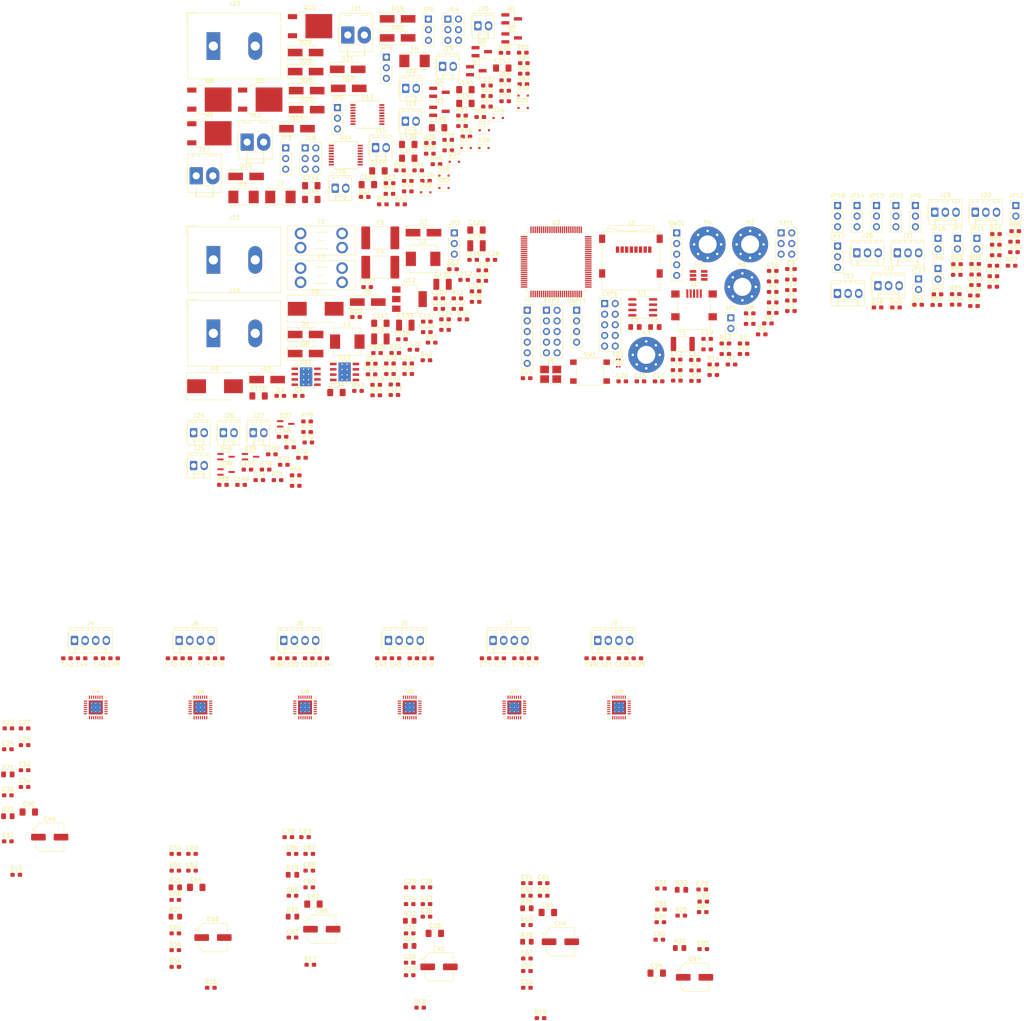
<source format=kicad_pcb>
(kicad_pcb (version 20171130) (host pcbnew "(5.1.5)-3")
  (layers (0 F.Cu signal) (31 B.Cu signal) (34 B.Paste user) (35 F.Paste user) (36 B.SilkS user) (37 F.SilkS user) (38 B.Mask user) (39 F.Mask user) (44 Edge.Cuts user))
  (net 0 "")
  (net 1 GND)
  (net 2 OSC_IN)
  (net 3 "Net-(C2-Pad1)")
  (net 4 VBUS)
  (net 5 RESET)
  (net 6 "Net-(C5-Pad1)")
  (net 7 "Net-(C6-Pad1)")
  (net 8 +3V3)
  (net 9 GNDA)
  (net 10 +3.3VA)
  (net 11 +5V)
  (net 12 "Net-(C24-Pad1)")
  (net 13 "Net-(C25-Pad1)")
  (net 14 "Net-(C26-Pad2)")
  (net 15 VM)
  (net 16 "Net-(C27-Pad2)")
  (net 17 "Net-(C27-Pad1)")
  (net 18 "Net-(C28-Pad2)")
  (net 19 "Net-(C29-Pad2)")
  (net 20 "Net-(C29-Pad1)")
  (net 21 "Net-(C30-Pad1)")
  (net 22 "Net-(C31-Pad1)")
  (net 23 "Net-(C37-Pad1)")
  (net 24 "Net-(C39-Pad1)")
  (net 25 "Net-(C42-Pad2)")
  (net 26 "Net-(C43-Pad2)")
  (net 27 "Net-(C44-Pad2)")
  (net 28 "Net-(C45-Pad2)")
  (net 29 "Net-(C46-Pad2)")
  (net 30 "Net-(C47-Pad2)")
  (net 31 "Net-(C48-Pad2)")
  (net 32 "Net-(C49-Pad2)")
  (net 33 "Net-(C52-Pad1)")
  (net 34 "Net-(C53-Pad1)")
  (net 35 "Net-(C54-Pad2)")
  (net 36 "Net-(C55-Pad2)")
  (net 37 "Net-(C55-Pad1)")
  (net 38 "Net-(C56-Pad2)")
  (net 39 "Net-(C57-Pad2)")
  (net 40 "Net-(C57-Pad1)")
  (net 41 "Net-(C58-Pad1)")
  (net 42 "Net-(C59-Pad1)")
  (net 43 "Net-(C65-Pad1)")
  (net 44 "Net-(C67-Pad1)")
  (net 45 "Net-(C70-Pad2)")
  (net 46 "Net-(C71-Pad2)")
  (net 47 "Net-(C72-Pad2)")
  (net 48 "Net-(C73-Pad2)")
  (net 49 "Net-(C74-Pad2)")
  (net 50 "Net-(C75-Pad2)")
  (net 51 "Net-(C76-Pad2)")
  (net 52 "Net-(C77-Pad2)")
  (net 53 "Net-(C80-Pad1)")
  (net 54 "Net-(C81-Pad1)")
  (net 55 "Net-(C82-Pad2)")
  (net 56 "Net-(C83-Pad2)")
  (net 57 "Net-(C83-Pad1)")
  (net 58 "Net-(C84-Pad2)")
  (net 59 "Net-(C85-Pad2)")
  (net 60 "Net-(C85-Pad1)")
  (net 61 "Net-(C86-Pad1)")
  (net 62 "Net-(C87-Pad1)")
  (net 63 "Net-(C93-Pad1)")
  (net 64 "Net-(C95-Pad1)")
  (net 65 "Net-(C98-Pad2)")
  (net 66 "Net-(C99-Pad2)")
  (net 67 "Net-(C100-Pad2)")
  (net 68 "Net-(C101-Pad2)")
  (net 69 "Net-(C102-Pad2)")
  (net 70 "Net-(C103-Pad2)")
  (net 71 "Net-(C104-Pad2)")
  (net 72 "Net-(C105-Pad2)")
  (net 73 +24V)
  (net 74 VBED)
  (net 75 "Net-(C112-Pad1)")
  (net 76 "Net-(C113-Pad1)")
  (net 77 "Net-(C118-Pad2)")
  (net 78 "Net-(C118-Pad1)")
  (net 79 "Net-(C119-Pad2)")
  (net 80 "Net-(C119-Pad1)")
  (net 81 "Net-(C122-Pad1)")
  (net 82 "Net-(C123-Pad1)")
  (net 83 "Net-(C124-Pad2)")
  (net 84 "Net-(C124-Pad1)")
  (net 85 "Net-(C125-Pad2)")
  (net 86 "Net-(C125-Pad1)")
  (net 87 "Net-(C126-Pad1)")
  (net 88 "Net-(C128-Pad2)")
  (net 89 "Net-(C128-Pad1)")
  (net 90 "Net-(C129-Pad2)")
  (net 91 "Net-(C129-Pad1)")
  (net 92 "Net-(C138-Pad1)")
  (net 93 "Net-(C139-Pad2)")
  (net 94 "Net-(C139-Pad1)")
  (net 95 "Net-(C140-Pad2)")
  (net 96 "Net-(C140-Pad1)")
  (net 97 "Net-(C141-Pad2)")
  (net 98 "Net-(C141-Pad1)")
  (net 99 "Net-(C142-Pad1)")
  (net 100 "Net-(C143-Pad2)")
  (net 101 "Net-(C143-Pad1)")
  (net 102 "Net-(C144-Pad1)")
  (net 103 "Net-(C145-Pad2)")
  (net 104 "Net-(C145-Pad1)")
  (net 105 "Net-(C146-Pad2)")
  (net 106 "Net-(C146-Pad1)")
  (net 107 "Net-(C147-Pad1)")
  (net 108 T0)
  (net 109 T2)
  (net 110 T1)
  (net 111 TB)
  (net 112 X_STOP)
  (net 113 E0_STOP)
  (net 114 Y_STOP)
  (net 115 E1_STOP)
  (net 116 Z_STOP)
  (net 117 E2_STOP)
  (net 118 "Net-(D3-Pad2)")
  (net 119 "Net-(D4-Pad2)")
  (net 120 "Net-(D10-Pad2)")
  (net 121 "Net-(D11-Pad2)")
  (net 122 "Net-(D12-Pad2)")
  (net 123 "Net-(D13-Pad2)")
  (net 124 "Net-(D18-Pad2)")
  (net 125 "Net-(D25-Pad2)")
  (net 126 "Net-(D32-Pad2)")
  (net 127 "Net-(D37-Pad3)")
  (net 128 "Net-(D38-Pad3)")
  (net 129 "Net-(D39-Pad3)")
  (net 130 "Net-(D40-Pad3)")
  (net 131 "Net-(D41-Pad2)")
  (net 132 "Net-(D41-Pad1)")
  (net 133 "Net-(D42-Pad2)")
  (net 134 "Net-(D42-Pad1)")
  (net 135 "Net-(D43-Pad2)")
  (net 136 "Net-(D43-Pad1)")
  (net 137 "Net-(D44-Pad2)")
  (net 138 "Net-(D44-Pad1)")
  (net 139 "Net-(D45-Pad2)")
  (net 140 "Net-(D45-Pad1)")
  (net 141 "Net-(D46-Pad2)")
  (net 142 "Net-(D46-Pad1)")
  (net 143 LCD_D7)
  (net 144 LCD_D6)
  (net 145 LCD_D5)
  (net 146 LCD_D4)
  (net 147 LCD_RS)
  (net 148 LCD_EN)
  (net 149 BTN_ENC)
  (net 150 LCD_BEEP)
  (net 151 "Net-(EXP2-Pad10)")
  (net 152 LCD_SD_CD)
  (net 153 MOSI)
  (net 154 BTN_EN2)
  (net 155 LCD_SD_SS)
  (net 156 BTN_EN1)
  (net 157 SCK)
  (net 158 MISO)
  (net 159 "Net-(F1-Pad1)")
  (net 160 "Net-(F2-Pad2)")
  (net 161 "Net-(F3-Pad2)")
  (net 162 +12V)
  (net 163 "Net-(F6-Pad2)")
  (net 164 "Net-(F7-Pad2)")
  (net 165 "Net-(F8-Pad2)")
  (net 166 "Net-(J1-Pad4)")
  (net 167 "Net-(J1-Pad3)")
  (net 168 "Net-(J1-Pad2)")
  (net 169 "Net-(J2-Pad1)")
  (net 170 SD_CS)
  (net 171 "Net-(J2-Pad8)")
  (net 172 GPIO_4_PC15)
  (net 173 GPIO_3_PC14)
  (net 174 GPIO_2_PD7)
  (net 175 GPIO_1_PD10)
  (net 176 "Net-(J24-Pad1)")
  (net 177 "Net-(J25-Pad1)")
  (net 178 "Net-(J26-Pad1)")
  (net 179 "Net-(J27-Pad1)")
  (net 180 "Net-(J28-Pad2)")
  (net 181 "Net-(J29-Pad2)")
  (net 182 "Net-(J30-Pad2)")
  (net 183 "Net-(J31-Pad2)")
  (net 184 "Net-(J32-Pad2)")
  (net 185 "Net-(J33-Pad2)")
  (net 186 "Net-(JP1-Pad2)")
  (net 187 X_DIAG)
  (net 188 E0_DIAG)
  (net 189 Y_DIAG)
  (net 190 E1_DIAG)
  (net 191 Z_DIAG)
  (net 192 E2_DIAG)
  (net 193 "Net-(Q1-Pad1)")
  (net 194 "Net-(Q2-Pad1)")
  (net 195 "Net-(Q3-Pad1)")
  (net 196 "Net-(Q4-Pad1)")
  (net 197 "Net-(Q5-Pad1)")
  (net 198 "Net-(Q6-Pad1)")
  (net 199 "Net-(Q7-Pad1)")
  (net 200 "Net-(Q8-Pad1)")
  (net 201 "Net-(Q9-Pad1)")
  (net 202 "Net-(Q10-Pad1)")
  (net 203 OSC_OUT)
  (net 204 I2C_SCL)
  (net 205 I2C_SDA)
  (net 206 "Net-(R4-Pad2)")
  (net 207 USB_DP)
  (net 208 "Net-(R5-Pad2)")
  (net 209 USB_DM)
  (net 210 SWDIO)
  (net 211 SWCLK)
  (net 212 X_TX)
  (net 213 X_RX)
  (net 214 Y_TX)
  (net 215 Y_RX)
  (net 216 Z_TX)
  (net 217 Z_RX)
  (net 218 E0_TX)
  (net 219 E0_RX)
  (net 220 E1_TX)
  (net 221 E1_RX)
  (net 222 E2_TX)
  (net 223 E2_RX)
  (net 224 FAN0)
  (net 225 FAN1)
  (net 226 HEATER0)
  (net 227 FAN2)
  (net 228 HEATER1)
  (net 229 FAN3)
  (net 230 HEATER2)
  (net 231 FAN4)
  (net 232 BED_HEATER)
  (net 233 FAN5)
  (net 234 FAN0_BUFF)
  (net 235 HEATER0_BUFF)
  (net 236 FAN1_BUFF)
  (net 237 FAN4_BUFF)
  (net 238 HEATER1_BUFF)
  (net 239 FAN2_BUFF)
  (net 240 FAN5_BUFF)
  (net 241 HEATER2_BUFF)
  (net 242 FAN3_BUFF)
  (net 243 BED_HEATER_BUFF)
  (net 244 CS)
  (net 245 E0_DIR)
  (net 246 E0_STEP)
  (net 247 E0_~EN)
  (net 248 RX)
  (net 249 TX)
  (net 250 Z_~EN)
  (net 251 Z_STEP)
  (net 252 Z_DIR)
  (net 253 Y_~EN)
  (net 254 Y_STEP)
  (net 255 Y_DIR)
  (net 256 X_~EN)
  (net 257 X_STEP)
  (net 258 X_DIR)
  (net 259 E1_DIR)
  (net 260 E1_STEP)
  (net 261 E1_~EN)
  (net 262 E2_DIR)
  (net 263 E2_~EN)
  (net 264 E2_STEP)
  (net 265 "Net-(U4-Pad20)")
  (net 266 "Net-(U4-Pad17)")
  (net 267 "Net-(U4-Pad12)")
  (net 268 "Net-(U4-Pad10)")
  (net 269 "Net-(U4-Pad9)")
  (net 270 "Net-(U5-Pad20)")
  (net 271 "Net-(U5-Pad17)")
  (net 272 "Net-(U5-Pad12)")
  (net 273 "Net-(U5-Pad10)")
  (net 274 "Net-(U5-Pad9)")
  (net 275 "Net-(U6-Pad20)")
  (net 276 "Net-(U6-Pad17)")
  (net 277 "Net-(U6-Pad12)")
  (net 278 "Net-(U6-Pad10)")
  (net 279 "Net-(U6-Pad9)")
  (net 280 "Net-(U7-Pad20)")
  (net 281 "Net-(U7-Pad17)")
  (net 282 "Net-(U7-Pad12)")
  (net 283 "Net-(U7-Pad10)")
  (net 284 "Net-(U7-Pad9)")
  (net 285 "Net-(U8-Pad20)")
  (net 286 "Net-(U8-Pad17)")
  (net 287 "Net-(U8-Pad12)")
  (net 288 "Net-(U8-Pad10)")
  (net 289 "Net-(U8-Pad9)")
  (net 290 "Net-(U9-Pad20)")
  (net 291 "Net-(U9-Pad17)")
  (net 292 "Net-(U9-Pad12)")
  (net 293 "Net-(U9-Pad10)")
  (net 294 "Net-(U9-Pad9)")
  (net 295 "Net-(U10-Pad3)")
  (net 296 "Net-(U11-Pad3)")
  (module Connector_Molex:Molex_KK-254_AE-6410-04A_1x04_P2.54mm_Vertical (layer F.Cu) (at 59.92 34)
    (fp_text reference J6 (at 3.81 -4.12) (layer F.SilkS))
    (fp_text value Y)
    (pad 4 thru_hole oval (at 7.62 0) (size 1.74 2.19) (drill 1.19) (layers *.Cu *.Mask) (net 51 "Net-(C76-Pad2)"))
    (pad 3 thru_hole oval (at 5.08 0) (size 1.74 2.19) (drill 1.19) (layers *.Cu *.Mask) (net 49 "Net-(C74-Pad2)"))
    (pad 2 thru_hole oval (at 2.54 0) (size 1.74 2.19) (drill 1.19) (layers *.Cu *.Mask) (net 47 "Net-(C72-Pad2)"))
    (pad 1 thru_hole roundrect (at 0 0) (size 1.74 2.19) (drill 1.19) (layers *.Cu *.Mask) (roundrect_rratio 0.143678) (net 45 "Net-(C70-Pad2)"))
  )
  (module Crystal:Crystal_SMD_3225-4Pin_3.2x2.5mm_HandSoldering (layer F.Cu) (at 148.675 -29.63)
    (fp_text reference Y1 (at 0 -3.05) (layer F.SilkS))
    (fp_text value X322512MSB4SI)
    (pad 4 smd rect (at -1.45 -1.15) (size 2.1 1.8) (layers F.Cu F.Paste F.Mask) (net 1 GND))
    (pad 3 smd rect (at 1.45 -1.15) (size 2.1 1.8) (layers F.Cu F.Paste F.Mask) (net 3 "Net-(C2-Pad1)"))
    (pad 2 smd rect (at 1.45 1.15) (size 2.1 1.8) (layers F.Cu F.Paste F.Mask) (net 1 GND))
    (pad 1 smd rect (at -1.45 1.15) (size 2.1 1.8) (layers F.Cu F.Paste F.Mask) (net 2 OSC_IN))
  )
  (module Connector_PinHeader_2.54mm:PinHeader_1x04_P2.54mm_Vertical (layer F.Cu) (at 154.875 -44.93)
    (fp_text reference UART1 (at 0 -2.33) (layer F.SilkS))
    (fp_text value Conn_01x04)
    (pad 4 thru_hole oval (at 0 7.62) (size 1.7 1.7) (drill 1) (layers *.Cu *.Mask) (net 248 RX))
    (pad 3 thru_hole oval (at 0 5.08) (size 1.7 1.7) (drill 1) (layers *.Cu *.Mask) (net 249 TX))
    (pad 2 thru_hole oval (at 0 2.54) (size 1.7 1.7) (drill 1) (layers *.Cu *.Mask) (net 1 GND))
    (pad 1 thru_hole rect (at 0 0) (size 1.7 1.7) (drill 1) (layers *.Cu *.Mask) (net 11 +5V))
  )
  (module Package_SO:SSOP-16_5.3x6.2mm_P0.65mm (layer F.Cu) (at 99.725 -82.02)
    (fp_text reference U14 (at 0 -4.2) (layer F.SilkS))
    (fp_text value 74HCT365)
    (pad 16 smd rect (at 3.45 -2.275) (size 1.2 0.4) (layers F.Cu F.Paste F.Mask) (net 11 +5V))
    (pad 15 smd rect (at 3.45 -1.625) (size 1.2 0.4) (layers F.Cu F.Paste F.Mask) (net 1 GND))
    (pad 14 smd rect (at 3.45 -0.975) (size 1.2 0.4) (layers F.Cu F.Paste F.Mask) (net 232 BED_HEATER))
    (pad 13 smd rect (at 3.45 -0.325) (size 1.2 0.4) (layers F.Cu F.Paste F.Mask) (net 243 BED_HEATER_BUFF))
    (pad 12 smd rect (at 3.45 0.325) (size 1.2 0.4) (layers F.Cu F.Paste F.Mask) (net 232 BED_HEATER))
    (pad 11 smd rect (at 3.45 0.975) (size 1.2 0.4) (layers F.Cu F.Paste F.Mask) (net 243 BED_HEATER_BUFF))
    (pad 10 smd rect (at 3.45 1.625) (size 1.2 0.4) (layers F.Cu F.Paste F.Mask) (net 230 HEATER2))
    (pad 9 smd rect (at 3.45 2.275) (size 1.2 0.4) (layers F.Cu F.Paste F.Mask) (net 241 HEATER2_BUFF))
    (pad 8 smd rect (at -3.45 2.275) (size 1.2 0.4) (layers F.Cu F.Paste F.Mask) (net 1 GND))
    (pad 7 smd rect (at -3.45 1.625) (size 1.2 0.4) (layers F.Cu F.Paste F.Mask) (net 241 HEATER2_BUFF))
    (pad 6 smd rect (at -3.45 0.975) (size 1.2 0.4) (layers F.Cu F.Paste F.Mask) (net 230 HEATER2))
    (pad 5 smd rect (at -3.45 0.325) (size 1.2 0.4) (layers F.Cu F.Paste F.Mask) (net 238 HEATER1_BUFF))
    (pad 4 smd rect (at -3.45 -0.325) (size 1.2 0.4) (layers F.Cu F.Paste F.Mask) (net 228 HEATER1))
    (pad 3 smd rect (at -3.45 -0.975) (size 1.2 0.4) (layers F.Cu F.Paste F.Mask) (net 235 HEATER0_BUFF))
    (pad 2 smd rect (at -3.45 -1.625) (size 1.2 0.4) (layers F.Cu F.Paste F.Mask) (net 226 HEATER0))
    (pad 1 smd rect (at -3.45 -2.275) (size 1.2 0.4) (layers F.Cu F.Paste F.Mask) (net 1 GND))
  )
  (module Package_SO:SSOP-16_5.3x6.2mm_P0.65mm (layer F.Cu) (at 104.895 -91.72)
    (fp_text reference U13 (at 0 -4.2) (layer F.SilkS))
    (fp_text value 74HCT365)
    (pad 16 smd rect (at 3.45 -2.275) (size 1.2 0.4) (layers F.Cu F.Paste F.Mask) (net 11 +5V))
    (pad 15 smd rect (at 3.45 -1.625) (size 1.2 0.4) (layers F.Cu F.Paste F.Mask) (net 1 GND))
    (pad 14 smd rect (at 3.45 -0.975) (size 1.2 0.4) (layers F.Cu F.Paste F.Mask) (net 233 FAN5))
    (pad 13 smd rect (at 3.45 -0.325) (size 1.2 0.4) (layers F.Cu F.Paste F.Mask) (net 240 FAN5_BUFF))
    (pad 12 smd rect (at 3.45 0.325) (size 1.2 0.4) (layers F.Cu F.Paste F.Mask) (net 231 FAN4))
    (pad 11 smd rect (at 3.45 0.975) (size 1.2 0.4) (layers F.Cu F.Paste F.Mask) (net 237 FAN4_BUFF))
    (pad 10 smd rect (at 3.45 1.625) (size 1.2 0.4) (layers F.Cu F.Paste F.Mask) (net 229 FAN3))
    (pad 9 smd rect (at 3.45 2.275) (size 1.2 0.4) (layers F.Cu F.Paste F.Mask) (net 242 FAN3_BUFF))
    (pad 8 smd rect (at -3.45 2.275) (size 1.2 0.4) (layers F.Cu F.Paste F.Mask) (net 1 GND))
    (pad 7 smd rect (at -3.45 1.625) (size 1.2 0.4) (layers F.Cu F.Paste F.Mask) (net 239 FAN2_BUFF))
    (pad 6 smd rect (at -3.45 0.975) (size 1.2 0.4) (layers F.Cu F.Paste F.Mask) (net 227 FAN2))
    (pad 5 smd rect (at -3.45 0.325) (size 1.2 0.4) (layers F.Cu F.Paste F.Mask) (net 236 FAN1_BUFF))
    (pad 4 smd rect (at -3.45 -0.325) (size 1.2 0.4) (layers F.Cu F.Paste F.Mask) (net 225 FAN1))
    (pad 3 smd rect (at -3.45 -0.975) (size 1.2 0.4) (layers F.Cu F.Paste F.Mask) (net 234 FAN0_BUFF))
    (pad 2 smd rect (at -3.45 -1.625) (size 1.2 0.4) (layers F.Cu F.Paste F.Mask) (net 224 FAN0))
    (pad 1 smd rect (at -3.45 -2.275) (size 1.2 0.4) (layers F.Cu F.Paste F.Mask) (net 1 GND))
  )
  (module Package_TO_SOT_SMD:SOT-223 (layer F.Cu) (at 114.945 -47.6)
    (fp_text reference U12 (at 0 -4.5) (layer F.SilkS))
    (fp_text value AP7361C-33E-13)
    (pad 1 smd rect (at -3.15 -2.3) (size 2 1.5) (layers F.Cu F.Paste F.Mask) (net 87 "Net-(C126-Pad1)"))
    (pad 3 smd rect (at -3.15 2.3) (size 2 1.5) (layers F.Cu F.Paste F.Mask) (net 8 +3V3))
    (pad 2 smd rect (at -3.15 0) (size 2 1.5) (layers F.Cu F.Paste F.Mask) (net 1 GND))
    (pad 4 smd rect (at 3.15 0) (size 2 3.8) (layers F.Cu F.Paste F.Mask) (net 1 GND))
  )
  (module Package_SO:TI_SO-PowerPAD-8_ThermalVias (layer F.Cu) (at 90.245 -29.04)
    (fp_text reference U11 (at 0 -3.5) (layer F.SilkS))
    (fp_text value TPS54531)
    (pad 9 thru_hole circle (at 0.6 1.8) (size 0.6 0.6) (drill 0.3) (layers *.Cu) (net 1 GND))
    (pad 9 thru_hole circle (at 0.6 0.7) (size 0.6 0.6) (drill 0.3) (layers *.Cu) (net 1 GND))
    (pad 9 thru_hole circle (at -0.6 0.7) (size 0.6 0.6) (drill 0.3) (layers *.Cu) (net 1 GND))
    (pad 9 thru_hole circle (at -0.6 1.8) (size 0.6 0.6) (drill 0.3) (layers *.Cu) (net 1 GND))
    (pad 9 thru_hole circle (at 0.6 -1.8) (size 0.6 0.6) (drill 0.3) (layers *.Cu) (net 1 GND))
    (pad 9 thru_hole circle (at 0.6 -0.6) (size 0.6 0.6) (drill 0.3) (layers *.Cu) (net 1 GND))
    (pad 9 thru_hole circle (at -0.6 -0.6) (size 0.6 0.6) (drill 0.3) (layers *.Cu) (net 1 GND))
    (pad 9 thru_hole circle (at -0.6 -1.8) (size 0.6 0.6) (drill 0.3) (layers *.Cu) (net 1 GND))
    (pad 9 smd rect (at 0 0) (size 2.95 4.5) (layers B.Cu) (net 1 GND))
    (pad 8 smd rect (at 2.7 -1.905) (size 1.55 0.6) (layers F.Cu F.Paste F.Mask) (net 86 "Net-(C125-Pad1)"))
    (pad 7 smd rect (at 2.7 -0.635) (size 1.55 0.6) (layers F.Cu F.Paste F.Mask) (net 1 GND))
    (pad 6 smd rect (at 2.7 0.635) (size 1.55 0.6) (layers F.Cu F.Paste F.Mask) (net 80 "Net-(C119-Pad1)"))
    (pad 5 smd rect (at 2.7 1.905) (size 1.55 0.6) (layers F.Cu F.Paste F.Mask) (net 90 "Net-(C129-Pad2)"))
    (pad 4 smd rect (at -2.7 1.905) (size 1.55 0.6) (layers F.Cu F.Paste F.Mask) (net 82 "Net-(C123-Pad1)"))
    (pad 3 smd rect (at -2.7 0.635) (size 1.55 0.6) (layers F.Cu F.Paste F.Mask) (net 296 "Net-(U11-Pad3)"))
    (pad 2 smd rect (at -2.7 -0.635) (size 1.55 0.6) (layers F.Cu F.Paste F.Mask) (net 76 "Net-(C113-Pad1)"))
    (pad 1 smd rect (at -2.7 -1.905) (size 1.55 0.6) (layers F.Cu F.Paste F.Mask) (net 85 "Net-(C125-Pad2)"))
    (pad 9 smd rect (at 0 0) (size 2.95 4.5) (layers F.Cu) (net 1 GND))
    (pad 9 smd rect (at 0 0) (size 2.6 3.1) (layers F.Cu F.Paste F.Mask) (net 1 GND))
  )
  (module Package_SO:TI_SO-PowerPAD-8_ThermalVias (layer F.Cu) (at 99.445 -30.19)
    (fp_text reference U10 (at 0 -3.5) (layer F.SilkS))
    (fp_text value TPS54531)
    (pad 9 thru_hole circle (at 0.6 1.8) (size 0.6 0.6) (drill 0.3) (layers *.Cu) (net 1 GND))
    (pad 9 thru_hole circle (at 0.6 0.7) (size 0.6 0.6) (drill 0.3) (layers *.Cu) (net 1 GND))
    (pad 9 thru_hole circle (at -0.6 0.7) (size 0.6 0.6) (drill 0.3) (layers *.Cu) (net 1 GND))
    (pad 9 thru_hole circle (at -0.6 1.8) (size 0.6 0.6) (drill 0.3) (layers *.Cu) (net 1 GND))
    (pad 9 thru_hole circle (at 0.6 -1.8) (size 0.6 0.6) (drill 0.3) (layers *.Cu) (net 1 GND))
    (pad 9 thru_hole circle (at 0.6 -0.6) (size 0.6 0.6) (drill 0.3) (layers *.Cu) (net 1 GND))
    (pad 9 thru_hole circle (at -0.6 -0.6) (size 0.6 0.6) (drill 0.3) (layers *.Cu) (net 1 GND))
    (pad 9 thru_hole circle (at -0.6 -1.8) (size 0.6 0.6) (drill 0.3) (layers *.Cu) (net 1 GND))
    (pad 9 smd rect (at 0 0) (size 2.95 4.5) (layers B.Cu) (net 1 GND))
    (pad 8 smd rect (at 2.7 -1.905) (size 1.55 0.6) (layers F.Cu F.Paste F.Mask) (net 84 "Net-(C124-Pad1)"))
    (pad 7 smd rect (at 2.7 -0.635) (size 1.55 0.6) (layers F.Cu F.Paste F.Mask) (net 1 GND))
    (pad 6 smd rect (at 2.7 0.635) (size 1.55 0.6) (layers F.Cu F.Paste F.Mask) (net 78 "Net-(C118-Pad1)"))
    (pad 5 smd rect (at 2.7 1.905) (size 1.55 0.6) (layers F.Cu F.Paste F.Mask) (net 88 "Net-(C128-Pad2)"))
    (pad 4 smd rect (at -2.7 1.905) (size 1.55 0.6) (layers F.Cu F.Paste F.Mask) (net 81 "Net-(C122-Pad1)"))
    (pad 3 smd rect (at -2.7 0.635) (size 1.55 0.6) (layers F.Cu F.Paste F.Mask) (net 295 "Net-(U10-Pad3)"))
    (pad 2 smd rect (at -2.7 -0.635) (size 1.55 0.6) (layers F.Cu F.Paste F.Mask) (net 75 "Net-(C112-Pad1)"))
    (pad 1 smd rect (at -2.7 -1.905) (size 1.55 0.6) (layers F.Cu F.Paste F.Mask) (net 83 "Net-(C124-Pad2)"))
    (pad 9 smd rect (at 0 0) (size 2.95 4.5) (layers F.Cu) (net 1 GND))
    (pad 9 smd rect (at 0 0) (size 2.6 3.1) (layers F.Cu F.Paste F.Mask) (net 1 GND))
  )
  (module Package_DFN_QFN:QFN-28-1EP_5x5mm_P0.5mm_EP3.35x3.35mm_ThermalVias (layer F.Cu) (at 165 50)
    (fp_text reference U9 (at 0 -3.8) (layer F.SilkS))
    (fp_text value TMC2209)
    (pad 29 smd rect (at 0 0) (size 2.5 2.5) (layers B.Cu) (net 1 GND))
    (pad 29 thru_hole circle (at 1 1) (size 0.5 0.5) (drill 0.2) (layers *.Cu) (net 1 GND))
    (pad 29 thru_hole circle (at 0 1) (size 0.5 0.5) (drill 0.2) (layers *.Cu) (net 1 GND))
    (pad 29 thru_hole circle (at -1 1) (size 0.5 0.5) (drill 0.2) (layers *.Cu) (net 1 GND))
    (pad 29 thru_hole circle (at 1 0) (size 0.5 0.5) (drill 0.2) (layers *.Cu) (net 1 GND))
    (pad 29 thru_hole circle (at 0 0) (size 0.5 0.5) (drill 0.2) (layers *.Cu) (net 1 GND))
    (pad 29 thru_hole circle (at -1 0) (size 0.5 0.5) (drill 0.2) (layers *.Cu) (net 1 GND))
    (pad 29 thru_hole circle (at 1 -1) (size 0.5 0.5) (drill 0.2) (layers *.Cu) (net 1 GND))
    (pad 29 thru_hole circle (at 0 -1) (size 0.5 0.5) (drill 0.2) (layers *.Cu) (net 1 GND))
    (pad 29 thru_hole circle (at -1 -1) (size 0.5 0.5) (drill 0.2) (layers *.Cu) (net 1 GND))
    (pad 29 smd rect (at 0 0) (size 3.35 3.35) (layers F.Cu F.Mask) (net 1 GND))
    (pad 28 smd roundrect (at -1.5 -2.45) (size 0.25 0.8) (layers F.Cu F.Paste F.Mask) (net 15 VM))
    (pad 27 smd roundrect (at -1 -2.45) (size 0.25 0.8) (layers F.Cu F.Paste F.Mask) (net 62 "Net-(C87-Pad1)"))
    (pad 26 smd roundrect (at -0.5 -2.45) (size 0.25 0.8) (layers F.Cu F.Paste F.Mask) (net 70 "Net-(C103-Pad2)"))
    (pad 25 smd roundrect (at 0 -2.45) (size 0.25 0.8) (layers F.Cu F.Paste F.Mask) (net 1 GND))
    (pad 24 smd roundrect (at 0.5 -2.45) (size 0.25 0.8) (layers F.Cu F.Paste F.Mask) (net 66 "Net-(C99-Pad2)"))
    (pad 23 smd roundrect (at 1 -2.45) (size 0.25 0.8) (layers F.Cu F.Paste F.Mask) (net 64 "Net-(C95-Pad1)"))
    (pad 22 smd roundrect (at 1.5 -2.45) (size 0.25 0.8) (layers F.Cu F.Paste F.Mask) (net 15 VM))
    (pad 21 smd roundrect (at 2.45 -1.5) (size 0.8 0.25) (layers F.Cu F.Paste F.Mask) (net 68 "Net-(C101-Pad2)"))
    (pad 20 smd roundrect (at 2.45 -1) (size 0.8 0.25) (layers F.Cu F.Paste F.Mask) (net 290 "Net-(U9-Pad20)"))
    (pad 19 smd roundrect (at 2.45 -0.5) (size 0.8 0.25) (layers F.Cu F.Paste F.Mask) (net 262 E2_DIR))
    (pad 18 smd roundrect (at 2.45 0) (size 0.8 0.25) (layers F.Cu F.Paste F.Mask) (net 1 GND))
    (pad 17 smd roundrect (at 2.45 0.5) (size 0.8 0.25) (layers F.Cu F.Paste F.Mask) (net 291 "Net-(U9-Pad17)"))
    (pad 16 smd roundrect (at 2.45 1) (size 0.8 0.25) (layers F.Cu F.Paste F.Mask) (net 264 E2_STEP))
    (pad 15 smd roundrect (at 2.45 1.5) (size 0.8 0.25) (layers F.Cu F.Paste F.Mask) (net 8 +3V3))
    (pad 14 smd roundrect (at 1.5 2.45) (size 0.25 0.8) (layers F.Cu F.Paste F.Mask) (net 223 E2_RX))
    (pad 13 smd roundrect (at 1 2.45) (size 0.25 0.8) (layers F.Cu F.Paste F.Mask) (net 1 GND))
    (pad 12 smd roundrect (at 0.5 2.45) (size 0.25 0.8) (layers F.Cu F.Paste F.Mask) (net 292 "Net-(U9-Pad12)"))
    (pad 11 smd roundrect (at 0 2.45) (size 0.25 0.8) (layers F.Cu F.Paste F.Mask) (net 192 E2_DIAG))
    (pad 10 smd roundrect (at -0.5 2.45) (size 0.25 0.8) (layers F.Cu F.Paste F.Mask) (net 293 "Net-(U9-Pad10)"))
    (pad 9 smd roundrect (at -1 2.45) (size 0.25 0.8) (layers F.Cu F.Paste F.Mask) (net 294 "Net-(U9-Pad9)"))
    (pad 8 smd roundrect (at -1.5 2.45) (size 0.25 0.8) (layers F.Cu F.Paste F.Mask) (net 54 "Net-(C81-Pad1)"))
    (pad 7 smd roundrect (at -2.45 1.5) (size 0.8 0.25) (layers F.Cu F.Paste F.Mask) (net 1 GND))
    (pad 6 smd roundrect (at -2.45 1) (size 0.8 0.25) (layers F.Cu F.Paste F.Mask) (net 58 "Net-(C84-Pad2)"))
    (pad 5 smd roundrect (at -2.45 0.5) (size 0.8 0.25) (layers F.Cu F.Paste F.Mask) (net 60 "Net-(C85-Pad1)"))
    (pad 4 smd roundrect (at -2.45 0) (size 0.8 0.25) (layers F.Cu F.Paste F.Mask) (net 59 "Net-(C85-Pad2)"))
    (pad 3 smd roundrect (at -2.45 -0.5) (size 0.8 0.25) (layers F.Cu F.Paste F.Mask) (net 1 GND))
    (pad 2 smd roundrect (at -2.45 -1) (size 0.8 0.25) (layers F.Cu F.Paste F.Mask) (net 263 E2_~EN))
    (pad 1 smd roundrect (at -2.45 -1.5) (size 0.8 0.25) (layers F.Cu F.Paste F.Mask) (net 72 "Net-(C105-Pad2)"))
  )
  (module Package_DFN_QFN:QFN-28-1EP_5x5mm_P0.5mm_EP3.35x3.35mm_ThermalVias (layer F.Cu) (at 90 50)
    (fp_text reference U8 (at 0 -3.8) (layer F.SilkS))
    (fp_text value TMC2209)
    (pad 29 smd rect (at 0 0) (size 2.5 2.5) (layers B.Cu) (net 1 GND))
    (pad 29 thru_hole circle (at 1 1) (size 0.5 0.5) (drill 0.2) (layers *.Cu) (net 1 GND))
    (pad 29 thru_hole circle (at 0 1) (size 0.5 0.5) (drill 0.2) (layers *.Cu) (net 1 GND))
    (pad 29 thru_hole circle (at -1 1) (size 0.5 0.5) (drill 0.2) (layers *.Cu) (net 1 GND))
    (pad 29 thru_hole circle (at 1 0) (size 0.5 0.5) (drill 0.2) (layers *.Cu) (net 1 GND))
    (pad 29 thru_hole circle (at 0 0) (size 0.5 0.5) (drill 0.2) (layers *.Cu) (net 1 GND))
    (pad 29 thru_hole circle (at -1 0) (size 0.5 0.5) (drill 0.2) (layers *.Cu) (net 1 GND))
    (pad 29 thru_hole circle (at 1 -1) (size 0.5 0.5) (drill 0.2) (layers *.Cu) (net 1 GND))
    (pad 29 thru_hole circle (at 0 -1) (size 0.5 0.5) (drill 0.2) (layers *.Cu) (net 1 GND))
    (pad 29 thru_hole circle (at -1 -1) (size 0.5 0.5) (drill 0.2) (layers *.Cu) (net 1 GND))
    (pad 29 smd rect (at 0 0) (size 3.35 3.35) (layers F.Cu F.Mask) (net 1 GND))
    (pad 28 smd roundrect (at -1.5 -2.45) (size 0.25 0.8) (layers F.Cu F.Paste F.Mask) (net 15 VM))
    (pad 27 smd roundrect (at -1 -2.45) (size 0.25 0.8) (layers F.Cu F.Paste F.Mask) (net 61 "Net-(C86-Pad1)"))
    (pad 26 smd roundrect (at -0.5 -2.45) (size 0.25 0.8) (layers F.Cu F.Paste F.Mask) (net 69 "Net-(C102-Pad2)"))
    (pad 25 smd roundrect (at 0 -2.45) (size 0.25 0.8) (layers F.Cu F.Paste F.Mask) (net 1 GND))
    (pad 24 smd roundrect (at 0.5 -2.45) (size 0.25 0.8) (layers F.Cu F.Paste F.Mask) (net 65 "Net-(C98-Pad2)"))
    (pad 23 smd roundrect (at 1 -2.45) (size 0.25 0.8) (layers F.Cu F.Paste F.Mask) (net 63 "Net-(C93-Pad1)"))
    (pad 22 smd roundrect (at 1.5 -2.45) (size 0.25 0.8) (layers F.Cu F.Paste F.Mask) (net 15 VM))
    (pad 21 smd roundrect (at 2.45 -1.5) (size 0.8 0.25) (layers F.Cu F.Paste F.Mask) (net 67 "Net-(C100-Pad2)"))
    (pad 20 smd roundrect (at 2.45 -1) (size 0.8 0.25) (layers F.Cu F.Paste F.Mask) (net 285 "Net-(U8-Pad20)"))
    (pad 19 smd roundrect (at 2.45 -0.5) (size 0.8 0.25) (layers F.Cu F.Paste F.Mask) (net 252 Z_DIR))
    (pad 18 smd roundrect (at 2.45 0) (size 0.8 0.25) (layers F.Cu F.Paste F.Mask) (net 1 GND))
    (pad 17 smd roundrect (at 2.45 0.5) (size 0.8 0.25) (layers F.Cu F.Paste F.Mask) (net 286 "Net-(U8-Pad17)"))
    (pad 16 smd roundrect (at 2.45 1) (size 0.8 0.25) (layers F.Cu F.Paste F.Mask) (net 251 Z_STEP))
    (pad 15 smd roundrect (at 2.45 1.5) (size 0.8 0.25) (layers F.Cu F.Paste F.Mask) (net 8 +3V3))
    (pad 14 smd roundrect (at 1.5 2.45) (size 0.25 0.8) (layers F.Cu F.Paste F.Mask) (net 217 Z_RX))
    (pad 13 smd roundrect (at 1 2.45) (size 0.25 0.8) (layers F.Cu F.Paste F.Mask) (net 1 GND))
    (pad 12 smd roundrect (at 0.5 2.45) (size 0.25 0.8) (layers F.Cu F.Paste F.Mask) (net 287 "Net-(U8-Pad12)"))
    (pad 11 smd roundrect (at 0 2.45) (size 0.25 0.8) (layers F.Cu F.Paste F.Mask) (net 191 Z_DIAG))
    (pad 10 smd roundrect (at -0.5 2.45) (size 0.25 0.8) (layers F.Cu F.Paste F.Mask) (net 288 "Net-(U8-Pad10)"))
    (pad 9 smd roundrect (at -1 2.45) (size 0.25 0.8) (layers F.Cu F.Paste F.Mask) (net 289 "Net-(U8-Pad9)"))
    (pad 8 smd roundrect (at -1.5 2.45) (size 0.25 0.8) (layers F.Cu F.Paste F.Mask) (net 53 "Net-(C80-Pad1)"))
    (pad 7 smd roundrect (at -2.45 1.5) (size 0.8 0.25) (layers F.Cu F.Paste F.Mask) (net 1 GND))
    (pad 6 smd roundrect (at -2.45 1) (size 0.8 0.25) (layers F.Cu F.Paste F.Mask) (net 55 "Net-(C82-Pad2)"))
    (pad 5 smd roundrect (at -2.45 0.5) (size 0.8 0.25) (layers F.Cu F.Paste F.Mask) (net 57 "Net-(C83-Pad1)"))
    (pad 4 smd roundrect (at -2.45 0) (size 0.8 0.25) (layers F.Cu F.Paste F.Mask) (net 56 "Net-(C83-Pad2)"))
    (pad 3 smd roundrect (at -2.45 -0.5) (size 0.8 0.25) (layers F.Cu F.Paste F.Mask) (net 1 GND))
    (pad 2 smd roundrect (at -2.45 -1) (size 0.8 0.25) (layers F.Cu F.Paste F.Mask) (net 250 Z_~EN))
    (pad 1 smd roundrect (at -2.45 -1.5) (size 0.8 0.25) (layers F.Cu F.Paste F.Mask) (net 71 "Net-(C104-Pad2)"))
  )
  (module Package_DFN_QFN:QFN-28-1EP_5x5mm_P0.5mm_EP3.35x3.35mm_ThermalVias (layer F.Cu) (at 140 50)
    (fp_text reference U7 (at 0 -3.8) (layer F.SilkS))
    (fp_text value TMC2209)
    (pad 29 smd rect (at 0 0) (size 2.5 2.5) (layers B.Cu) (net 1 GND))
    (pad 29 thru_hole circle (at 1 1) (size 0.5 0.5) (drill 0.2) (layers *.Cu) (net 1 GND))
    (pad 29 thru_hole circle (at 0 1) (size 0.5 0.5) (drill 0.2) (layers *.Cu) (net 1 GND))
    (pad 29 thru_hole circle (at -1 1) (size 0.5 0.5) (drill 0.2) (layers *.Cu) (net 1 GND))
    (pad 29 thru_hole circle (at 1 0) (size 0.5 0.5) (drill 0.2) (layers *.Cu) (net 1 GND))
    (pad 29 thru_hole circle (at 0 0) (size 0.5 0.5) (drill 0.2) (layers *.Cu) (net 1 GND))
    (pad 29 thru_hole circle (at -1 0) (size 0.5 0.5) (drill 0.2) (layers *.Cu) (net 1 GND))
    (pad 29 thru_hole circle (at 1 -1) (size 0.5 0.5) (drill 0.2) (layers *.Cu) (net 1 GND))
    (pad 29 thru_hole circle (at 0 -1) (size 0.5 0.5) (drill 0.2) (layers *.Cu) (net 1 GND))
    (pad 29 thru_hole circle (at -1 -1) (size 0.5 0.5) (drill 0.2) (layers *.Cu) (net 1 GND))
    (pad 29 smd rect (at 0 0) (size 3.35 3.35) (layers F.Cu F.Mask) (net 1 GND))
    (pad 28 smd roundrect (at -1.5 -2.45) (size 0.25 0.8) (layers F.Cu F.Paste F.Mask) (net 15 VM))
    (pad 27 smd roundrect (at -1 -2.45) (size 0.25 0.8) (layers F.Cu F.Paste F.Mask) (net 42 "Net-(C59-Pad1)"))
    (pad 26 smd roundrect (at -0.5 -2.45) (size 0.25 0.8) (layers F.Cu F.Paste F.Mask) (net 50 "Net-(C75-Pad2)"))
    (pad 25 smd roundrect (at 0 -2.45) (size 0.25 0.8) (layers F.Cu F.Paste F.Mask) (net 1 GND))
    (pad 24 smd roundrect (at 0.5 -2.45) (size 0.25 0.8) (layers F.Cu F.Paste F.Mask) (net 46 "Net-(C71-Pad2)"))
    (pad 23 smd roundrect (at 1 -2.45) (size 0.25 0.8) (layers F.Cu F.Paste F.Mask) (net 44 "Net-(C67-Pad1)"))
    (pad 22 smd roundrect (at 1.5 -2.45) (size 0.25 0.8) (layers F.Cu F.Paste F.Mask) (net 15 VM))
    (pad 21 smd roundrect (at 2.45 -1.5) (size 0.8 0.25) (layers F.Cu F.Paste F.Mask) (net 48 "Net-(C73-Pad2)"))
    (pad 20 smd roundrect (at 2.45 -1) (size 0.8 0.25) (layers F.Cu F.Paste F.Mask) (net 280 "Net-(U7-Pad20)"))
    (pad 19 smd roundrect (at 2.45 -0.5) (size 0.8 0.25) (layers F.Cu F.Paste F.Mask) (net 259 E1_DIR))
    (pad 18 smd roundrect (at 2.45 0) (size 0.8 0.25) (layers F.Cu F.Paste F.Mask) (net 1 GND))
    (pad 17 smd roundrect (at 2.45 0.5) (size 0.8 0.25) (layers F.Cu F.Paste F.Mask) (net 281 "Net-(U7-Pad17)"))
    (pad 16 smd roundrect (at 2.45 1) (size 0.8 0.25) (layers F.Cu F.Paste F.Mask) (net 260 E1_STEP))
    (pad 15 smd roundrect (at 2.45 1.5) (size 0.8 0.25) (layers F.Cu F.Paste F.Mask) (net 8 +3V3))
    (pad 14 smd roundrect (at 1.5 2.45) (size 0.25 0.8) (layers F.Cu F.Paste F.Mask) (net 221 E1_RX))
    (pad 13 smd roundrect (at 1 2.45) (size 0.25 0.8) (layers F.Cu F.Paste F.Mask) (net 1 GND))
    (pad 12 smd roundrect (at 0.5 2.45) (size 0.25 0.8) (layers F.Cu F.Paste F.Mask) (net 282 "Net-(U7-Pad12)"))
    (pad 11 smd roundrect (at 0 2.45) (size 0.25 0.8) (layers F.Cu F.Paste F.Mask) (net 190 E1_DIAG))
    (pad 10 smd roundrect (at -0.5 2.45) (size 0.25 0.8) (layers F.Cu F.Paste F.Mask) (net 283 "Net-(U7-Pad10)"))
    (pad 9 smd roundrect (at -1 2.45) (size 0.25 0.8) (layers F.Cu F.Paste F.Mask) (net 284 "Net-(U7-Pad9)"))
    (pad 8 smd roundrect (at -1.5 2.45) (size 0.25 0.8) (layers F.Cu F.Paste F.Mask) (net 34 "Net-(C53-Pad1)"))
    (pad 7 smd roundrect (at -2.45 1.5) (size 0.8 0.25) (layers F.Cu F.Paste F.Mask) (net 1 GND))
    (pad 6 smd roundrect (at -2.45 1) (size 0.8 0.25) (layers F.Cu F.Paste F.Mask) (net 38 "Net-(C56-Pad2)"))
    (pad 5 smd roundrect (at -2.45 0.5) (size 0.8 0.25) (layers F.Cu F.Paste F.Mask) (net 40 "Net-(C57-Pad1)"))
    (pad 4 smd roundrect (at -2.45 0) (size 0.8 0.25) (layers F.Cu F.Paste F.Mask) (net 39 "Net-(C57-Pad2)"))
    (pad 3 smd roundrect (at -2.45 -0.5) (size 0.8 0.25) (layers F.Cu F.Paste F.Mask) (net 1 GND))
    (pad 2 smd roundrect (at -2.45 -1) (size 0.8 0.25) (layers F.Cu F.Paste F.Mask) (net 261 E1_~EN))
    (pad 1 smd roundrect (at -2.45 -1.5) (size 0.8 0.25) (layers F.Cu F.Paste F.Mask) (net 52 "Net-(C77-Pad2)"))
  )
  (module Package_DFN_QFN:QFN-28-1EP_5x5mm_P0.5mm_EP3.35x3.35mm_ThermalVias (layer F.Cu) (at 65 50)
    (fp_text reference U6 (at 0 -3.8) (layer F.SilkS))
    (fp_text value TMC2209)
    (pad 29 smd rect (at 0 0) (size 2.5 2.5) (layers B.Cu) (net 1 GND))
    (pad 29 thru_hole circle (at 1 1) (size 0.5 0.5) (drill 0.2) (layers *.Cu) (net 1 GND))
    (pad 29 thru_hole circle (at 0 1) (size 0.5 0.5) (drill 0.2) (layers *.Cu) (net 1 GND))
    (pad 29 thru_hole circle (at -1 1) (size 0.5 0.5) (drill 0.2) (layers *.Cu) (net 1 GND))
    (pad 29 thru_hole circle (at 1 0) (size 0.5 0.5) (drill 0.2) (layers *.Cu) (net 1 GND))
    (pad 29 thru_hole circle (at 0 0) (size 0.5 0.5) (drill 0.2) (layers *.Cu) (net 1 GND))
    (pad 29 thru_hole circle (at -1 0) (size 0.5 0.5) (drill 0.2) (layers *.Cu) (net 1 GND))
    (pad 29 thru_hole circle (at 1 -1) (size 0.5 0.5) (drill 0.2) (layers *.Cu) (net 1 GND))
    (pad 29 thru_hole circle (at 0 -1) (size 0.5 0.5) (drill 0.2) (layers *.Cu) (net 1 GND))
    (pad 29 thru_hole circle (at -1 -1) (size 0.5 0.5) (drill 0.2) (layers *.Cu) (net 1 GND))
    (pad 29 smd rect (at 0 0) (size 3.35 3.35) (layers F.Cu F.Mask) (net 1 GND))
    (pad 28 smd roundrect (at -1.5 -2.45) (size 0.25 0.8) (layers F.Cu F.Paste F.Mask) (net 15 VM))
    (pad 27 smd roundrect (at -1 -2.45) (size 0.25 0.8) (layers F.Cu F.Paste F.Mask) (net 41 "Net-(C58-Pad1)"))
    (pad 26 smd roundrect (at -0.5 -2.45) (size 0.25 0.8) (layers F.Cu F.Paste F.Mask) (net 49 "Net-(C74-Pad2)"))
    (pad 25 smd roundrect (at 0 -2.45) (size 0.25 0.8) (layers F.Cu F.Paste F.Mask) (net 1 GND))
    (pad 24 smd roundrect (at 0.5 -2.45) (size 0.25 0.8) (layers F.Cu F.Paste F.Mask) (net 45 "Net-(C70-Pad2)"))
    (pad 23 smd roundrect (at 1 -2.45) (size 0.25 0.8) (layers F.Cu F.Paste F.Mask) (net 43 "Net-(C65-Pad1)"))
    (pad 22 smd roundrect (at 1.5 -2.45) (size 0.25 0.8) (layers F.Cu F.Paste F.Mask) (net 15 VM))
    (pad 21 smd roundrect (at 2.45 -1.5) (size 0.8 0.25) (layers F.Cu F.Paste F.Mask) (net 47 "Net-(C72-Pad2)"))
    (pad 20 smd roundrect (at 2.45 -1) (size 0.8 0.25) (layers F.Cu F.Paste F.Mask) (net 275 "Net-(U6-Pad20)"))
    (pad 19 smd roundrect (at 2.45 -0.5) (size 0.8 0.25) (layers F.Cu F.Paste F.Mask) (net 255 Y_DIR))
    (pad 18 smd roundrect (at 2.45 0) (size 0.8 0.25) (layers F.Cu F.Paste F.Mask) (net 1 GND))
    (pad 17 smd roundrect (at 2.45 0.5) (size 0.8 0.25) (layers F.Cu F.Paste F.Mask) (net 276 "Net-(U6-Pad17)"))
    (pad 16 smd roundrect (at 2.45 1) (size 0.8 0.25) (layers F.Cu F.Paste F.Mask) (net 254 Y_STEP))
    (pad 15 smd roundrect (at 2.45 1.5) (size 0.8 0.25) (layers F.Cu F.Paste F.Mask) (net 8 +3V3))
    (pad 14 smd roundrect (at 1.5 2.45) (size 0.25 0.8) (layers F.Cu F.Paste F.Mask) (net 215 Y_RX))
    (pad 13 smd roundrect (at 1 2.45) (size 0.25 0.8) (layers F.Cu F.Paste F.Mask) (net 1 GND))
    (pad 12 smd roundrect (at 0.5 2.45) (size 0.25 0.8) (layers F.Cu F.Paste F.Mask) (net 277 "Net-(U6-Pad12)"))
    (pad 11 smd roundrect (at 0 2.45) (size 0.25 0.8) (layers F.Cu F.Paste F.Mask) (net 189 Y_DIAG))
    (pad 10 smd roundrect (at -0.5 2.45) (size 0.25 0.8) (layers F.Cu F.Paste F.Mask) (net 278 "Net-(U6-Pad10)"))
    (pad 9 smd roundrect (at -1 2.45) (size 0.25 0.8) (layers F.Cu F.Paste F.Mask) (net 279 "Net-(U6-Pad9)"))
    (pad 8 smd roundrect (at -1.5 2.45) (size 0.25 0.8) (layers F.Cu F.Paste F.Mask) (net 33 "Net-(C52-Pad1)"))
    (pad 7 smd roundrect (at -2.45 1.5) (size 0.8 0.25) (layers F.Cu F.Paste F.Mask) (net 1 GND))
    (pad 6 smd roundrect (at -2.45 1) (size 0.8 0.25) (layers F.Cu F.Paste F.Mask) (net 35 "Net-(C54-Pad2)"))
    (pad 5 smd roundrect (at -2.45 0.5) (size 0.8 0.25) (layers F.Cu F.Paste F.Mask) (net 37 "Net-(C55-Pad1)"))
    (pad 4 smd roundrect (at -2.45 0) (size 0.8 0.25) (layers F.Cu F.Paste F.Mask) (net 36 "Net-(C55-Pad2)"))
    (pad 3 smd roundrect (at -2.45 -0.5) (size 0.8 0.25) (layers F.Cu F.Paste F.Mask) (net 1 GND))
    (pad 2 smd roundrect (at -2.45 -1) (size 0.8 0.25) (layers F.Cu F.Paste F.Mask) (net 253 Y_~EN))
    (pad 1 smd roundrect (at -2.45 -1.5) (size 0.8 0.25) (layers F.Cu F.Paste F.Mask) (net 51 "Net-(C76-Pad2)"))
  )
  (module Package_DFN_QFN:QFN-28-1EP_5x5mm_P0.5mm_EP3.35x3.35mm_ThermalVias (layer F.Cu) (at 115 50)
    (fp_text reference U5 (at 0 -3.8) (layer F.SilkS))
    (fp_text value TMC2209)
    (pad 29 smd rect (at 0 0) (size 2.5 2.5) (layers B.Cu) (net 1 GND))
    (pad 29 thru_hole circle (at 1 1) (size 0.5 0.5) (drill 0.2) (layers *.Cu) (net 1 GND))
    (pad 29 thru_hole circle (at 0 1) (size 0.5 0.5) (drill 0.2) (layers *.Cu) (net 1 GND))
    (pad 29 thru_hole circle (at -1 1) (size 0.5 0.5) (drill 0.2) (layers *.Cu) (net 1 GND))
    (pad 29 thru_hole circle (at 1 0) (size 0.5 0.5) (drill 0.2) (layers *.Cu) (net 1 GND))
    (pad 29 thru_hole circle (at 0 0) (size 0.5 0.5) (drill 0.2) (layers *.Cu) (net 1 GND))
    (pad 29 thru_hole circle (at -1 0) (size 0.5 0.5) (drill 0.2) (layers *.Cu) (net 1 GND))
    (pad 29 thru_hole circle (at 1 -1) (size 0.5 0.5) (drill 0.2) (layers *.Cu) (net 1 GND))
    (pad 29 thru_hole circle (at 0 -1) (size 0.5 0.5) (drill 0.2) (layers *.Cu) (net 1 GND))
    (pad 29 thru_hole circle (at -1 -1) (size 0.5 0.5) (drill 0.2) (layers *.Cu) (net 1 GND))
    (pad 29 smd rect (at 0 0) (size 3.35 3.35) (layers F.Cu F.Mask) (net 1 GND))
    (pad 28 smd roundrect (at -1.5 -2.45) (size 0.25 0.8) (layers F.Cu F.Paste F.Mask) (net 15 VM))
    (pad 27 smd roundrect (at -1 -2.45) (size 0.25 0.8) (layers F.Cu F.Paste F.Mask) (net 22 "Net-(C31-Pad1)"))
    (pad 26 smd roundrect (at -0.5 -2.45) (size 0.25 0.8) (layers F.Cu F.Paste F.Mask) (net 30 "Net-(C47-Pad2)"))
    (pad 25 smd roundrect (at 0 -2.45) (size 0.25 0.8) (layers F.Cu F.Paste F.Mask) (net 1 GND))
    (pad 24 smd roundrect (at 0.5 -2.45) (size 0.25 0.8) (layers F.Cu F.Paste F.Mask) (net 26 "Net-(C43-Pad2)"))
    (pad 23 smd roundrect (at 1 -2.45) (size 0.25 0.8) (layers F.Cu F.Paste F.Mask) (net 24 "Net-(C39-Pad1)"))
    (pad 22 smd roundrect (at 1.5 -2.45) (size 0.25 0.8) (layers F.Cu F.Paste F.Mask) (net 15 VM))
    (pad 21 smd roundrect (at 2.45 -1.5) (size 0.8 0.25) (layers F.Cu F.Paste F.Mask) (net 28 "Net-(C45-Pad2)"))
    (pad 20 smd roundrect (at 2.45 -1) (size 0.8 0.25) (layers F.Cu F.Paste F.Mask) (net 270 "Net-(U5-Pad20)"))
    (pad 19 smd roundrect (at 2.45 -0.5) (size 0.8 0.25) (layers F.Cu F.Paste F.Mask) (net 245 E0_DIR))
    (pad 18 smd roundrect (at 2.45 0) (size 0.8 0.25) (layers F.Cu F.Paste F.Mask) (net 1 GND))
    (pad 17 smd roundrect (at 2.45 0.5) (size 0.8 0.25) (layers F.Cu F.Paste F.Mask) (net 271 "Net-(U5-Pad17)"))
    (pad 16 smd roundrect (at 2.45 1) (size 0.8 0.25) (layers F.Cu F.Paste F.Mask) (net 246 E0_STEP))
    (pad 15 smd roundrect (at 2.45 1.5) (size 0.8 0.25) (layers F.Cu F.Paste F.Mask) (net 8 +3V3))
    (pad 14 smd roundrect (at 1.5 2.45) (size 0.25 0.8) (layers F.Cu F.Paste F.Mask) (net 219 E0_RX))
    (pad 13 smd roundrect (at 1 2.45) (size 0.25 0.8) (layers F.Cu F.Paste F.Mask) (net 1 GND))
    (pad 12 smd roundrect (at 0.5 2.45) (size 0.25 0.8) (layers F.Cu F.Paste F.Mask) (net 272 "Net-(U5-Pad12)"))
    (pad 11 smd roundrect (at 0 2.45) (size 0.25 0.8) (layers F.Cu F.Paste F.Mask) (net 188 E0_DIAG))
    (pad 10 smd roundrect (at -0.5 2.45) (size 0.25 0.8) (layers F.Cu F.Paste F.Mask) (net 273 "Net-(U5-Pad10)"))
    (pad 9 smd roundrect (at -1 2.45) (size 0.25 0.8) (layers F.Cu F.Paste F.Mask) (net 274 "Net-(U5-Pad9)"))
    (pad 8 smd roundrect (at -1.5 2.45) (size 0.25 0.8) (layers F.Cu F.Paste F.Mask) (net 13 "Net-(C25-Pad1)"))
    (pad 7 smd roundrect (at -2.45 1.5) (size 0.8 0.25) (layers F.Cu F.Paste F.Mask) (net 1 GND))
    (pad 6 smd roundrect (at -2.45 1) (size 0.8 0.25) (layers F.Cu F.Paste F.Mask) (net 18 "Net-(C28-Pad2)"))
    (pad 5 smd roundrect (at -2.45 0.5) (size 0.8 0.25) (layers F.Cu F.Paste F.Mask) (net 20 "Net-(C29-Pad1)"))
    (pad 4 smd roundrect (at -2.45 0) (size 0.8 0.25) (layers F.Cu F.Paste F.Mask) (net 19 "Net-(C29-Pad2)"))
    (pad 3 smd roundrect (at -2.45 -0.5) (size 0.8 0.25) (layers F.Cu F.Paste F.Mask) (net 1 GND))
    (pad 2 smd roundrect (at -2.45 -1) (size 0.8 0.25) (layers F.Cu F.Paste F.Mask) (net 247 E0_~EN))
    (pad 1 smd roundrect (at -2.45 -1.5) (size 0.8 0.25) (layers F.Cu F.Paste F.Mask) (net 32 "Net-(C49-Pad2)"))
  )
  (module Package_DFN_QFN:QFN-28-1EP_5x5mm_P0.5mm_EP3.35x3.35mm_ThermalVias (layer F.Cu) (at 40 50)
    (fp_text reference U4 (at 0 -3.8) (layer F.SilkS))
    (fp_text value TMC2209)
    (pad 29 smd rect (at 0 0) (size 2.5 2.5) (layers B.Cu) (net 1 GND))
    (pad 29 thru_hole circle (at 1 1) (size 0.5 0.5) (drill 0.2) (layers *.Cu) (net 1 GND))
    (pad 29 thru_hole circle (at 0 1) (size 0.5 0.5) (drill 0.2) (layers *.Cu) (net 1 GND))
    (pad 29 thru_hole circle (at -1 1) (size 0.5 0.5) (drill 0.2) (layers *.Cu) (net 1 GND))
    (pad 29 thru_hole circle (at 1 0) (size 0.5 0.5) (drill 0.2) (layers *.Cu) (net 1 GND))
    (pad 29 thru_hole circle (at 0 0) (size 0.5 0.5) (drill 0.2) (layers *.Cu) (net 1 GND))
    (pad 29 thru_hole circle (at -1 0) (size 0.5 0.5) (drill 0.2) (layers *.Cu) (net 1 GND))
    (pad 29 thru_hole circle (at 1 -1) (size 0.5 0.5) (drill 0.2) (layers *.Cu) (net 1 GND))
    (pad 29 thru_hole circle (at 0 -1) (size 0.5 0.5) (drill 0.2) (layers *.Cu) (net 1 GND))
    (pad 29 thru_hole circle (at -1 -1) (size 0.5 0.5) (drill 0.2) (layers *.Cu) (net 1 GND))
    (pad 29 smd rect (at 0 0) (size 3.35 3.35) (layers F.Cu F.Mask) (net 1 GND))
    (pad 28 smd roundrect (at -1.5 -2.45) (size 0.25 0.8) (layers F.Cu F.Paste F.Mask) (net 15 VM))
    (pad 27 smd roundrect (at -1 -2.45) (size 0.25 0.8) (layers F.Cu F.Paste F.Mask) (net 21 "Net-(C30-Pad1)"))
    (pad 26 smd roundrect (at -0.5 -2.45) (size 0.25 0.8) (layers F.Cu F.Paste F.Mask) (net 29 "Net-(C46-Pad2)"))
    (pad 25 smd roundrect (at 0 -2.45) (size 0.25 0.8) (layers F.Cu F.Paste F.Mask) (net 1 GND))
    (pad 24 smd roundrect (at 0.5 -2.45) (size 0.25 0.8) (layers F.Cu F.Paste F.Mask) (net 25 "Net-(C42-Pad2)"))
    (pad 23 smd roundrect (at 1 -2.45) (size 0.25 0.8) (layers F.Cu F.Paste F.Mask) (net 23 "Net-(C37-Pad1)"))
    (pad 22 smd roundrect (at 1.5 -2.45) (size 0.25 0.8) (layers F.Cu F.Paste F.Mask) (net 15 VM))
    (pad 21 smd roundrect (at 2.45 -1.5) (size 0.8 0.25) (layers F.Cu F.Paste F.Mask) (net 27 "Net-(C44-Pad2)"))
    (pad 20 smd roundrect (at 2.45 -1) (size 0.8 0.25) (layers F.Cu F.Paste F.Mask) (net 265 "Net-(U4-Pad20)"))
    (pad 19 smd roundrect (at 2.45 -0.5) (size 0.8 0.25) (layers F.Cu F.Paste F.Mask) (net 258 X_DIR))
    (pad 18 smd roundrect (at 2.45 0) (size 0.8 0.25) (layers F.Cu F.Paste F.Mask) (net 1 GND))
    (pad 17 smd roundrect (at 2.45 0.5) (size 0.8 0.25) (layers F.Cu F.Paste F.Mask) (net 266 "Net-(U4-Pad17)"))
    (pad 16 smd roundrect (at 2.45 1) (size 0.8 0.25) (layers F.Cu F.Paste F.Mask) (net 257 X_STEP))
    (pad 15 smd roundrect (at 2.45 1.5) (size 0.8 0.25) (layers F.Cu F.Paste F.Mask) (net 8 +3V3))
    (pad 14 smd roundrect (at 1.5 2.45) (size 0.25 0.8) (layers F.Cu F.Paste F.Mask) (net 213 X_RX))
    (pad 13 smd roundrect (at 1 2.45) (size 0.25 0.8) (layers F.Cu F.Paste F.Mask) (net 1 GND))
    (pad 12 smd roundrect (at 0.5 2.45) (size 0.25 0.8) (layers F.Cu F.Paste F.Mask) (net 267 "Net-(U4-Pad12)"))
    (pad 11 smd roundrect (at 0 2.45) (size 0.25 0.8) (layers F.Cu F.Paste F.Mask) (net 187 X_DIAG))
    (pad 10 smd roundrect (at -0.5 2.45) (size 0.25 0.8) (layers F.Cu F.Paste F.Mask) (net 268 "Net-(U4-Pad10)"))
    (pad 9 smd roundrect (at -1 2.45) (size 0.25 0.8) (layers F.Cu F.Paste F.Mask) (net 269 "Net-(U4-Pad9)"))
    (pad 8 smd roundrect (at -1.5 2.45) (size 0.25 0.8) (layers F.Cu F.Paste F.Mask) (net 12 "Net-(C24-Pad1)"))
    (pad 7 smd roundrect (at -2.45 1.5) (size 0.8 0.25) (layers F.Cu F.Paste F.Mask) (net 1 GND))
    (pad 6 smd roundrect (at -2.45 1) (size 0.8 0.25) (layers F.Cu F.Paste F.Mask) (net 14 "Net-(C26-Pad2)"))
    (pad 5 smd roundrect (at -2.45 0.5) (size 0.8 0.25) (layers F.Cu F.Paste F.Mask) (net 17 "Net-(C27-Pad1)"))
    (pad 4 smd roundrect (at -2.45 0) (size 0.8 0.25) (layers F.Cu F.Paste F.Mask) (net 16 "Net-(C27-Pad2)"))
    (pad 3 smd roundrect (at -2.45 -0.5) (size 0.8 0.25) (layers F.Cu F.Paste F.Mask) (net 1 GND))
    (pad 2 smd roundrect (at -2.45 -1) (size 0.8 0.25) (layers F.Cu F.Paste F.Mask) (net 256 X_~EN))
    (pad 1 smd roundrect (at -2.45 -1.5) (size 0.8 0.25) (layers F.Cu F.Paste F.Mask) (net 31 "Net-(C48-Pad2)"))
  )
  (module Package_QFP:LQFP-100_14x14mm_P0.5mm (layer F.Cu) (at 149.995 -56.5)
    (fp_text reference U3 (at 0 -9.42) (layer F.SilkS))
    (fp_text value STM32F446VETx)
    (pad 100 smd roundrect (at -6 -7.675) (size 0.3 1.6) (layers F.Cu F.Paste F.Mask) (net 8 +3V3))
    (pad 99 smd roundrect (at -5.5 -7.675) (size 0.3 1.6) (layers F.Cu F.Paste F.Mask) (net 1 GND))
    (pad 98 smd roundrect (at -5 -7.675) (size 0.3 1.6) (layers F.Cu F.Paste F.Mask) (net 222 E2_TX))
    (pad 97 smd roundrect (at -4.5 -7.675) (size 0.3 1.6) (layers F.Cu F.Paste F.Mask) (net 223 E2_RX))
    (pad 96 smd roundrect (at -4 -7.675) (size 0.3 1.6) (layers F.Cu F.Paste F.Mask) (net 205 I2C_SDA))
    (pad 95 smd roundrect (at -3.5 -7.675) (size 0.3 1.6) (layers F.Cu F.Paste F.Mask) (net 204 I2C_SCL))
    (pad 94 smd roundrect (at -3 -7.675) (size 0.3 1.6) (layers F.Cu F.Paste F.Mask) (net 186 "Net-(JP1-Pad2)"))
    (pad 93 smd roundrect (at -2.5 -7.675) (size 0.3 1.6) (layers F.Cu F.Paste F.Mask) (net 233 FAN5))
    (pad 92 smd roundrect (at -2 -7.675) (size 0.3 1.6) (layers F.Cu F.Paste F.Mask) (net 231 FAN4))
    (pad 91 smd roundrect (at -1.5 -7.675) (size 0.3 1.6) (layers F.Cu F.Paste F.Mask) (net 229 FAN3))
    (pad 90 smd roundrect (at -1 -7.675) (size 0.3 1.6) (layers F.Cu F.Paste F.Mask) (net 228 HEATER1))
    (pad 89 smd roundrect (at -0.5 -7.675) (size 0.3 1.6) (layers F.Cu F.Paste F.Mask) (net 226 HEATER0))
    (pad 88 smd roundrect (at 0 -7.675) (size 0.3 1.6) (layers F.Cu F.Paste F.Mask) (net 174 GPIO_2_PD7))
    (pad 87 smd roundrect (at 0.5 -7.675) (size 0.3 1.6) (layers F.Cu F.Paste F.Mask) (net 245 E0_DIR))
    (pad 86 smd roundrect (at 1 -7.675) (size 0.3 1.6) (layers F.Cu F.Paste F.Mask) (net 246 E0_STEP))
    (pad 85 smd roundrect (at 1.5 -7.675) (size 0.3 1.6) (layers F.Cu F.Paste F.Mask) (net 247 E0_~EN))
    (pad 84 smd roundrect (at 2 -7.675) (size 0.3 1.6) (layers F.Cu F.Paste F.Mask) (net 218 E0_TX))
    (pad 83 smd roundrect (at 2.5 -7.675) (size 0.3 1.6) (layers F.Cu F.Paste F.Mask) (net 147 LCD_RS))
    (pad 82 smd roundrect (at 3 -7.675) (size 0.3 1.6) (layers F.Cu F.Paste F.Mask) (net 143 LCD_D7))
    (pad 81 smd roundrect (at 3.5 -7.675) (size 0.3 1.6) (layers F.Cu F.Paste F.Mask) (net 144 LCD_D6))
    (pad 80 smd roundrect (at 4 -7.675) (size 0.3 1.6) (layers F.Cu F.Paste F.Mask) (net 145 LCD_D5))
    (pad 79 smd roundrect (at 4.5 -7.675) (size 0.3 1.6) (layers F.Cu F.Paste F.Mask) (net 148 LCD_EN))
    (pad 78 smd roundrect (at 5 -7.675) (size 0.3 1.6) (layers F.Cu F.Paste F.Mask) (net 146 LCD_D4))
    (pad 77 smd roundrect (at 5.5 -7.675) (size 0.3 1.6) (layers F.Cu F.Paste F.Mask) (net 219 E0_RX))
    (pad 76 smd roundrect (at 6 -7.675) (size 0.3 1.6) (layers F.Cu F.Paste F.Mask) (net 211 SWCLK))
    (pad 75 smd roundrect (at 7.675 -6) (size 1.6 0.3) (layers F.Cu F.Paste F.Mask) (net 8 +3V3))
    (pad 74 smd roundrect (at 7.675 -5.5) (size 1.6 0.3) (layers F.Cu F.Paste F.Mask) (net 1 GND))
    (pad 73 smd roundrect (at 7.675 -5) (size 1.6 0.3) (layers F.Cu F.Paste F.Mask) (net 7 "Net-(C6-Pad1)"))
    (pad 72 smd roundrect (at 7.675 -4.5) (size 1.6 0.3) (layers F.Cu F.Paste F.Mask) (net 210 SWDIO))
    (pad 71 smd roundrect (at 7.675 -4) (size 1.6 0.3) (layers F.Cu F.Paste F.Mask) (net 207 USB_DP))
    (pad 70 smd roundrect (at 7.675 -3.5) (size 1.6 0.3) (layers F.Cu F.Paste F.Mask) (net 209 USB_DM))
    (pad 69 smd roundrect (at 7.675 -3) (size 1.6 0.3) (layers F.Cu F.Paste F.Mask) (net 248 RX))
    (pad 68 smd roundrect (at 7.675 -2.5) (size 1.6 0.3) (layers F.Cu F.Paste F.Mask) (net 249 TX))
    (pad 67 smd roundrect (at 7.675 -2) (size 1.6 0.3) (layers F.Cu F.Paste F.Mask) (net 149 BTN_ENC))
    (pad 66 smd roundrect (at 7.675 -1.5) (size 1.6 0.3) (layers F.Cu F.Paste F.Mask) (net 150 LCD_BEEP))
    (pad 65 smd roundrect (at 7.675 -1) (size 1.6 0.3) (layers F.Cu F.Paste F.Mask) (net 232 BED_HEATER))
    (pad 64 smd roundrect (at 7.675 -0.5) (size 1.6 0.3) (layers F.Cu F.Paste F.Mask) (net 154 BTN_EN2))
    (pad 63 smd roundrect (at 7.675 0) (size 1.6 0.3) (layers F.Cu F.Paste F.Mask) (net 156 BTN_EN1))
    (pad 62 smd roundrect (at 7.675 0.5) (size 1.6 0.3) (layers F.Cu F.Paste F.Mask) (net 250 Z_~EN))
    (pad 61 smd roundrect (at 7.675 1) (size 1.6 0.3) (layers F.Cu F.Paste F.Mask) (net 251 Z_STEP))
    (pad 60 smd roundrect (at 7.675 1.5) (size 1.6 0.3) (layers F.Cu F.Paste F.Mask) (net 252 Z_DIR))
    (pad 59 smd roundrect (at 7.675 2) (size 1.6 0.3) (layers F.Cu F.Paste F.Mask) (net 217 Z_RX))
    (pad 58 smd roundrect (at 7.675 2.5) (size 1.6 0.3) (layers F.Cu F.Paste F.Mask) (net 216 Z_TX))
    (pad 57 smd roundrect (at 7.675 3) (size 1.6 0.3) (layers F.Cu F.Paste F.Mask) (net 175 GPIO_1_PD10))
    (pad 56 smd roundrect (at 7.675 3.5) (size 1.6 0.3) (layers F.Cu F.Paste F.Mask) (net 253 Y_~EN))
    (pad 55 smd roundrect (at 7.675 4) (size 1.6 0.3) (layers F.Cu F.Paste F.Mask) (net 254 Y_STEP))
    (pad 54 smd roundrect (at 7.675 4.5) (size 1.6 0.3) (layers F.Cu F.Paste F.Mask) (net 230 HEATER2))
    (pad 53 smd roundrect (at 7.675 5) (size 1.6 0.3) (layers F.Cu F.Paste F.Mask) (net 112 X_STOP))
    (pad 52 smd roundrect (at 7.675 5.5) (size 1.6 0.3) (layers F.Cu F.Paste F.Mask) (net 114 Y_STOP))
    (pad 51 smd roundrect (at 7.675 6) (size 1.6 0.3) (layers F.Cu F.Paste F.Mask) (net 255 Y_DIR))
    (pad 50 smd roundrect (at 6 7.675) (size 0.3 1.6) (layers F.Cu F.Paste F.Mask) (net 8 +3V3))
    (pad 49 smd roundrect (at 5.5 7.675) (size 0.3 1.6) (layers F.Cu F.Paste F.Mask) (net 1 GND))
    (pad 48 smd roundrect (at 5 7.675) (size 0.3 1.6) (layers F.Cu F.Paste F.Mask) (net 6 "Net-(C5-Pad1)"))
    (pad 47 smd roundrect (at 4.5 7.675) (size 0.3 1.6) (layers F.Cu F.Paste F.Mask) (net 152 LCD_SD_CD))
    (pad 46 smd roundrect (at 4 7.675) (size 0.3 1.6) (layers F.Cu F.Paste F.Mask) (net 170 SD_CS))
    (pad 45 smd roundrect (at 3.5 7.675) (size 0.3 1.6) (layers F.Cu F.Paste F.Mask) (net 214 Y_TX))
    (pad 44 smd roundrect (at 3 7.675) (size 0.3 1.6) (layers F.Cu F.Paste F.Mask) (net 215 Y_RX))
    (pad 43 smd roundrect (at 2.5 7.675) (size 0.3 1.6) (layers F.Cu F.Paste F.Mask) (net 256 X_~EN))
    (pad 42 smd roundrect (at 2 7.675) (size 0.3 1.6) (layers F.Cu F.Paste F.Mask) (net 257 X_STEP))
    (pad 41 smd roundrect (at 1.5 7.675) (size 0.3 1.6) (layers F.Cu F.Paste F.Mask) (net 258 X_DIR))
    (pad 40 smd roundrect (at 1 7.675) (size 0.3 1.6) (layers F.Cu F.Paste F.Mask) (net 212 X_TX))
    (pad 39 smd roundrect (at 0.5 7.675) (size 0.3 1.6) (layers F.Cu F.Paste F.Mask) (net 213 X_RX))
    (pad 38 smd roundrect (at 0 7.675) (size 0.3 1.6) (layers F.Cu F.Paste F.Mask) (net 155 LCD_SD_SS))
    (pad 37 smd roundrect (at -0.5 7.675) (size 0.3 1.6) (layers F.Cu F.Paste F.Mask) (net 227 FAN2))
    (pad 36 smd roundrect (at -1 7.675) (size 0.3 1.6) (layers F.Cu F.Paste F.Mask) (net 225 FAN1))
    (pad 35 smd roundrect (at -1.5 7.675) (size 0.3 1.6) (layers F.Cu F.Paste F.Mask) (net 224 FAN0))
    (pad 34 smd roundrect (at -2 7.675) (size 0.3 1.6) (layers F.Cu F.Paste F.Mask) (net 221 E1_RX))
    (pad 33 smd roundrect (at -2.5 7.675) (size 0.3 1.6) (layers F.Cu F.Paste F.Mask) (net 220 E1_TX))
    (pad 32 smd roundrect (at -3 7.675) (size 0.3 1.6) (layers F.Cu F.Paste F.Mask) (net 153 MOSI))
    (pad 31 smd roundrect (at -3.5 7.675) (size 0.3 1.6) (layers F.Cu F.Paste F.Mask) (net 158 MISO))
    (pad 30 smd roundrect (at -4 7.675) (size 0.3 1.6) (layers F.Cu F.Paste F.Mask) (net 157 SCK))
    (pad 29 smd roundrect (at -4.5 7.675) (size 0.3 1.6) (layers F.Cu F.Paste F.Mask) (net 244 CS))
    (pad 28 smd roundrect (at -5 7.675) (size 0.3 1.6) (layers F.Cu F.Paste F.Mask) (net 8 +3V3))
    (pad 27 smd roundrect (at -5.5 7.675) (size 0.3 1.6) (layers F.Cu F.Paste F.Mask) (net 1 GND))
    (pad 26 smd roundrect (at -6 7.675) (size 0.3 1.6) (layers F.Cu F.Paste F.Mask) (net 117 E2_STOP))
    (pad 25 smd roundrect (at -7.675 6) (size 1.6 0.3) (layers F.Cu F.Paste F.Mask) (net 115 E1_STOP))
    (pad 24 smd roundrect (at -7.675 5.5) (size 1.6 0.3) (layers F.Cu F.Paste F.Mask) (net 113 E0_STOP))
    (pad 23 smd roundrect (at -7.675 5) (size 1.6 0.3) (layers F.Cu F.Paste F.Mask) (net 116 Z_STOP))
    (pad 22 smd roundrect (at -7.675 4.5) (size 1.6 0.3) (layers F.Cu F.Paste F.Mask) (net 10 +3.3VA))
    (pad 21 smd roundrect (at -7.675 4) (size 1.6 0.3) (layers F.Cu F.Paste F.Mask) (net 10 +3.3VA))
    (pad 20 smd roundrect (at -7.675 3.5) (size 1.6 0.3) (layers F.Cu F.Paste F.Mask) (net 9 GNDA))
    (pad 19 smd roundrect (at -7.675 3) (size 1.6 0.3) (layers F.Cu F.Paste F.Mask) (net 8 +3V3))
    (pad 18 smd roundrect (at -7.675 2.5) (size 1.6 0.3) (layers F.Cu F.Paste F.Mask) (net 111 TB))
    (pad 17 smd roundrect (at -7.675 2) (size 1.6 0.3) (layers F.Cu F.Paste F.Mask) (net 109 T2))
    (pad 16 smd roundrect (at -7.675 1.5) (size 1.6 0.3) (layers F.Cu F.Paste F.Mask) (net 110 T1))
    (pad 15 smd roundrect (at -7.675 1) (size 1.6 0.3) (layers F.Cu F.Paste F.Mask) (net 108 T0))
    (pad 14 smd roundrect (at -7.675 0.5) (size 1.6 0.3) (layers F.Cu F.Paste F.Mask) (net 5 RESET))
    (pad 13 smd roundrect (at -7.675 0) (size 1.6 0.3) (layers F.Cu F.Paste F.Mask) (net 203 OSC_OUT))
    (pad 12 smd roundrect (at -7.675 -0.5) (size 1.6 0.3) (layers F.Cu F.Paste F.Mask) (net 2 OSC_IN))
    (pad 11 smd roundrect (at -7.675 -1) (size 1.6 0.3) (layers F.Cu F.Paste F.Mask) (net 8 +3V3))
    (pad 10 smd roundrect (at -7.675 -1.5) (size 1.6 0.3) (layers F.Cu F.Paste F.Mask) (net 1 GND))
    (pad 9 smd roundrect (at -7.675 -2) (size 1.6 0.3) (layers F.Cu F.Paste F.Mask) (net 172 GPIO_4_PC15))
    (pad 8 smd roundrect (at -7.675 -2.5) (size 1.6 0.3) (layers F.Cu F.Paste F.Mask) (net 173 GPIO_3_PC14))
    (pad 7 smd roundrect (at -7.675 -3) (size 1.6 0.3) (layers F.Cu F.Paste F.Mask) (net 259 E1_DIR))
    (pad 6 smd roundrect (at -7.675 -3.5) (size 1.6 0.3) (layers F.Cu F.Paste F.Mask) (net 8 +3V3))
    (pad 5 smd roundrect (at -7.675 -4) (size 1.6 0.3) (layers F.Cu F.Paste F.Mask) (net 260 E1_STEP))
    (pad 4 smd roundrect (at -7.675 -4.5) (size 1.6 0.3) (layers F.Cu F.Paste F.Mask) (net 261 E1_~EN))
    (pad 3 smd roundrect (at -7.675 -5) (size 1.6 0.3) (layers F.Cu F.Paste F.Mask) (net 262 E2_DIR))
    (pad 2 smd roundrect (at -7.675 -5.5) (size 1.6 0.3) (layers F.Cu F.Paste F.Mask) (net 263 E2_~EN))
    (pad 1 smd roundrect (at -7.675 -6) (size 1.6 0.3) (layers F.Cu F.Paste F.Mask) (net 264 E2_STEP))
  )
  (module Package_TO_SOT_SMD:SOT-23-6_Handsoldering (layer F.Cu) (at 184.025 -53.27)
    (fp_text reference U2 (at 0 -2.9) (layer F.SilkS))
    (fp_text value USBLC6-2SC6)
    (pad 5 smd rect (at 1.35 0) (size 1.56 0.65) (layers F.Cu F.Paste F.Mask) (net 4 VBUS))
    (pad 6 smd rect (at 1.35 -0.95) (size 1.56 0.65) (layers F.Cu F.Paste F.Mask) (net 206 "Net-(R4-Pad2)"))
    (pad 4 smd rect (at 1.35 0.95) (size 1.56 0.65) (layers F.Cu F.Paste F.Mask) (net 208 "Net-(R5-Pad2)"))
    (pad 3 smd rect (at -1.35 0.95) (size 1.56 0.65) (layers F.Cu F.Paste F.Mask) (net 168 "Net-(J1-Pad2)"))
    (pad 2 smd rect (at -1.35 0) (size 1.56 0.65) (layers F.Cu F.Paste F.Mask) (net 1 GND))
    (pad 1 smd rect (at -1.35 -0.95) (size 1.56 0.65) (layers F.Cu F.Paste F.Mask) (net 167 "Net-(J1-Pad3)"))
  )
  (module Package_SO:SOIC-8_3.9x4.9mm_P1.27mm (layer F.Cu) (at 170.665 -45.63)
    (fp_text reference U1 (at 0 -3.4) (layer F.SilkS))
    (fp_text value 24C02)
    (pad 8 smd roundrect (at 2.475 -1.905) (size 1.95 0.6) (layers F.Cu F.Paste F.Mask) (net 8 +3V3))
    (pad 7 smd roundrect (at 2.475 -0.635) (size 1.95 0.6) (layers F.Cu F.Paste F.Mask) (net 1 GND))
    (pad 6 smd roundrect (at 2.475 0.635) (size 1.95 0.6) (layers F.Cu F.Paste F.Mask) (net 204 I2C_SCL))
    (pad 5 smd roundrect (at 2.475 1.905) (size 1.95 0.6) (layers F.Cu F.Paste F.Mask) (net 205 I2C_SDA))
    (pad 4 smd roundrect (at -2.475 1.905) (size 1.95 0.6) (layers F.Cu F.Paste F.Mask) (net 1 GND))
    (pad 3 smd roundrect (at -2.475 0.635) (size 1.95 0.6) (layers F.Cu F.Paste F.Mask) (net 1 GND))
    (pad 2 smd roundrect (at -2.475 -0.635) (size 1.95 0.6) (layers F.Cu F.Paste F.Mask) (net 1 GND))
    (pad 1 smd roundrect (at -2.475 -1.905) (size 1.95 0.6) (layers F.Cu F.Paste F.Mask) (net 1 GND))
  )
  (module Connector_PinHeader_2.54mm:PinHeader_1x05_P2.54mm_Vertical (layer F.Cu) (at 178.775 -63.42)
    (fp_text reference SWD1 (at 0 -2.33) (layer F.SilkS))
    (fp_text value Conn_01x05)
    (pad 5 thru_hole oval (at 0 10.16) (size 1.7 1.7) (drill 1) (layers *.Cu *.Mask) (net 5 RESET))
    (pad 4 thru_hole oval (at 0 7.62) (size 1.7 1.7) (drill 1) (layers *.Cu *.Mask) (net 211 SWCLK))
    (pad 3 thru_hole oval (at 0 5.08) (size 1.7 1.7) (drill 1) (layers *.Cu *.Mask) (net 1 GND))
    (pad 2 thru_hole oval (at 0 2.54) (size 1.7 1.7) (drill 1) (layers *.Cu *.Mask) (net 210 SWDIO))
    (pad 1 thru_hole rect (at 0 0) (size 1.7 1.7) (drill 1) (layers *.Cu *.Mask) (net 8 +3V3))
  )
  (module Button_Switch_SMD:SW_Push_1P1T_NO_6x6mm_H9.5mm (layer F.Cu) (at 158.075 -30.265)
    (fp_text reference SW1 (at 0 -4.05) (layer F.SilkS))
    (fp_text value SW_Push)
    (pad 2 smd rect (at 3.975 2.25) (size 1.55 1.3) (layers F.Cu F.Paste F.Mask) (net 5 RESET))
    (pad 1 smd rect (at 3.975 -2.25) (size 1.55 1.3) (layers F.Cu F.Paste F.Mask) (net 1 GND))
    (pad 1 smd rect (at -3.975 -2.25) (size 1.55 1.3) (layers F.Cu F.Paste F.Mask) (net 1 GND))
    (pad 2 smd rect (at -3.975 2.25) (size 1.55 1.3) (layers F.Cu F.Paste F.Mask) (net 5 RESET))
  )
  (module Connector_PinHeader_2.54mm:PinHeader_2x03_P2.54mm_Vertical (layer F.Cu) (at 203.725 -63.42)
    (fp_text reference SPI1 (at 1.27 -2.33) (layer F.SilkS))
    (fp_text value Conn_02x03_Odd_Even)
    (pad 6 thru_hole oval (at 2.54 5.08) (size 1.7 1.7) (drill 1) (layers *.Cu *.Mask) (net 244 CS))
    (pad 5 thru_hole oval (at 0 5.08) (size 1.7 1.7) (drill 1) (layers *.Cu *.Mask) (net 157 SCK))
    (pad 4 thru_hole oval (at 2.54 2.54) (size 1.7 1.7) (drill 1) (layers *.Cu *.Mask) (net 153 MOSI))
    (pad 3 thru_hole oval (at 0 2.54) (size 1.7 1.7) (drill 1) (layers *.Cu *.Mask) (net 158 MISO))
    (pad 2 thru_hole oval (at 2.54 0) (size 1.7 1.7) (drill 1) (layers *.Cu *.Mask) (net 1 GND))
    (pad 1 thru_hole rect (at 0 0) (size 1.7 1.7) (drill 1) (layers *.Cu *.Mask) (net 11 +5V))
  )
  (module Resistor_SMD:R_0603_1608Metric_Pad1.05x0.95mm_HandSolder (layer F.Cu) (at 254.405 -50.56)
    (fp_text reference R91 (at 0 -1.43) (layer F.SilkS))
    (fp_text value 2.2k)
    (pad 2 smd roundrect (at 0.875 0) (size 1.05 0.95) (layers F.Cu F.Paste F.Mask) (net 185 "Net-(J33-Pad2)"))
    (pad 1 smd roundrect (at -0.875 0) (size 1.05 0.95) (layers F.Cu F.Paste F.Mask) (net 141 "Net-(D46-Pad2)"))
  )
  (module Resistor_SMD:R_0603_1608Metric_Pad1.05x0.95mm_HandSolder (layer F.Cu) (at 249.795 -45.95)
    (fp_text reference R90 (at 0 -1.43) (layer F.SilkS))
    (fp_text value 2.2k)
    (pad 2 smd roundrect (at 0.875 0) (size 1.05 0.95) (layers F.Cu F.Paste F.Mask) (net 184 "Net-(J32-Pad2)"))
    (pad 1 smd roundrect (at -0.875 0) (size 1.05 0.95) (layers F.Cu F.Paste F.Mask) (net 139 "Net-(D45-Pad2)"))
  )
  (module Resistor_SMD:R_0603_1608Metric_Pad1.05x0.95mm_HandSolder (layer F.Cu) (at 255.005 -58.09)
    (fp_text reference R89 (at 0 -1.43) (layer F.SilkS))
    (fp_text value 10k)
    (pad 2 smd roundrect (at 0.875 0) (size 1.05 0.95) (layers F.Cu F.Paste F.Mask) (net 117 E2_STOP))
    (pad 1 smd roundrect (at -0.875 0) (size 1.05 0.95) (layers F.Cu F.Paste F.Mask) (net 142 "Net-(D46-Pad1)"))
  )
  (module Resistor_SMD:R_0603_1608Metric_Pad1.05x0.95mm_HandSolder (layer F.Cu) (at 259.395 -61.33)
    (fp_text reference R88 (at 0 -1.43) (layer F.SilkS))
    (fp_text value 10k)
    (pad 2 smd roundrect (at 0.875 0) (size 1.05 0.95) (layers F.Cu F.Paste F.Mask) (net 116 Z_STOP))
    (pad 1 smd roundrect (at -0.875 0) (size 1.05 0.95) (layers F.Cu F.Paste F.Mask) (net 140 "Net-(D45-Pad1)"))
  )
  (module Resistor_SMD:R_0603_1608Metric_Pad1.05x0.95mm_HandSolder (layer F.Cu) (at 258.795 -55.58)
    (fp_text reference R87 (at 0 -1.43) (layer F.SilkS))
    (fp_text value 2.2k)
    (pad 2 smd roundrect (at 0.875 0) (size 1.05 0.95) (layers F.Cu F.Paste F.Mask) (net 183 "Net-(J31-Pad2)"))
    (pad 1 smd roundrect (at -0.875 0) (size 1.05 0.95) (layers F.Cu F.Paste F.Mask) (net 137 "Net-(D44-Pad2)"))
  )
  (module Resistor_SMD:R_0603_1608Metric_Pad1.05x0.95mm_HandSolder (layer F.Cu) (at 250.095 -53.48)
    (fp_text reference R86 (at 0 -1.43) (layer F.SilkS))
    (fp_text value 2.2k)
    (pad 2 smd roundrect (at 0.875 0) (size 1.05 0.95) (layers F.Cu F.Paste F.Mask) (net 182 "Net-(J30-Pad2)"))
    (pad 1 smd roundrect (at -0.875 0) (size 1.05 0.95) (layers F.Cu F.Paste F.Mask) (net 135 "Net-(D43-Pad2)"))
  )
  (module Resistor_SMD:R_0603_1608Metric_Pad1.05x0.95mm_HandSolder (layer F.Cu) (at 245.445 -48.79)
    (fp_text reference R85 (at 0 -1.43) (layer F.SilkS))
    (fp_text value 10k)
    (pad 2 smd roundrect (at 0.875 0) (size 1.05 0.95) (layers F.Cu F.Paste F.Mask) (net 115 E1_STOP))
    (pad 1 smd roundrect (at -0.875 0) (size 1.05 0.95) (layers F.Cu F.Paste F.Mask) (net 138 "Net-(D44-Pad1)"))
  )
  (module Resistor_SMD:R_0603_1608Metric_Pad1.05x0.95mm_HandSolder (layer F.Cu) (at 245.705 -53.4)
    (fp_text reference R84 (at 0 -1.43) (layer F.SilkS))
    (fp_text value 10k)
    (pad 2 smd roundrect (at 0.875 0) (size 1.05 0.95) (layers F.Cu F.Paste F.Mask) (net 114 Y_STOP))
    (pad 1 smd roundrect (at -0.875 0) (size 1.05 0.95) (layers F.Cu F.Paste F.Mask) (net 136 "Net-(D43-Pad1)"))
  )
  (module Resistor_SMD:R_0603_1608Metric_Pad1.05x0.95mm_HandSolder (layer F.Cu) (at 250.095 -55.99)
    (fp_text reference R83 (at 0 -1.43) (layer F.SilkS))
    (fp_text value 2.2k)
    (pad 2 smd roundrect (at 0.875 0) (size 1.05 0.95) (layers F.Cu F.Paste F.Mask) (net 181 "Net-(J29-Pad2)"))
    (pad 1 smd roundrect (at -0.875 0) (size 1.05 0.95) (layers F.Cu F.Paste F.Mask) (net 133 "Net-(D42-Pad2)"))
  )
  (module Resistor_SMD:R_0603_1608Metric_Pad1.05x0.95mm_HandSolder (layer F.Cu) (at 240.795 -46.2)
    (fp_text reference R82 (at 0 -1.43) (layer F.SilkS))
    (fp_text value 2.2k)
    (pad 2 smd roundrect (at 0.875 0) (size 1.05 0.95) (layers F.Cu F.Paste F.Mask) (net 180 "Net-(J28-Pad2)"))
    (pad 1 smd roundrect (at -0.875 0) (size 1.05 0.95) (layers F.Cu F.Paste F.Mask) (net 131 "Net-(D41-Pad2)"))
  )
  (module Resistor_SMD:R_0603_1608Metric_Pad1.05x0.95mm_HandSolder (layer F.Cu) (at 255.005 -60.6)
    (fp_text reference R81 (at 0 -1.43) (layer F.SilkS))
    (fp_text value 10k)
    (pad 2 smd roundrect (at 0.875 0) (size 1.05 0.95) (layers F.Cu F.Paste F.Mask) (net 113 E0_STOP))
    (pad 1 smd roundrect (at -0.875 0) (size 1.05 0.95) (layers F.Cu F.Paste F.Mask) (net 134 "Net-(D42-Pad1)"))
  )
  (module Resistor_SMD:R_0603_1608Metric_Pad1.05x0.95mm_HandSolder (layer F.Cu) (at 259.655 -63.84)
    (fp_text reference R80 (at 0 -1.43) (layer F.SilkS))
    (fp_text value 10k)
    (pad 2 smd roundrect (at 0.875 0) (size 1.05 0.95) (layers F.Cu F.Paste F.Mask) (net 112 X_STOP))
    (pad 1 smd roundrect (at -0.875 0) (size 1.05 0.95) (layers F.Cu F.Paste F.Mask) (net 132 "Net-(D41-Pad1)"))
  )
  (module Resistor_SMD:R_0603_1608Metric_Pad1.05x0.95mm_HandSolder (layer F.Cu) (at 90.485 -18.35)
    (fp_text reference R79 (at 0 -1.43) (layer F.SilkS))
    (fp_text value 4.7k)
    (pad 2 smd roundrect (at 0.875 0) (size 1.05 0.95) (layers F.Cu F.Paste F.Mask) (net 179 "Net-(J27-Pad1)"))
    (pad 1 smd roundrect (at -0.875 0) (size 1.05 0.95) (layers F.Cu F.Paste F.Mask) (net 8 +3V3))
  )
  (module Resistor_SMD:R_0603_1608Metric_Pad1.05x0.95mm_HandSolder (layer F.Cu) (at 80.575 -6.85)
    (fp_text reference R78 (at 0 -1.43) (layer F.SilkS))
    (fp_text value 4.7k)
    (pad 2 smd roundrect (at 0.875 0) (size 1.05 0.95) (layers F.Cu F.Paste F.Mask) (net 178 "Net-(J26-Pad1)"))
    (pad 1 smd roundrect (at -0.875 0) (size 1.05 0.95) (layers F.Cu F.Paste F.Mask) (net 8 +3V3))
  )
  (module Resistor_SMD:R_0603_1608Metric_Pad1.05x0.95mm_HandSolder (layer F.Cu) (at 87.775 -2.97)
    (fp_text reference R77 (at 0 -1.43) (layer F.SilkS))
    (fp_text value 2.37k)
    (pad 2 smd roundrect (at 0.875 0) (size 1.05 0.95) (layers F.Cu F.Paste F.Mask) (net 130 "Net-(D40-Pad3)"))
    (pad 1 smd roundrect (at -0.875 0) (size 1.05 0.95) (layers F.Cu F.Paste F.Mask) (net 179 "Net-(J27-Pad1)"))
  )
  (module Resistor_SMD:R_0603_1608Metric_Pad1.05x0.95mm_HandSolder (layer F.Cu) (at 86.425 -12.19)
    (fp_text reference R76 (at 0 -1.43) (layer F.SilkS))
    (fp_text value 2.37k)
    (pad 2 smd roundrect (at 0.875 0) (size 1.05 0.95) (layers F.Cu F.Paste F.Mask) (net 129 "Net-(D39-Pad3)"))
    (pad 1 smd roundrect (at -0.875 0) (size 1.05 0.95) (layers F.Cu F.Paste F.Mask) (net 178 "Net-(J26-Pad1)"))
  )
  (module Resistor_SMD:R_0603_1608Metric_Pad1.05x0.95mm_HandSolder (layer F.Cu) (at 90.485 -15.84)
    (fp_text reference R75 (at 0 -1.43) (layer F.SilkS))
    (fp_text value 2.37k)
    (pad 2 smd roundrect (at 0.875 0) (size 1.05 0.95) (layers F.Cu F.Paste F.Mask) (net 111 TB))
    (pad 1 smd roundrect (at -0.875 0) (size 1.05 0.95) (layers F.Cu F.Paste F.Mask) (net 130 "Net-(D40-Pad3)"))
  )
  (module Resistor_SMD:R_0603_1608Metric_Pad1.05x0.95mm_HandSolder (layer F.Cu) (at 79.075 -4.34)
    (fp_text reference R74 (at 0 -1.43) (layer F.SilkS))
    (fp_text value 2.37k)
    (pad 2 smd roundrect (at 0.875 0) (size 1.05 0.95) (layers F.Cu F.Paste F.Mask) (net 110 T1))
    (pad 1 smd roundrect (at -0.875 0) (size 1.05 0.95) (layers F.Cu F.Paste F.Mask) (net 129 "Net-(D39-Pad3)"))
  )
  (module Resistor_SMD:R_0603_1608Metric_Pad1.05x0.95mm_HandSolder (layer F.Cu) (at 84.925 -7.99)
    (fp_text reference R73 (at 0 -1.43) (layer F.SilkS))
    (fp_text value 4.7k)
    (pad 2 smd roundrect (at 0.875 0) (size 1.05 0.95) (layers F.Cu F.Paste F.Mask) (net 177 "Net-(J25-Pad1)"))
    (pad 1 smd roundrect (at -0.875 0) (size 1.05 0.95) (layers F.Cu F.Paste F.Mask) (net 8 +3V3))
  )
  (module Resistor_SMD:R_0603_1608Metric_Pad1.05x0.95mm_HandSolder (layer F.Cu) (at 90.775 -13.33)
    (fp_text reference R72 (at 0 -1.43) (layer F.SilkS))
    (fp_text value 4.7k)
    (pad 2 smd roundrect (at 0.875 0) (size 1.05 0.95) (layers F.Cu F.Paste F.Mask) (net 176 "Net-(J24-Pad1)"))
    (pad 1 smd roundrect (at -0.875 0) (size 1.05 0.95) (layers F.Cu F.Paste F.Mask) (net 8 +3V3))
  )
  (module Resistor_SMD:R_0603_1608Metric_Pad1.05x0.95mm_HandSolder (layer F.Cu) (at 83.425 -4.34)
    (fp_text reference R71 (at 0 -1.43) (layer F.SilkS))
    (fp_text value 2.37k)
    (pad 2 smd roundrect (at 0.875 0) (size 1.05 0.95) (layers F.Cu F.Paste F.Mask) (net 128 "Net-(D38-Pad3)"))
    (pad 1 smd roundrect (at -0.875 0) (size 1.05 0.95) (layers F.Cu F.Paste F.Mask) (net 177 "Net-(J25-Pad1)"))
  )
  (module Resistor_SMD:R_0603_1608Metric_Pad1.05x0.95mm_HandSolder (layer F.Cu) (at 89.275 -9.68)
    (fp_text reference R70 (at 0 -1.43) (layer F.SilkS))
    (fp_text value 2.37k)
    (pad 2 smd roundrect (at 0.875 0) (size 1.05 0.95) (layers F.Cu F.Paste F.Mask) (net 127 "Net-(D37-Pad3)"))
    (pad 1 smd roundrect (at -0.875 0) (size 1.05 0.95) (layers F.Cu F.Paste F.Mask) (net 176 "Net-(J24-Pad1)"))
  )
  (module Resistor_SMD:R_0603_1608Metric_Pad1.05x0.95mm_HandSolder (layer F.Cu) (at 87.775 -5.48)
    (fp_text reference R69 (at 0 -1.43) (layer F.SilkS))
    (fp_text value 2.37k)
    (pad 2 smd roundrect (at 0.875 0) (size 1.05 0.95) (layers F.Cu F.Paste F.Mask) (net 109 T2))
    (pad 1 smd roundrect (at -0.875 0) (size 1.05 0.95) (layers F.Cu F.Paste F.Mask) (net 128 "Net-(D38-Pad3)"))
  )
  (module Resistor_SMD:R_0603_1608Metric_Pad1.05x0.95mm_HandSolder (layer F.Cu) (at 70.375 -3.2)
    (fp_text reference R68 (at 0 -1.43) (layer F.SilkS))
    (fp_text value 2.37k)
    (pad 2 smd roundrect (at 0.875 0) (size 1.05 0.95) (layers F.Cu F.Paste F.Mask) (net 108 T0))
    (pad 1 smd roundrect (at -0.875 0) (size 1.05 0.95) (layers F.Cu F.Paste F.Mask) (net 127 "Net-(D37-Pad3)"))
  )
  (module Resistor_SMD:R_0603_1608Metric_Pad1.05x0.95mm_HandSolder (layer F.Cu) (at 127.505 -91.47)
    (fp_text reference R67 (at 0 -1.43) (layer F.SilkS))
    (fp_text value 2.2k)
    (pad 2 smd roundrect (at 0.875 0) (size 1.05 0.95) (layers F.Cu F.Paste F.Mask) (net 126 "Net-(D32-Pad2)"))
    (pad 1 smd roundrect (at -0.875 0) (size 1.05 0.95) (layers F.Cu F.Paste F.Mask) (net 74 VBED))
  )
  (module Resistor_SMD:R_0603_1608Metric_Pad1.05x0.95mm_HandSolder (layer F.Cu) (at 112.675 -78.37)
    (fp_text reference R66 (at 0 -1.43) (layer F.SilkS))
    (fp_text value 100)
    (pad 2 smd roundrect (at 0.875 0) (size 1.05 0.95) (layers F.Cu F.Paste F.Mask) (net 243 BED_HEATER_BUFF))
    (pad 1 smd roundrect (at -0.875 0) (size 1.05 0.95) (layers F.Cu F.Paste F.Mask) (net 202 "Net-(Q10-Pad1)"))
  )
  (module Resistor_SMD:R_0603_1608Metric_Pad1.05x0.95mm_HandSolder (layer F.Cu) (at 142.015 -106.5)
    (fp_text reference R65 (at 0 -1.43) (layer F.SilkS))
    (fp_text value 100)
    (pad 2 smd roundrect (at 0.875 0) (size 1.05 0.95) (layers F.Cu F.Paste F.Mask) (net 242 FAN3_BUFF))
    (pad 1 smd roundrect (at -0.875 0) (size 1.05 0.95) (layers F.Cu F.Paste F.Mask) (net 201 "Net-(Q9-Pad1)"))
  )
  (module Resistor_SMD:R_0603_1608Metric_Pad1.05x0.95mm_HandSolder (layer F.Cu) (at 142.265 -103.99)
    (fp_text reference R64 (at 0 -1.43) (layer F.SilkS))
    (fp_text value 2.2k)
    (pad 2 smd roundrect (at 0.875 0) (size 1.05 0.95) (layers F.Cu F.Paste F.Mask) (net 125 "Net-(D25-Pad2)"))
    (pad 1 smd roundrect (at -0.875 0) (size 1.05 0.95) (layers F.Cu F.Paste F.Mask) (net 73 +24V))
  )
  (module Resistor_SMD:R_0603_1608Metric_Pad1.05x0.95mm_HandSolder (layer F.Cu) (at 142.155 -98.97)
    (fp_text reference R63 (at 0 -1.43) (layer F.SilkS))
    (fp_text value 100)
    (pad 2 smd roundrect (at 0.875 0) (size 1.05 0.95) (layers F.Cu F.Paste F.Mask) (net 241 HEATER2_BUFF))
    (pad 1 smd roundrect (at -0.875 0) (size 1.05 0.95) (layers F.Cu F.Paste F.Mask) (net 200 "Net-(Q8-Pad1)"))
  )
  (module Resistor_SMD:R_0603_1608Metric_Pad1.05x0.95mm_HandSolder (layer F.Cu) (at 124.195 -83.15)
    (fp_text reference R62 (at 0 -1.43) (layer F.SilkS))
    (fp_text value 100)
    (pad 2 smd roundrect (at 0.875 0) (size 1.05 0.95) (layers F.Cu F.Paste F.Mask) (net 240 FAN5_BUFF))
    (pad 1 smd roundrect (at -0.875 0) (size 1.05 0.95) (layers F.Cu F.Paste F.Mask) (net 199 "Net-(Q7-Pad1)"))
  )
  (module Resistor_SMD:R_0603_1608Metric_Pad1.05x0.95mm_HandSolder (layer F.Cu) (at 117.025 -78.37)
    (fp_text reference R61 (at 0 -1.43) (layer F.SilkS))
    (fp_text value 100)
    (pad 2 smd roundrect (at 0.875 0) (size 1.05 0.95) (layers F.Cu F.Paste F.Mask) (net 239 FAN2_BUFF))
    (pad 1 smd roundrect (at -0.875 0) (size 1.05 0.95) (layers F.Cu F.Paste F.Mask) (net 198 "Net-(Q6-Pad1)"))
  )
  (module Resistor_SMD:R_0603_1608Metric_Pad1.05x0.95mm_HandSolder (layer F.Cu) (at 133.455 -96.14)
    (fp_text reference R60 (at 0 -1.43) (layer F.SilkS))
    (fp_text value 2.2k)
    (pad 2 smd roundrect (at 0.875 0) (size 1.05 0.95) (layers F.Cu F.Paste F.Mask) (net 124 "Net-(D18-Pad2)"))
    (pad 1 smd roundrect (at -0.875 0) (size 1.05 0.95) (layers F.Cu F.Paste F.Mask) (net 73 +24V))
  )
  (module Resistor_SMD:R_0603_1608Metric_Pad1.05x0.95mm_HandSolder (layer F.Cu) (at 110.155 -72.76)
    (fp_text reference R59 (at 0 -1.43) (layer F.SilkS))
    (fp_text value 100)
    (pad 2 smd roundrect (at 0.875 0) (size 1.05 0.95) (layers F.Cu F.Paste F.Mask) (net 238 HEATER1_BUFF))
    (pad 1 smd roundrect (at -0.875 0) (size 1.05 0.95) (layers F.Cu F.Paste F.Mask) (net 197 "Net-(Q5-Pad1)"))
  )
  (module Resistor_SMD:R_0603_1608Metric_Pad1.05x0.95mm_HandSolder (layer F.Cu) (at 119.805 -82.36)
    (fp_text reference R58 (at 0 -1.43) (layer F.SilkS))
    (fp_text value 100)
    (pad 2 smd roundrect (at 0.875 0) (size 1.05 0.95) (layers F.Cu F.Paste F.Mask) (net 237 FAN4_BUFF))
    (pad 1 smd roundrect (at -0.875 0) (size 1.05 0.95) (layers F.Cu F.Paste F.Mask) (net 196 "Net-(Q4-Pad1)"))
  )
  (module Resistor_SMD:R_0603_1608Metric_Pad1.05x0.95mm_HandSolder (layer F.Cu) (at 137.805 -94.89)
    (fp_text reference R57 (at 0 -1.43) (layer F.SilkS))
    (fp_text value 100)
    (pad 2 smd roundrect (at 0.875 0) (size 1.05 0.95) (layers F.Cu F.Paste F.Mask) (net 236 FAN1_BUFF))
    (pad 1 smd roundrect (at -0.875 0) (size 1.05 0.95) (layers F.Cu F.Paste F.Mask) (net 195 "Net-(Q3-Pad1)"))
  )
  (module Resistor_SMD:R_0603_1608Metric_Pad1.05x0.95mm_HandSolder (layer F.Cu) (at 137.805 -99.91)
    (fp_text reference R56 (at 0 -1.43) (layer F.SilkS))
    (fp_text value 2.2k)
    (pad 2 smd roundrect (at 0.875 0) (size 1.05 0.95) (layers F.Cu F.Paste F.Mask) (net 123 "Net-(D13-Pad2)"))
    (pad 1 smd roundrect (at -0.875 0) (size 1.05 0.95) (layers F.Cu F.Paste F.Mask) (net 73 +24V))
  )
  (module Resistor_SMD:R_0603_1608Metric_Pad1.05x0.95mm_HandSolder (layer F.Cu) (at 114.545 -75.86)
    (fp_text reference R55 (at 0 -1.43) (layer F.SilkS))
    (fp_text value 100)
    (pad 2 smd roundrect (at 0.875 0) (size 1.05 0.95) (layers F.Cu F.Paste F.Mask) (net 235 HEATER0_BUFF))
    (pad 1 smd roundrect (at -0.875 0) (size 1.05 0.95) (layers F.Cu F.Paste F.Mask) (net 194 "Net-(Q2-Pad1)"))
  )
  (module Resistor_SMD:R_0603_1608Metric_Pad1.05x0.95mm_HandSolder (layer F.Cu) (at 133.455 -93.63)
    (fp_text reference R54 (at 0 -1.43) (layer F.SilkS))
    (fp_text value 100)
    (pad 2 smd roundrect (at 0.875 0) (size 1.05 0.95) (layers F.Cu F.Paste F.Mask) (net 234 FAN0_BUFF))
    (pad 1 smd roundrect (at -0.875 0) (size 1.05 0.95) (layers F.Cu F.Paste F.Mask) (net 193 "Net-(Q1-Pad1)"))
  )
  (module Resistor_SMD:R_0603_1608Metric_Pad1.05x0.95mm_HandSolder (layer F.Cu) (at 108.595 -70.25)
    (fp_text reference R53 (at 0 -1.43) (layer F.SilkS))
    (fp_text value 10k)
    (pad 2 smd roundrect (at 0.875 0) (size 1.05 0.95) (layers F.Cu F.Paste F.Mask) (net 1 GND))
    (pad 1 smd roundrect (at -0.875 0) (size 1.05 0.95) (layers F.Cu F.Paste F.Mask) (net 233 FAN5))
  )
  (module Resistor_SMD:R_0603_1608Metric_Pad1.05x0.95mm_HandSolder (layer F.Cu) (at 142.265 -101.48)
    (fp_text reference R52 (at 0 -1.43) (layer F.SilkS))
    (fp_text value 10k)
    (pad 2 smd roundrect (at 0.875 0) (size 1.05 0.95) (layers F.Cu F.Paste F.Mask) (net 1 GND))
    (pad 1 smd roundrect (at -0.875 0) (size 1.05 0.95) (layers F.Cu F.Paste F.Mask) (net 232 BED_HEATER))
  )
  (module Resistor_SMD:R_0603_1608Metric_Pad1.05x0.95mm_HandSolder (layer F.Cu) (at 137.805 -97.4)
    (fp_text reference R51 (at 0 -1.43) (layer F.SilkS))
    (fp_text value 10k)
    (pad 2 smd roundrect (at 0.875 0) (size 1.05 0.95) (layers F.Cu F.Paste F.Mask) (net 1 GND))
    (pad 1 smd roundrect (at -0.875 0) (size 1.05 0.95) (layers F.Cu F.Paste F.Mask) (net 231 FAN4))
  )
  (module Resistor_SMD:R_0603_1608Metric_Pad1.05x0.95mm_HandSolder (layer F.Cu) (at 131.855 -91.12)
    (fp_text reference R50 (at 0 -1.43) (layer F.SilkS))
    (fp_text value 10k)
    (pad 2 smd roundrect (at 0.875 0) (size 1.05 0.95) (layers F.Cu F.Paste F.Mask) (net 1 GND))
    (pad 1 smd roundrect (at -0.875 0) (size 1.05 0.95) (layers F.Cu F.Paste F.Mask) (net 230 HEATER2))
  )
  (module Resistor_SMD:R_0603_1608Metric_Pad1.05x0.95mm_HandSolder (layer F.Cu) (at 114.545 -73.35)
    (fp_text reference R49 (at 0 -1.43) (layer F.SilkS))
    (fp_text value 10k)
    (pad 2 smd roundrect (at 0.875 0) (size 1.05 0.95) (layers F.Cu F.Paste F.Mask) (net 1 GND))
    (pad 1 smd roundrect (at -0.875 0) (size 1.05 0.95) (layers F.Cu F.Paste F.Mask) (net 229 FAN3))
  )
  (module Resistor_SMD:R_0603_1608Metric_Pad1.05x0.95mm_HandSolder (layer F.Cu) (at 127.505 -88.96)
    (fp_text reference R48 (at 0 -1.43) (layer F.SilkS))
    (fp_text value 10k)
    (pad 2 smd roundrect (at 0.875 0) (size 1.05 0.95) (layers F.Cu F.Paste F.Mask) (net 1 GND))
    (pad 1 smd roundrect (at -0.875 0) (size 1.05 0.95) (layers F.Cu F.Paste F.Mask) (net 228 HEATER1))
  )
  (module Resistor_SMD:R_0603_1608Metric_Pad1.05x0.95mm_HandSolder (layer F.Cu) (at 112.945 -70.25)
    (fp_text reference R47 (at 0 -1.43) (layer F.SilkS))
    (fp_text value 10k)
    (pad 2 smd roundrect (at 0.875 0) (size 1.05 0.95) (layers F.Cu F.Paste F.Mask) (net 1 GND))
    (pad 1 smd roundrect (at -0.875 0) (size 1.05 0.95) (layers F.Cu F.Paste F.Mask) (net 227 FAN2))
  )
  (module Resistor_SMD:R_0603_1608Metric_Pad1.05x0.95mm_HandSolder (layer F.Cu) (at 128.545 -86.45)
    (fp_text reference R46 (at 0 -1.43) (layer F.SilkS))
    (fp_text value 10k)
    (pad 2 smd roundrect (at 0.875 0) (size 1.05 0.95) (layers F.Cu F.Paste F.Mask) (net 1 GND))
    (pad 1 smd roundrect (at -0.875 0) (size 1.05 0.95) (layers F.Cu F.Paste F.Mask) (net 226 HEATER0))
  )
  (module Resistor_SMD:R_0603_1608Metric_Pad1.05x0.95mm_HandSolder (layer F.Cu) (at 121.375 -79.85)
    (fp_text reference R45 (at 0 -1.43) (layer F.SilkS))
    (fp_text value 10k)
    (pad 2 smd roundrect (at 0.875 0) (size 1.05 0.95) (layers F.Cu F.Paste F.Mask) (net 1 GND))
    (pad 1 smd roundrect (at -0.875 0) (size 1.05 0.95) (layers F.Cu F.Paste F.Mask) (net 225 FAN1))
  )
  (module Resistor_SMD:R_0603_1608Metric_Pad1.05x0.95mm_HandSolder (layer F.Cu) (at 124.195 -85.66)
    (fp_text reference R44 (at 0 -1.43) (layer F.SilkS))
    (fp_text value 10k)
    (pad 2 smd roundrect (at 0.875 0) (size 1.05 0.95) (layers F.Cu F.Paste F.Mask) (net 1 GND))
    (pad 1 smd roundrect (at -0.875 0) (size 1.05 0.95) (layers F.Cu F.Paste F.Mask) (net 224 FAN0))
  )
  (module Resistor_SMD:R_0603_1608Metric_Pad1.05x0.95mm_HandSolder (layer F.Cu) (at 102.645 -25.66)
    (fp_text reference R43 (at 0 -1.43) (layer F.SilkS))
    (fp_text value 10k)
    (pad 2 smd roundrect (at 0.875 0) (size 1.05 0.95) (layers F.Cu F.Paste F.Mask) (net 122 "Net-(D12-Pad2)"))
    (pad 1 smd roundrect (at -0.875 0) (size 1.05 0.95) (layers F.Cu F.Paste F.Mask) (net 8 +3V3))
  )
  (module Resistor_SMD:R_0603_1608Metric_Pad1.05x0.95mm_HandSolder (layer F.Cu) (at 118.985 -32.99)
    (fp_text reference R42 (at 0 -1.43) (layer F.SilkS))
    (fp_text value 10k)
    (pad 2 smd roundrect (at 0.875 0) (size 1.05 0.95) (layers F.Cu F.Paste F.Mask) (net 121 "Net-(D11-Pad2)"))
    (pad 1 smd roundrect (at -0.875 0) (size 1.05 0.95) (layers F.Cu F.Paste F.Mask) (net 11 +5V))
  )
  (module Resistor_SMD:R_0603_1608Metric_Pad1.05x0.95mm_HandSolder (layer F.Cu) (at 120.245 -37.2)
    (fp_text reference R41 (at 0 -1.43) (layer F.SilkS))
    (fp_text value 10k)
    (pad 2 smd roundrect (at 0.875 0) (size 1.05 0.95) (layers F.Cu F.Paste F.Mask) (net 120 "Net-(D10-Pad2)"))
    (pad 1 smd roundrect (at -0.875 0) (size 1.05 0.95) (layers F.Cu F.Paste F.Mask) (net 162 +12V))
  )
  (module Resistor_SMD:R_0603_1608Metric_Pad1.05x0.95mm_HandSolder (layer F.Cu) (at 111.345 -27.19)
    (fp_text reference R40 (at 0 -1.43) (layer F.SilkS))
    (fp_text value 1.96k)
    (pad 2 smd roundrect (at 0.875 0) (size 1.05 0.95) (layers F.Cu F.Paste F.Mask) (net 1 GND))
    (pad 1 smd roundrect (at -0.875 0) (size 1.05 0.95) (layers F.Cu F.Paste F.Mask) (net 90 "Net-(C129-Pad2)"))
  )
  (module Resistor_SMD:R_0603_1608Metric_Pad1.05x0.95mm_HandSolder (layer F.Cu) (at 114.635 -29.7)
    (fp_text reference R39 (at 0 -1.43) (layer F.SilkS))
    (fp_text value 10.2k)
    (pad 2 smd roundrect (at 0.875 0) (size 1.05 0.95) (layers F.Cu F.Paste F.Mask) (net 90 "Net-(C129-Pad2)"))
    (pad 1 smd roundrect (at -0.875 0) (size 1.05 0.95) (layers F.Cu F.Paste F.Mask) (net 91 "Net-(C129-Pad1)"))
  )
  (module Resistor_SMD:R_0603_1608Metric_Pad1.05x0.95mm_HandSolder (layer F.Cu) (at 130.745 -46.95)
    (fp_text reference R38 (at 0 -1.43) (layer F.SilkS))
    (fp_text value 1.42k)
    (pad 2 smd roundrect (at 0.875 0) (size 1.05 0.95) (layers F.Cu F.Paste F.Mask) (net 1 GND))
    (pad 1 smd roundrect (at -0.875 0) (size 1.05 0.95) (layers F.Cu F.Paste F.Mask) (net 88 "Net-(C128-Pad2)"))
  )
  (module Resistor_SMD:R_0603_1608Metric_Pad1.05x0.95mm_HandSolder (layer F.Cu) (at 127.795 -42.76)
    (fp_text reference R37 (at 0 -1.43) (layer F.SilkS))
    (fp_text value 10k)
    (pad 2 smd roundrect (at 0.875 0) (size 1.05 0.95) (layers F.Cu F.Paste F.Mask) (net 88 "Net-(C128-Pad2)"))
    (pad 1 smd roundrect (at -0.875 0) (size 1.05 0.95) (layers F.Cu F.Paste F.Mask) (net 89 "Net-(C128-Pad1)"))
  )
  (module Resistor_SMD:R_0603_1608Metric_Pad1.05x0.95mm_HandSolder (layer F.Cu) (at 123.445 -40.25)
    (fp_text reference R36 (at 0 -1.43) (layer F.SilkS))
    (fp_text value 37.4k)
    (pad 2 smd roundrect (at 0.875 0) (size 1.05 0.95) (layers F.Cu F.Paste F.Mask) (net 1 GND))
    (pad 1 smd roundrect (at -0.875 0) (size 1.05 0.95) (layers F.Cu F.Paste F.Mask) (net 79 "Net-(C119-Pad2)"))
  )
  (module Resistor_SMD:R_0603_1608Metric_Pad1.05x0.95mm_HandSolder (layer F.Cu) (at 111.545 -34.72)
    (fp_text reference R35 (at 0 -1.43) (layer F.SilkS))
    (fp_text value 10k)
    (pad 2 smd roundrect (at 0.875 0) (size 1.05 0.95) (layers F.Cu F.Paste F.Mask) (net 1 GND))
    (pad 1 smd roundrect (at -0.875 0) (size 1.05 0.95) (layers F.Cu F.Paste F.Mask) (net 77 "Net-(C118-Pad2)"))
  )
  (module Resistor_SMD:R_0603_1608Metric_Pad1.05x0.95mm_HandSolder (layer F.Cu) (at 106.995 -24.6)
    (fp_text reference R34 (at 0 -1.43) (layer F.SilkS))
    (fp_text value 10k)
    (pad 2 smd roundrect (at 0.875 0) (size 1.05 0.95) (layers F.Cu F.Paste F.Mask) (net 119 "Net-(D4-Pad2)"))
    (pad 1 smd roundrect (at -0.875 0) (size 1.05 0.95) (layers F.Cu F.Paste F.Mask) (net 74 VBED))
  )
  (module Resistor_SMD:R_0603_1608Metric_Pad1.05x0.95mm_HandSolder (layer F.Cu) (at 126.395 -47.78)
    (fp_text reference R33 (at 0 -1.43) (layer F.SilkS))
    (fp_text value 10k)
    (pad 2 smd roundrect (at 0.875 0) (size 1.05 0.95) (layers F.Cu F.Paste F.Mask) (net 118 "Net-(D3-Pad2)"))
    (pad 1 smd roundrect (at -0.875 0) (size 1.05 0.95) (layers F.Cu F.Paste F.Mask) (net 73 +24V))
  )
  (module Resistor_SMD:R_0805_2012Metric_Pad1.15x1.40mm_HandSolder (layer F.Cu) (at 179.925 93.585)
    (fp_text reference R32 (at 0 -1.65) (layer F.SilkS))
    (fp_text value 0R11)
    (pad 2 smd roundrect (at 1.025 0) (size 1.15 1.4) (layers F.Cu F.Paste F.Mask) (roundrect_rratio 0.217391) (net 1 GND))
    (pad 1 smd roundrect (at -1.025 0) (size 1.15 1.4) (layers F.Cu F.Paste F.Mask) (roundrect_rratio 0.217391) (net 64 "Net-(C95-Pad1)"))
  )
  (module Resistor_SMD:R_0805_2012Metric_Pad1.15x1.40mm_HandSolder (layer F.Cu) (at 87 100)
    (fp_text reference R31 (at 0 -1.65) (layer F.SilkS))
    (fp_text value 0R11)
    (pad 2 smd roundrect (at 1.025 0) (size 1.15 1.4) (layers F.Cu F.Paste F.Mask) (roundrect_rratio 0.217391) (net 1 GND))
    (pad 1 smd roundrect (at -1.025 0) (size 1.15 1.4) (layers F.Cu F.Paste F.Mask) (roundrect_rratio 0.217391) (net 63 "Net-(C93-Pad1)"))
  )
  (module Resistor_SMD:R_0805_2012Metric_Pad1.15x1.40mm_HandSolder (layer F.Cu) (at 179.475 107.5)
    (fp_text reference R30 (at 0 -1.65) (layer F.SilkS))
    (fp_text value 0R11)
    (pad 2 smd roundrect (at 1.025 0) (size 1.15 1.4) (layers F.Cu F.Paste F.Mask) (roundrect_rratio 0.217391) (net 1 GND))
    (pad 1 smd roundrect (at -1.025 0) (size 1.15 1.4) (layers F.Cu F.Paste F.Mask) (roundrect_rratio 0.217391) (net 62 "Net-(C87-Pad1)"))
  )
  (module Resistor_SMD:R_0805_2012Metric_Pad1.15x1.40mm_HandSolder (layer F.Cu) (at 87 90)
    (fp_text reference R29 (at 0 -1.65) (layer F.SilkS))
    (fp_text value 0R11)
    (pad 2 smd roundrect (at 1.025 0) (size 1.15 1.4) (layers F.Cu F.Paste F.Mask) (roundrect_rratio 0.217391) (net 1 GND))
    (pad 1 smd roundrect (at -1.025 0) (size 1.15 1.4) (layers F.Cu F.Paste F.Mask) (roundrect_rratio 0.217391) (net 61 "Net-(C86-Pad1)"))
  )
  (module Resistor_SMD:R_0805_2012Metric_Pad1.15x1.40mm_HandSolder (layer F.Cu) (at 143 106)
    (fp_text reference R28 (at 0 -1.65) (layer F.SilkS))
    (fp_text value 0R11)
    (pad 2 smd roundrect (at 1.025 0) (size 1.15 1.4) (layers F.Cu F.Paste F.Mask) (roundrect_rratio 0.217391) (net 1 GND))
    (pad 1 smd roundrect (at -1.025 0) (size 1.15 1.4) (layers F.Cu F.Paste F.Mask) (roundrect_rratio 0.217391) (net 44 "Net-(C67-Pad1)"))
  )
  (module Resistor_SMD:R_0805_2012Metric_Pad1.15x1.40mm_HandSolder (layer F.Cu) (at 59 100)
    (fp_text reference R27 (at 0 -1.65) (layer F.SilkS))
    (fp_text value 0R11)
    (pad 2 smd roundrect (at 1.025 0) (size 1.15 1.4) (layers F.Cu F.Paste F.Mask) (roundrect_rratio 0.217391) (net 1 GND))
    (pad 1 smd roundrect (at -1.025 0) (size 1.15 1.4) (layers F.Cu F.Paste F.Mask) (roundrect_rratio 0.217391) (net 43 "Net-(C65-Pad1)"))
  )
  (module Resistor_SMD:R_0805_2012Metric_Pad1.15x1.40mm_HandSolder (layer F.Cu) (at 143 98)
    (fp_text reference R26 (at 0 -1.65) (layer F.SilkS))
    (fp_text value 0R11)
    (pad 2 smd roundrect (at 1.025 0) (size 1.15 1.4) (layers F.Cu F.Paste F.Mask) (roundrect_rratio 0.217391) (net 1 GND))
    (pad 1 smd roundrect (at -1.025 0) (size 1.15 1.4) (layers F.Cu F.Paste F.Mask) (roundrect_rratio 0.217391) (net 42 "Net-(C59-Pad1)"))
  )
  (module Resistor_SMD:R_0805_2012Metric_Pad1.15x1.40mm_HandSolder (layer F.Cu) (at 59 93)
    (fp_text reference R25 (at 0 -1.65) (layer F.SilkS))
    (fp_text value 0R11)
    (pad 2 smd roundrect (at 1.025 0) (size 1.15 1.4) (layers F.Cu F.Paste F.Mask) (roundrect_rratio 0.217391) (net 1 GND))
    (pad 1 smd roundrect (at -1.025 0) (size 1.15 1.4) (layers F.Cu F.Paste F.Mask) (roundrect_rratio 0.217391) (net 41 "Net-(C58-Pad1)"))
  )
  (module Resistor_SMD:R_0805_2012Metric_Pad1.15x1.40mm_HandSolder (layer F.Cu) (at 115 107)
    (fp_text reference R24 (at 0 -1.65) (layer F.SilkS))
    (fp_text value 0R11)
    (pad 2 smd roundrect (at 1.025 0) (size 1.15 1.4) (layers F.Cu F.Paste F.Mask) (roundrect_rratio 0.217391) (net 1 GND))
    (pad 1 smd roundrect (at -1.025 0) (size 1.15 1.4) (layers F.Cu F.Paste F.Mask) (roundrect_rratio 0.217391) (net 24 "Net-(C39-Pad1)"))
  )
  (module Resistor_SMD:R_0805_2012Metric_Pad1.15x1.40mm_HandSolder (layer F.Cu) (at 19 76)
    (fp_text reference R23 (at 0 -1.65) (layer F.SilkS))
    (fp_text value 0R11)
    (pad 2 smd roundrect (at 1.025 0) (size 1.15 1.4) (layers F.Cu F.Paste F.Mask) (roundrect_rratio 0.217391) (net 1 GND))
    (pad 1 smd roundrect (at -1.025 0) (size 1.15 1.4) (layers F.Cu F.Paste F.Mask) (roundrect_rratio 0.217391) (net 23 "Net-(C37-Pad1)"))
  )
  (module Resistor_SMD:R_0805_2012Metric_Pad1.15x1.40mm_HandSolder (layer F.Cu) (at 115 101)
    (fp_text reference R22 (at 0 -1.65) (layer F.SilkS))
    (fp_text value 0R11)
    (pad 2 smd roundrect (at 1.025 0) (size 1.15 1.4) (layers F.Cu F.Paste F.Mask) (roundrect_rratio 0.217391) (net 1 GND))
    (pad 1 smd roundrect (at -1.025 0) (size 1.15 1.4) (layers F.Cu F.Paste F.Mask) (roundrect_rratio 0.217391) (net 22 "Net-(C31-Pad1)"))
  )
  (module Resistor_SMD:R_0805_2012Metric_Pad1.15x1.40mm_HandSolder (layer F.Cu) (at 19 66)
    (fp_text reference R21 (at 0 -1.65) (layer F.SilkS))
    (fp_text value 0R11)
    (pad 2 smd roundrect (at 1.025 0) (size 1.15 1.4) (layers F.Cu F.Paste F.Mask) (roundrect_rratio 0.217391) (net 1 GND))
    (pad 1 smd roundrect (at -1.025 0) (size 1.15 1.4) (layers F.Cu F.Paste F.Mask) (roundrect_rratio 0.217391) (net 21 "Net-(C30-Pad1)"))
  )
  (module Resistor_SMD:R_0603_1608Metric_Pad1.05x0.95mm_HandSolder (layer F.Cu) (at 179.875 99.75)
    (fp_text reference R20 (at 0 -1.43) (layer F.SilkS))
    (fp_text value 1k)
    (pad 2 smd roundrect (at 0.875 0) (size 1.05 0.95) (layers F.Cu F.Paste F.Mask) (net 222 E2_TX))
    (pad 1 smd roundrect (at -0.875 0) (size 1.05 0.95) (layers F.Cu F.Paste F.Mask) (net 223 E2_RX))
  )
  (module Resistor_SMD:R_0603_1608Metric_Pad1.05x0.95mm_HandSolder (layer F.Cu) (at 146.25 124.25)
    (fp_text reference R19 (at 0 -1.43) (layer F.SilkS))
    (fp_text value 1k)
    (pad 2 smd roundrect (at 0.875 0) (size 1.05 0.95) (layers F.Cu F.Paste F.Mask) (net 220 E1_TX))
    (pad 1 smd roundrect (at -0.875 0) (size 1.05 0.95) (layers F.Cu F.Paste F.Mask) (net 221 E1_RX))
  )
  (module Resistor_SMD:R_0603_1608Metric_Pad1.05x0.95mm_HandSolder (layer F.Cu) (at 117.5 121.75)
    (fp_text reference R18 (at 0 -1.43) (layer F.SilkS))
    (fp_text value 1k)
    (pad 2 smd roundrect (at 0.875 0) (size 1.05 0.95) (layers F.Cu F.Paste F.Mask) (net 218 E0_TX))
    (pad 1 smd roundrect (at -0.875 0) (size 1.05 0.95) (layers F.Cu F.Paste F.Mask) (net 219 E0_RX))
  )
  (module Resistor_SMD:R_0603_1608Metric_Pad1.05x0.95mm_HandSolder (layer F.Cu) (at 91.25 111.5)
    (fp_text reference R17 (at 0 -1.43) (layer F.SilkS))
    (fp_text value 1k)
    (pad 2 smd roundrect (at 0.875 0) (size 1.05 0.95) (layers F.Cu F.Paste F.Mask) (net 216 Z_TX))
    (pad 1 smd roundrect (at -0.875 0) (size 1.05 0.95) (layers F.Cu F.Paste F.Mask) (net 217 Z_RX))
  )
  (module Resistor_SMD:R_0603_1608Metric_Pad1.05x0.95mm_HandSolder (layer F.Cu) (at 67.5 117)
    (fp_text reference R16 (at 0 -1.43) (layer F.SilkS))
    (fp_text value 1k)
    (pad 2 smd roundrect (at 0.875 0) (size 1.05 0.95) (layers F.Cu F.Paste F.Mask) (net 214 Y_TX))
    (pad 1 smd roundrect (at -0.875 0) (size 1.05 0.95) (layers F.Cu F.Paste F.Mask) (net 215 Y_RX))
  )
  (module Resistor_SMD:R_0603_1608Metric_Pad1.05x0.95mm_HandSolder (layer F.Cu) (at 21 90)
    (fp_text reference R15 (at 0 -1.43) (layer F.SilkS))
    (fp_text value 1k)
    (pad 2 smd roundrect (at 0.875 0) (size 1.05 0.95) (layers F.Cu F.Paste F.Mask) (net 212 X_TX))
    (pad 1 smd roundrect (at -0.875 0) (size 1.05 0.95) (layers F.Cu F.Paste F.Mask) (net 213 X_RX))
  )
  (module Resistor_SMD:R_0603_1608Metric_Pad1.05x0.95mm_HandSolder (layer F.Cu) (at 187.525 -31.97)
    (fp_text reference R14 (at 0 -1.43) (layer F.SilkS))
    (fp_text value 10k)
    (pad 2 smd roundrect (at 0.875 0) (size 1.05 0.95) (layers F.Cu F.Paste F.Mask) (net 211 SWCLK))
    (pad 1 smd roundrect (at -0.875 0) (size 1.05 0.95) (layers F.Cu F.Paste F.Mask) (net 1 GND))
  )
  (module Resistor_SMD:R_0603_1608Metric_Pad1.05x0.95mm_HandSolder (layer F.Cu) (at 190.405 -36.99)
    (fp_text reference R13 (at 0 -1.43) (layer F.SilkS))
    (fp_text value 10k)
    (pad 2 smd roundrect (at 0.875 0) (size 1.05 0.95) (layers F.Cu F.Paste F.Mask) (net 8 +3V3))
    (pad 1 smd roundrect (at -0.875 0) (size 1.05 0.95) (layers F.Cu F.Paste F.Mask) (net 210 SWDIO))
  )
  (module Resistor_SMD:R_0603_1608Metric_Pad1.05x0.95mm_HandSolder (layer F.Cu) (at 206.075 -49.77)
    (fp_text reference R12 (at 0 -1.43) (layer F.SilkS))
    (fp_text value 10k)
    (pad 2 smd roundrect (at 0.875 0) (size 1.05 0.95) (layers F.Cu F.Paste F.Mask) (net 1 GND))
    (pad 1 smd roundrect (at -0.875 0) (size 1.05 0.95) (layers F.Cu F.Paste F.Mask) (net 186 "Net-(JP1-Pad2)"))
  )
  (module Resistor_SMD:R_0603_1608Metric_Pad1.05x0.95mm_HandSolder (layer F.Cu) (at 187.525 -29.46)
    (fp_text reference R11 (at 0 -1.43) (layer F.SilkS))
    (fp_text value 10k)
    (pad 2 smd roundrect (at 0.875 0) (size 1.05 0.95) (layers F.Cu F.Paste F.Mask) (net 8 +3V3))
    (pad 1 smd roundrect (at -0.875 0) (size 1.05 0.95) (layers F.Cu F.Paste F.Mask) (net 169 "Net-(J2-Pad1)"))
  )
  (module Resistor_SMD:R_0603_1608Metric_Pad1.05x0.95mm_HandSolder (layer F.Cu) (at 194.755 -34.48)
    (fp_text reference R10 (at 0 -1.43) (layer F.SilkS))
    (fp_text value 100k)
    (pad 2 smd roundrect (at 0.875 0) (size 1.05 0.95) (layers F.Cu F.Paste F.Mask) (net 8 +3V3))
    (pad 1 smd roundrect (at -0.875 0) (size 1.05 0.95) (layers F.Cu F.Paste F.Mask) (net 5 RESET))
  )
  (module Resistor_SMD:R_0603_1608Metric_Pad1.05x0.95mm_HandSolder (layer F.Cu) (at 206.075 -47.26)
    (fp_text reference R9 (at 0 -1.43) (layer F.SilkS))
    (fp_text value 10k)
    (pad 2 smd roundrect (at 0.875 0) (size 1.05 0.95) (layers F.Cu F.Paste F.Mask) (net 8 +3V3))
    (pad 1 smd roundrect (at -0.875 0) (size 1.05 0.95) (layers F.Cu F.Paste F.Mask) (net 170 SD_CS))
  )
  (module Resistor_SMD:R_0603_1608Metric_Pad1.05x0.95mm_HandSolder (layer F.Cu) (at 200.575 -41.79)
    (fp_text reference R8 (at 0 -1.43) (layer F.SilkS))
    (fp_text value 10k)
    (pad 2 smd roundrect (at 0.875 0) (size 1.05 0.95) (layers F.Cu F.Paste F.Mask) (net 8 +3V3))
    (pad 1 smd roundrect (at -0.875 0) (size 1.05 0.95) (layers F.Cu F.Paste F.Mask) (net 153 MOSI))
  )
  (module Resistor_SMD:R_0603_1608Metric_Pad1.05x0.95mm_HandSolder (layer F.Cu) (at 191.875 -31.97)
    (fp_text reference R7 (at 0 -1.43) (layer F.SilkS))
    (fp_text value 10k)
    (pad 2 smd roundrect (at 0.875 0) (size 1.05 0.95) (layers F.Cu F.Paste F.Mask) (net 8 +3V3))
    (pad 1 smd roundrect (at -0.875 0) (size 1.05 0.95) (layers F.Cu F.Paste F.Mask) (net 158 MISO))
  )
  (module Resistor_SMD:R_0603_1608Metric_Pad1.05x0.95mm_HandSolder (layer F.Cu) (at 199.105 -39.17)
    (fp_text reference R6 (at 0 -1.43) (layer F.SilkS))
    (fp_text value 10k)
    (pad 2 smd roundrect (at 0.875 0) (size 1.05 0.95) (layers F.Cu F.Paste F.Mask) (net 8 +3V3))
    (pad 1 smd roundrect (at -0.875 0) (size 1.05 0.95) (layers F.Cu F.Paste F.Mask) (net 171 "Net-(J2-Pad8)"))
  )
  (module Resistor_SMD:R_0603_1608Metric_Pad1.05x0.95mm_HandSolder (layer F.Cu) (at 194.755 -36.99)
    (fp_text reference R5 (at 0 -1.43) (layer F.SilkS))
    (fp_text value 22)
    (pad 2 smd roundrect (at 0.875 0) (size 1.05 0.95) (layers F.Cu F.Paste F.Mask) (net 208 "Net-(R5-Pad2)"))
    (pad 1 smd roundrect (at -0.875 0) (size 1.05 0.95) (layers F.Cu F.Paste F.Mask) (net 209 USB_DM))
  )
  (module Resistor_SMD:R_0603_1608Metric_Pad1.05x0.95mm_HandSolder (layer F.Cu) (at 201.725 -49.32)
    (fp_text reference R4 (at 0 -1.43) (layer F.SilkS))
    (fp_text value 22)
    (pad 2 smd roundrect (at 0.875 0) (size 1.05 0.95) (layers F.Cu F.Paste F.Mask) (net 206 "Net-(R4-Pad2)"))
    (pad 1 smd roundrect (at -0.875 0) (size 1.05 0.95) (layers F.Cu F.Paste F.Mask) (net 207 USB_DP))
  )
  (module Resistor_SMD:R_0603_1608Metric_Pad1.05x0.95mm_HandSolder (layer F.Cu) (at 201.725 -46.81)
    (fp_text reference R3 (at 0 -1.43) (layer F.SilkS))
    (fp_text value 2.2k)
    (pad 2 smd roundrect (at 0.875 0) (size 1.05 0.95) (layers F.Cu F.Paste F.Mask) (net 8 +3V3))
    (pad 1 smd roundrect (at -0.875 0) (size 1.05 0.95) (layers F.Cu F.Paste F.Mask) (net 205 I2C_SDA))
  )
  (module Resistor_SMD:R_0603_1608Metric_Pad1.05x0.95mm_HandSolder (layer F.Cu) (at 183.175 -30.56)
    (fp_text reference R2 (at 0 -1.43) (layer F.SilkS))
    (fp_text value 2.2k)
    (pad 2 smd roundrect (at 0.875 0) (size 1.05 0.95) (layers F.Cu F.Paste F.Mask) (net 8 +3V3))
    (pad 1 smd roundrect (at -0.875 0) (size 1.05 0.95) (layers F.Cu F.Paste F.Mask) (net 204 I2C_SCL))
  )
  (module Resistor_SMD:R_0603_1608Metric_Pad1.05x0.95mm_HandSolder (layer F.Cu) (at 183.175 -28.05)
    (fp_text reference R1 (at 0 -1.43) (layer F.SilkS))
    (fp_text value 220)
    (pad 2 smd roundrect (at 0.875 0) (size 1.05 0.95) (layers F.Cu F.Paste F.Mask) (net 203 OSC_OUT))
    (pad 1 smd roundrect (at -0.875 0) (size 1.05 0.95) (layers F.Cu F.Paste F.Mask) (net 3 "Net-(C2-Pad1)"))
  )
  (module Package_TO_SOT_SMD:TO-252-2 (layer F.Cu) (at 91.195 -112.83)
    (fp_text reference Q10 (at 0 -4.5) (layer F.SilkS))
    (fp_text value Q_NMOS_GDS)
    (pad 2 smd rect (at 2.1 0) (size 6.4 5.8) (layers F.Cu F.Mask) (net 107 "Net-(C147-Pad1)"))
    (pad 3 smd rect (at -4.2 2.28) (size 2.2 1.2) (layers F.Cu F.Paste F.Mask) (net 1 GND))
    (pad 1 smd rect (at -4.2 -2.28) (size 2.2 1.2) (layers F.Cu F.Paste F.Mask) (net 202 "Net-(Q10-Pad1)"))
  )
  (module Package_TO_SOT_SMD:SOT-23_Handsoldering (layer F.Cu) (at 132.225 -106.73)
    (fp_text reference Q9 (at 0 -2.5) (layer F.SilkS))
    (fp_text value Q_NMOS_GSD)
    (pad 3 smd rect (at 1.5 0) (size 1.9 0.8) (layers F.Cu F.Paste F.Mask) (net 106 "Net-(C146-Pad1)"))
    (pad 2 smd rect (at -1.5 0.95) (size 1.9 0.8) (layers F.Cu F.Paste F.Mask) (net 1 GND))
    (pad 1 smd rect (at -1.5 -0.95) (size 1.9 0.8) (layers F.Cu F.Paste F.Mask) (net 201 "Net-(Q9-Pad1)"))
  )
  (module Package_TO_SOT_SMD:TO-252-2 (layer F.Cu) (at 67.145 -95.28)
    (fp_text reference Q8 (at 0 -4.5) (layer F.SilkS))
    (fp_text value Q_NMOS_GDS)
    (pad 2 smd rect (at 2.1 0) (size 6.4 5.8) (layers F.Cu F.Mask) (net 102 "Net-(C144-Pad1)"))
    (pad 3 smd rect (at -4.2 2.28) (size 2.2 1.2) (layers F.Cu F.Paste F.Mask) (net 1 GND))
    (pad 1 smd rect (at -4.2 -2.28) (size 2.2 1.2) (layers F.Cu F.Paste F.Mask) (net 200 "Net-(Q8-Pad1)"))
  )
  (module Package_TO_SOT_SMD:SOT-23_Handsoldering (layer F.Cu) (at 122.105 -92.48)
    (fp_text reference Q7 (at 0 -2.5) (layer F.SilkS))
    (fp_text value Q_NMOS_GSD)
    (pad 3 smd rect (at 1.5 0) (size 1.9 0.8) (layers F.Cu F.Paste F.Mask) (net 104 "Net-(C145-Pad1)"))
    (pad 2 smd rect (at -1.5 0.95) (size 1.9 0.8) (layers F.Cu F.Paste F.Mask) (net 1 GND))
    (pad 1 smd rect (at -1.5 -0.95) (size 1.9 0.8) (layers F.Cu F.Paste F.Mask) (net 199 "Net-(Q7-Pad1)"))
  )
  (module Package_TO_SOT_SMD:SOT-23_Handsoldering (layer F.Cu) (at 139.355 -110.03)
    (fp_text reference Q6 (at 0 -2.5) (layer F.SilkS))
    (fp_text value Q_NMOS_GSD)
    (pad 3 smd rect (at 1.5 0) (size 1.9 0.8) (layers F.Cu F.Paste F.Mask) (net 101 "Net-(C143-Pad1)"))
    (pad 2 smd rect (at -1.5 0.95) (size 1.9 0.8) (layers F.Cu F.Paste F.Mask) (net 1 GND))
    (pad 1 smd rect (at -1.5 -0.95) (size 1.9 0.8) (layers F.Cu F.Paste F.Mask) (net 198 "Net-(Q6-Pad1)"))
  )
  (module Package_TO_SOT_SMD:TO-252-2 (layer F.Cu) (at 67.145 -87.23)
    (fp_text reference Q5 (at 0 -4.5) (layer F.SilkS))
    (fp_text value Q_NMOS_GDS)
    (pad 2 smd rect (at 2.1 0) (size 6.4 5.8) (layers F.Cu F.Mask) (net 99 "Net-(C142-Pad1)"))
    (pad 3 smd rect (at -4.2 2.28) (size 2.2 1.2) (layers F.Cu F.Paste F.Mask) (net 1 GND))
    (pad 1 smd rect (at -4.2 -2.28) (size 2.2 1.2) (layers F.Cu F.Paste F.Mask) (net 197 "Net-(Q5-Pad1)"))
  )
  (module Package_TO_SOT_SMD:SOT-23_Handsoldering (layer F.Cu) (at 122.105 -97.03)
    (fp_text reference Q4 (at 0 -2.5) (layer F.SilkS))
    (fp_text value Q_NMOS_GSD)
    (pad 3 smd rect (at 1.5 0) (size 1.9 0.8) (layers F.Cu F.Paste F.Mask) (net 98 "Net-(C141-Pad1)"))
    (pad 2 smd rect (at -1.5 0.95) (size 1.9 0.8) (layers F.Cu F.Paste F.Mask) (net 1 GND))
    (pad 1 smd rect (at -1.5 -0.95) (size 1.9 0.8) (layers F.Cu F.Paste F.Mask) (net 196 "Net-(Q4-Pad1)"))
  )
  (module Package_TO_SOT_SMD:SOT-23_Handsoldering (layer F.Cu) (at 130.915 -102.18)
    (fp_text reference Q3 (at 0 -2.5) (layer F.SilkS))
    (fp_text value Q_NMOS_GSD)
    (pad 3 smd rect (at 1.5 0) (size 1.9 0.8) (layers F.Cu F.Paste F.Mask) (net 96 "Net-(C140-Pad1)"))
    (pad 2 smd rect (at -1.5 0.95) (size 1.9 0.8) (layers F.Cu F.Paste F.Mask) (net 1 GND))
    (pad 1 smd rect (at -1.5 -0.95) (size 1.9 0.8) (layers F.Cu F.Paste F.Mask) (net 195 "Net-(Q3-Pad1)"))
  )
  (module Package_TO_SOT_SMD:TO-252-2 (layer F.Cu) (at 79.295 -95.28)
    (fp_text reference Q2 (at 0 -4.5) (layer F.SilkS))
    (fp_text value Q_NMOS_GDS)
    (pad 2 smd rect (at 2.1 0) (size 6.4 5.8) (layers F.Cu F.Mask) (net 92 "Net-(C138-Pad1)"))
    (pad 3 smd rect (at -4.2 2.28) (size 2.2 1.2) (layers F.Cu F.Paste F.Mask) (net 1 GND))
    (pad 1 smd rect (at -4.2 -2.28) (size 2.2 1.2) (layers F.Cu F.Paste F.Mask) (net 194 "Net-(Q2-Pad1)"))
  )
  (module Package_TO_SOT_SMD:SOT-23_Handsoldering (layer F.Cu) (at 139.355 -114.58)
    (fp_text reference Q1 (at 0 -2.5) (layer F.SilkS))
    (fp_text value Q_NMOS_GSD)
    (pad 3 smd rect (at 1.5 0) (size 1.9 0.8) (layers F.Cu F.Paste F.Mask) (net 94 "Net-(C139-Pad1)"))
    (pad 2 smd rect (at -1.5 0.95) (size 1.9 0.8) (layers F.Cu F.Paste F.Mask) (net 1 GND))
    (pad 1 smd rect (at -1.5 -0.95) (size 1.9 0.8) (layers F.Cu F.Paste F.Mask) (net 193 "Net-(Q1-Pad1)"))
  )
  (module Inductor_SMD:L_Vishay_IHLP-2525 (layer F.Cu) (at 118.205 -57.22)
    (fp_text reference L2 (at 0 -4.175) (layer F.SilkS))
    (fp_text value 4.7u)
    (pad 2 smd rect (at 2.921 0) (size 2.413 3.429) (layers F.Cu F.Paste F.Mask) (net 91 "Net-(C129-Pad1)"))
    (pad 1 smd rect (at -2.921 0) (size 2.413 3.429) (layers F.Cu F.Paste F.Mask) (net 86 "Net-(C125-Pad1)"))
  )
  (module Inductor_SMD:L_Vishay_IHLP-2525 (layer F.Cu) (at 100.095 -37.44)
    (fp_text reference L1 (at 0 -4.175) (layer F.SilkS))
    (fp_text value 4.7u)
    (pad 2 smd rect (at 2.921 0) (size 2.413 3.429) (layers F.Cu F.Paste F.Mask) (net 89 "Net-(C128-Pad1)"))
    (pad 1 smd rect (at -2.921 0) (size 2.413 3.429) (layers F.Cu F.Paste F.Mask) (net 84 "Net-(C124-Pad1)"))
  )
  (module Connector_PinHeader_2.54mm:PinHeader_1x03_P2.54mm_Vertical (layer F.Cu) (at 217.215 -69.97)
    (fp_text reference JP18 (at 0 -2.33) (layer F.SilkS))
    (fp_text value Jumper_3_Open)
    (pad 3 thru_hole oval (at 0 5.08) (size 1.7 1.7) (drill 1) (layers *.Cu *.Mask) (net 8 +3V3))
    (pad 2 thru_hole oval (at 0 2.54) (size 1.7 1.7) (drill 1) (layers *.Cu *.Mask) (net 185 "Net-(J33-Pad2)"))
    (pad 1 thru_hole rect (at 0 0) (size 1.7 1.7) (drill 1) (layers *.Cu *.Mask) (net 11 +5V))
  )
  (module Connector_PinHeader_2.54mm:PinHeader_1x03_P2.54mm_Vertical (layer F.Cu) (at 217.215 -60.27)
    (fp_text reference JP17 (at 0 -2.33) (layer F.SilkS))
    (fp_text value Jumper_3_Open)
    (pad 3 thru_hole oval (at 0 5.08) (size 1.7 1.7) (drill 1) (layers *.Cu *.Mask) (net 8 +3V3))
    (pad 2 thru_hole oval (at 0 2.54) (size 1.7 1.7) (drill 1) (layers *.Cu *.Mask) (net 184 "Net-(J32-Pad2)"))
    (pad 1 thru_hole rect (at 0 0) (size 1.7 1.7) (drill 1) (layers *.Cu *.Mask) (net 11 +5V))
  )
  (module Connector_PinHeader_2.54mm:PinHeader_1x02_P2.54mm_Vertical (layer F.Cu) (at 241.205 -62.12)
    (fp_text reference JP16 (at 0 -2.33) (layer F.SilkS))
    (fp_text value SENSORLESS)
    (pad 2 thru_hole oval (at 0 2.54) (size 1.7 1.7) (drill 1) (layers *.Cu *.Mask) (net 117 E2_STOP))
    (pad 1 thru_hole rect (at 0 0) (size 1.7 1.7) (drill 1) (layers *.Cu *.Mask) (net 192 E2_DIAG))
  )
  (module Connector_PinHeader_2.54mm:PinHeader_1x02_P2.54mm_Vertical (layer F.Cu) (at 236.555 -52.42)
    (fp_text reference JP15 (at 0 -2.33) (layer F.SilkS))
    (fp_text value SENSORLESS)
    (pad 2 thru_hole oval (at 0 2.54) (size 1.7 1.7) (drill 1) (layers *.Cu *.Mask) (net 116 Z_STOP))
    (pad 1 thru_hole rect (at 0 0) (size 1.7 1.7) (drill 1) (layers *.Cu *.Mask) (net 191 Z_DIAG))
  )
  (module Connector_PinHeader_2.54mm:PinHeader_1x03_P2.54mm_Vertical (layer F.Cu) (at 221.865 -69.97)
    (fp_text reference JP14 (at 0 -2.33) (layer F.SilkS))
    (fp_text value Jumper_3_Open)
    (pad 3 thru_hole oval (at 0 5.08) (size 1.7 1.7) (drill 1) (layers *.Cu *.Mask) (net 8 +3V3))
    (pad 2 thru_hole oval (at 0 2.54) (size 1.7 1.7) (drill 1) (layers *.Cu *.Mask) (net 183 "Net-(J31-Pad2)"))
    (pad 1 thru_hole rect (at 0 0) (size 1.7 1.7) (drill 1) (layers *.Cu *.Mask) (net 11 +5V))
  )
  (module Connector_PinHeader_2.54mm:PinHeader_1x03_P2.54mm_Vertical (layer F.Cu) (at 226.515 -69.97)
    (fp_text reference JP13 (at 0 -2.33) (layer F.SilkS))
    (fp_text value Jumper_3_Open)
    (pad 3 thru_hole oval (at 0 5.08) (size 1.7 1.7) (drill 1) (layers *.Cu *.Mask) (net 8 +3V3))
    (pad 2 thru_hole oval (at 0 2.54) (size 1.7 1.7) (drill 1) (layers *.Cu *.Mask) (net 182 "Net-(J30-Pad2)"))
    (pad 1 thru_hole rect (at 0 0) (size 1.7 1.7) (drill 1) (layers *.Cu *.Mask) (net 11 +5V))
  )
  (module Connector_PinHeader_2.54mm:PinHeader_1x02_P2.54mm_Vertical (layer F.Cu) (at 259.805 -69.97)
    (fp_text reference JP12 (at 0 -2.33) (layer F.SilkS))
    (fp_text value SENSORLESS)
    (pad 2 thru_hole oval (at 0 2.54) (size 1.7 1.7) (drill 1) (layers *.Cu *.Mask) (net 115 E1_STOP))
    (pad 1 thru_hole rect (at 0 0) (size 1.7 1.7) (drill 1) (layers *.Cu *.Mask) (net 190 E1_DIAG))
  )
  (module Connector_PinHeader_2.54mm:PinHeader_1x02_P2.54mm_Vertical (layer F.Cu) (at 250.505 -62.12)
    (fp_text reference JP11 (at 0 -2.33) (layer F.SilkS))
    (fp_text value SENSORLESS)
    (pad 2 thru_hole oval (at 0 2.54) (size 1.7 1.7) (drill 1) (layers *.Cu *.Mask) (net 114 Y_STOP))
    (pad 1 thru_hole rect (at 0 0) (size 1.7 1.7) (drill 1) (layers *.Cu *.Mask) (net 189 Y_DIAG))
  )
  (module Connector_PinHeader_2.54mm:PinHeader_1x03_P2.54mm_Vertical (layer F.Cu) (at 231.165 -69.97)
    (fp_text reference JP10 (at 0 -2.33) (layer F.SilkS))
    (fp_text value Jumper_3_Open)
    (pad 3 thru_hole oval (at 0 5.08) (size 1.7 1.7) (drill 1) (layers *.Cu *.Mask) (net 8 +3V3))
    (pad 2 thru_hole oval (at 0 2.54) (size 1.7 1.7) (drill 1) (layers *.Cu *.Mask) (net 181 "Net-(J29-Pad2)"))
    (pad 1 thru_hole rect (at 0 0) (size 1.7 1.7) (drill 1) (layers *.Cu *.Mask) (net 11 +5V))
  )
  (module Connector_PinHeader_2.54mm:PinHeader_1x03_P2.54mm_Vertical (layer F.Cu) (at 235.815 -69.97)
    (fp_text reference JP9 (at 0 -2.33) (layer F.SilkS))
    (fp_text value Jumper_3_Open)
    (pad 3 thru_hole oval (at 0 5.08) (size 1.7 1.7) (drill 1) (layers *.Cu *.Mask) (net 8 +3V3))
    (pad 2 thru_hole oval (at 0 2.54) (size 1.7 1.7) (drill 1) (layers *.Cu *.Mask) (net 180 "Net-(J28-Pad2)"))
    (pad 1 thru_hole rect (at 0 0) (size 1.7 1.7) (drill 1) (layers *.Cu *.Mask) (net 11 +5V))
  )
  (module Connector_PinHeader_2.54mm:PinHeader_1x02_P2.54mm_Vertical (layer F.Cu) (at 241.205 -54.92)
    (fp_text reference JP8 (at 0 -2.33) (layer F.SilkS))
    (fp_text value SENSORLESS)
    (pad 2 thru_hole oval (at 0 2.54) (size 1.7 1.7) (drill 1) (layers *.Cu *.Mask) (net 113 E0_STOP))
    (pad 1 thru_hole rect (at 0 0) (size 1.7 1.7) (drill 1) (layers *.Cu *.Mask) (net 188 E0_DIAG))
  )
  (module Connector_PinHeader_2.54mm:PinHeader_1x02_P2.54mm_Vertical (layer F.Cu) (at 245.855 -62.12)
    (fp_text reference JP7 (at 0 -2.33) (layer F.SilkS))
    (fp_text value SENSORLESS)
    (pad 2 thru_hole oval (at 0 2.54) (size 1.7 1.7) (drill 1) (layers *.Cu *.Mask) (net 112 X_STOP))
    (pad 1 thru_hole rect (at 0 0) (size 1.7 1.7) (drill 1) (layers *.Cu *.Mask) (net 187 X_DIAG))
  )
  (module Connector_PinHeader_2.54mm:PinHeader_1x03_P2.54mm_Vertical (layer F.Cu) (at 119.475 -114.53)
    (fp_text reference JP6 (at 0 -2.33) (layer F.SilkS))
    (fp_text value Jumper_3_Open)
    (pad 3 thru_hole oval (at 0 5.08) (size 1.7 1.7) (drill 1) (layers *.Cu *.Mask) (net 73 +24V))
    (pad 2 thru_hole oval (at 0 2.54) (size 1.7 1.7) (drill 1) (layers *.Cu *.Mask) (net 105 "Net-(C146-Pad2)"))
    (pad 1 thru_hole rect (at 0 0) (size 1.7 1.7) (drill 1) (layers *.Cu *.Mask) (net 162 +12V))
  )
  (module Connector_PinHeader_2.54mm:PinHeader_1x03_P2.54mm_Vertical (layer F.Cu) (at 97.745 -93.37)
    (fp_text reference JP5 (at 0 -2.33) (layer F.SilkS))
    (fp_text value Jumper_3_Open)
    (pad 3 thru_hole oval (at 0 5.08) (size 1.7 1.7) (drill 1) (layers *.Cu *.Mask) (net 73 +24V))
    (pad 2 thru_hole oval (at 0 2.54) (size 1.7 1.7) (drill 1) (layers *.Cu *.Mask) (net 100 "Net-(C143-Pad2)"))
    (pad 1 thru_hole rect (at 0 0) (size 1.7 1.7) (drill 1) (layers *.Cu *.Mask) (net 162 +12V))
  )
  (module Connector_PinHeader_2.54mm:PinHeader_1x03_P2.54mm_Vertical (layer F.Cu) (at 109.425 -105.43)
    (fp_text reference JP4 (at 0 -2.33) (layer F.SilkS))
    (fp_text value Jumper_3_Open)
    (pad 3 thru_hole oval (at 0 5.08) (size 1.7 1.7) (drill 1) (layers *.Cu *.Mask) (net 73 +24V))
    (pad 2 thru_hole oval (at 0 2.54) (size 1.7 1.7) (drill 1) (layers *.Cu *.Mask) (net 95 "Net-(C140-Pad2)"))
    (pad 1 thru_hole rect (at 0 0) (size 1.7 1.7) (drill 1) (layers *.Cu *.Mask) (net 162 +12V))
  )
  (module Connector_PinHeader_2.54mm:PinHeader_1x03_P2.54mm_Vertical (layer F.Cu) (at 85.375 -83.73)
    (fp_text reference JP3 (at 0 -2.33) (layer F.SilkS))
    (fp_text value Jumper_3_Open)
    (pad 3 thru_hole oval (at 0 5.08) (size 1.7 1.7) (drill 1) (layers *.Cu *.Mask) (net 73 +24V))
    (pad 2 thru_hole oval (at 0 2.54) (size 1.7 1.7) (drill 1) (layers *.Cu *.Mask) (net 93 "Net-(C139-Pad2)"))
    (pad 1 thru_hole rect (at 0 0) (size 1.7 1.7) (drill 1) (layers *.Cu *.Mask) (net 162 +12V))
  )
  (module Connector_PinHeader_2.54mm:PinHeader_1x03_P2.54mm_Vertical (layer F.Cu) (at 125.655 -63.42)
    (fp_text reference JP2 (at 0 -2.33) (layer F.SilkS))
    (fp_text value SELECT)
    (pad 3 thru_hole oval (at 0 5.08) (size 1.7 1.7) (drill 1) (layers *.Cu *.Mask) (net 11 +5V))
    (pad 2 thru_hole oval (at 0 2.54) (size 1.7 1.7) (drill 1) (layers *.Cu *.Mask) (net 87 "Net-(C126-Pad1)"))
    (pad 1 thru_hole rect (at 0 0) (size 1.7 1.7) (drill 1) (layers *.Cu *.Mask) (net 4 VBUS))
  )
  (module Connector_PinHeader_2.54mm:PinHeader_1x02_P2.54mm_Vertical (layer F.Cu) (at 191.725 -43.12)
    (fp_text reference JP1 (at 0 -2.33) (layer F.SilkS))
    (fp_text value BOOT0)
    (pad 2 thru_hole oval (at 0 2.54) (size 1.7 1.7) (drill 1) (layers *.Cu *.Mask) (net 186 "Net-(JP1-Pad2)"))
    (pad 1 thru_hole rect (at 0 0) (size 1.7 1.7) (drill 1) (layers *.Cu *.Mask) (net 8 +3V3))
  )
  (module Connector_Molex:Molex_KK-254_AE-6410-03A_1x03_P2.54mm_Vertical (layer F.Cu) (at 217.185 -48.95)
    (fp_text reference J33 (at 2.54 -4.12) (layer F.SilkS))
    (fp_text value Conn_01x03)
    (pad 3 thru_hole oval (at 5.08 0) (size 1.74 2.19) (drill 1.19) (layers *.Cu *.Mask) (net 1 GND))
    (pad 2 thru_hole oval (at 2.54 0) (size 1.74 2.19) (drill 1.19) (layers *.Cu *.Mask) (net 185 "Net-(J33-Pad2)"))
    (pad 1 thru_hole roundrect (at 0 0) (size 1.74 2.19) (drill 1.19) (layers *.Cu *.Mask) (roundrect_rratio 0.143678) (net 142 "Net-(D46-Pad1)"))
  )
  (module Connector_Molex:Molex_KK-254_AE-6410-03A_1x03_P2.54mm_Vertical (layer F.Cu) (at 226.855 -50.8)
    (fp_text reference J32 (at 2.54 -4.12) (layer F.SilkS))
    (fp_text value Conn_01x03)
    (pad 3 thru_hole oval (at 5.08 0) (size 1.74 2.19) (drill 1.19) (layers *.Cu *.Mask) (net 1 GND))
    (pad 2 thru_hole oval (at 2.54 0) (size 1.74 2.19) (drill 1.19) (layers *.Cu *.Mask) (net 184 "Net-(J32-Pad2)"))
    (pad 1 thru_hole roundrect (at 0 0) (size 1.74 2.19) (drill 1.19) (layers *.Cu *.Mask) (roundrect_rratio 0.143678) (net 140 "Net-(D45-Pad1)"))
  )
  (module Connector_Molex:Molex_KK-254_AE-6410-03A_1x03_P2.54mm_Vertical (layer F.Cu) (at 231.505 -58.65)
    (fp_text reference J31 (at 2.54 -4.12) (layer F.SilkS))
    (fp_text value Conn_01x03)
    (pad 3 thru_hole oval (at 5.08 0) (size 1.74 2.19) (drill 1.19) (layers *.Cu *.Mask) (net 1 GND))
    (pad 2 thru_hole oval (at 2.54 0) (size 1.74 2.19) (drill 1.19) (layers *.Cu *.Mask) (net 183 "Net-(J31-Pad2)"))
    (pad 1 thru_hole roundrect (at 0 0) (size 1.74 2.19) (drill 1.19) (layers *.Cu *.Mask) (roundrect_rratio 0.143678) (net 138 "Net-(D44-Pad1)"))
  )
  (module Connector_Molex:Molex_KK-254_AE-6410-03A_1x03_P2.54mm_Vertical (layer F.Cu) (at 250.105 -68.35)
    (fp_text reference J30 (at 2.54 -4.12) (layer F.SilkS))
    (fp_text value Conn_01x03)
    (pad 3 thru_hole oval (at 5.08 0) (size 1.74 2.19) (drill 1.19) (layers *.Cu *.Mask) (net 1 GND))
    (pad 2 thru_hole oval (at 2.54 0) (size 1.74 2.19) (drill 1.19) (layers *.Cu *.Mask) (net 182 "Net-(J30-Pad2)"))
    (pad 1 thru_hole roundrect (at 0 0) (size 1.74 2.19) (drill 1.19) (layers *.Cu *.Mask) (roundrect_rratio 0.143678) (net 136 "Net-(D43-Pad1)"))
  )
  (module Connector_Molex:Molex_KK-254_AE-6410-03A_1x03_P2.54mm_Vertical (layer F.Cu) (at 240.435 -68.35)
    (fp_text reference J29 (at 2.54 -4.12) (layer F.SilkS))
    (fp_text value Conn_01x03)
    (pad 3 thru_hole oval (at 5.08 0) (size 1.74 2.19) (drill 1.19) (layers *.Cu *.Mask) (net 1 GND))
    (pad 2 thru_hole oval (at 2.54 0) (size 1.74 2.19) (drill 1.19) (layers *.Cu *.Mask) (net 181 "Net-(J29-Pad2)"))
    (pad 1 thru_hole roundrect (at 0 0) (size 1.74 2.19) (drill 1.19) (layers *.Cu *.Mask) (roundrect_rratio 0.143678) (net 134 "Net-(D42-Pad1)"))
  )
  (module Connector_Molex:Molex_KK-254_AE-6410-03A_1x03_P2.54mm_Vertical (layer F.Cu) (at 221.835 -58.65)
    (fp_text reference J28 (at 2.54 -4.12) (layer F.SilkS))
    (fp_text value Conn_01x03)
    (pad 3 thru_hole oval (at 5.08 0) (size 1.74 2.19) (drill 1.19) (layers *.Cu *.Mask) (net 1 GND))
    (pad 2 thru_hole oval (at 2.54 0) (size 1.74 2.19) (drill 1.19) (layers *.Cu *.Mask) (net 180 "Net-(J28-Pad2)"))
    (pad 1 thru_hole roundrect (at 0 0) (size 1.74 2.19) (drill 1.19) (layers *.Cu *.Mask) (roundrect_rratio 0.143678) (net 132 "Net-(D41-Pad1)"))
  )
  (module Connector_Molex:Molex_KK-254_AE-6410-02A_1x02_P2.54mm_Vertical (layer F.Cu) (at 77.625 -15.66)
    (fp_text reference J27 (at 1.27 -4.12) (layer F.SilkS))
    (fp_text value Conn_01x02)
    (pad 2 thru_hole oval (at 2.54 0) (size 1.74 2.19) (drill 1.19) (layers *.Cu *.Mask) (net 1 GND))
    (pad 1 thru_hole roundrect (at 0 0) (size 1.74 2.19) (drill 1.19) (layers *.Cu *.Mask) (roundrect_rratio 0.143678) (net 179 "Net-(J27-Pad1)"))
  )
  (module Connector_Molex:Molex_KK-254_AE-6410-02A_1x02_P2.54mm_Vertical (layer F.Cu) (at 70.495 -15.66)
    (fp_text reference J26 (at 1.27 -4.12) (layer F.SilkS))
    (fp_text value Conn_01x02)
    (pad 2 thru_hole oval (at 2.54 0) (size 1.74 2.19) (drill 1.19) (layers *.Cu *.Mask) (net 1 GND))
    (pad 1 thru_hole roundrect (at 0 0) (size 1.74 2.19) (drill 1.19) (layers *.Cu *.Mask) (roundrect_rratio 0.143678) (net 178 "Net-(J26-Pad1)"))
  )
  (module Connector_Molex:Molex_KK-254_AE-6410-02A_1x02_P2.54mm_Vertical (layer F.Cu) (at 63.365 -7.81)
    (fp_text reference J25 (at 1.27 -4.12) (layer F.SilkS))
    (fp_text value Conn_01x02)
    (pad 2 thru_hole oval (at 2.54 0) (size 1.74 2.19) (drill 1.19) (layers *.Cu *.Mask) (net 1 GND))
    (pad 1 thru_hole roundrect (at 0 0) (size 1.74 2.19) (drill 1.19) (layers *.Cu *.Mask) (roundrect_rratio 0.143678) (net 177 "Net-(J25-Pad1)"))
  )
  (module Connector_Molex:Molex_KK-254_AE-6410-02A_1x02_P2.54mm_Vertical (layer F.Cu) (at 63.365 -15.66)
    (fp_text reference J24 (at 1.27 -4.12) (layer F.SilkS))
    (fp_text value Conn_01x02)
    (pad 2 thru_hole oval (at 2.54 0) (size 1.74 2.19) (drill 1.19) (layers *.Cu *.Mask) (net 1 GND))
    (pad 1 thru_hole roundrect (at 0 0) (size 1.74 2.19) (drill 1.19) (layers *.Cu *.Mask) (roundrect_rratio 0.143678) (net 176 "Net-(J24-Pad1)"))
  )
  (module TerminalBlock_Dinkle:TerminalBlock_Dinkle_DT-55-B01X-02_P10.00mm (layer F.Cu) (at 68.095 -108.08)
    (fp_text reference J23 (at 5.08 -10.16) (layer F.SilkS))
    (fp_text value HB)
    (pad 2 thru_hole oval (at 10 0) (size 3.3 6.6) (drill 2.2) (layers *.Cu *.Mask) (net 107 "Net-(C147-Pad1)"))
    (pad 1 thru_hole rect (at 0 0) (size 3.3 6.6) (drill 2.2) (layers *.Cu *.Mask) (net 74 VBED))
  )
  (module Connector_Molex:Molex_KK-254_AE-6410-02A_1x02_P2.54mm_Vertical (layer F.Cu) (at 114.045 -97.96)
    (fp_text reference J22 (at 1.27 -4.12) (layer F.SilkS))
    (fp_text value F3)
    (pad 2 thru_hole oval (at 2.54 0) (size 1.74 2.19) (drill 1.19) (layers *.Cu *.Mask) (net 106 "Net-(C146-Pad1)"))
    (pad 1 thru_hole roundrect (at 0 0) (size 1.74 2.19) (drill 1.19) (layers *.Cu *.Mask) (roundrect_rratio 0.143678) (net 105 "Net-(C146-Pad2)"))
  )
  (module Connector_Molex:Molex_KK-396_A-41791-0002_1x02_P3.96mm_Vertical (layer F.Cu) (at 100.205 -110.72)
    (fp_text reference J21 (at 1.98 -6.31) (layer F.SilkS))
    (fp_text value H2)
    (pad 2 thru_hole oval (at 3.96 0) (size 3.16 4.1) (drill 1.7) (layers *.Cu *.Mask) (net 102 "Net-(C144-Pad1)"))
    (pad 1 thru_hole roundrect (at 0 0) (size 3.16 4.1) (drill 1.7) (layers *.Cu *.Mask) (roundrect_rratio 0.079114) (net 165 "Net-(F8-Pad2)"))
  )
  (module Connector_Molex:Molex_KK-254_AE-6410-02A_1x02_P2.54mm_Vertical (layer F.Cu) (at 131.295 -112.91)
    (fp_text reference J20 (at 1.27 -4.12) (layer F.SilkS))
    (fp_text value F5)
    (pad 2 thru_hole oval (at 2.54 0) (size 1.74 2.19) (drill 1.19) (layers *.Cu *.Mask) (net 104 "Net-(C145-Pad1)"))
    (pad 1 thru_hole roundrect (at 0 0) (size 1.74 2.19) (drill 1.19) (layers *.Cu *.Mask) (roundrect_rratio 0.143678) (net 103 "Net-(C145-Pad2)"))
  )
  (module Connector_Molex:Molex_KK-254_AE-6410-02A_1x02_P2.54mm_Vertical (layer F.Cu) (at 122.855 -103.21)
    (fp_text reference J19 (at 1.27 -4.12) (layer F.SilkS))
    (fp_text value F2)
    (pad 2 thru_hole oval (at 2.54 0) (size 1.74 2.19) (drill 1.19) (layers *.Cu *.Mask) (net 101 "Net-(C143-Pad1)"))
    (pad 1 thru_hole roundrect (at 0 0) (size 1.74 2.19) (drill 1.19) (layers *.Cu *.Mask) (roundrect_rratio 0.143678) (net 100 "Net-(C143-Pad2)"))
  )
  (module Connector_PinHeader_2.54mm:PinHeader_2x03_P2.54mm_Vertical (layer F.Cu) (at 90.025 -83.73)
    (fp_text reference J18 (at 1.27 -2.33) (layer F.SilkS))
    (fp_text value V_SELECT)
    (pad 6 thru_hole oval (at 2.54 5.08) (size 1.7 1.7) (drill 1) (layers *.Cu *.Mask) (net 103 "Net-(C145-Pad2)"))
    (pad 5 thru_hole oval (at 0 5.08) (size 1.7 1.7) (drill 1) (layers *.Cu *.Mask) (net 11 +5V))
    (pad 4 thru_hole oval (at 2.54 2.54) (size 1.7 1.7) (drill 1) (layers *.Cu *.Mask) (net 103 "Net-(C145-Pad2)"))
    (pad 3 thru_hole oval (at 0 2.54) (size 1.7 1.7) (drill 1) (layers *.Cu *.Mask) (net 162 +12V))
    (pad 2 thru_hole oval (at 2.54 0) (size 1.7 1.7) (drill 1) (layers *.Cu *.Mask) (net 103 "Net-(C145-Pad2)"))
    (pad 1 thru_hole rect (at 0 0) (size 1.7 1.7) (drill 1) (layers *.Cu *.Mask) (net 73 +24V))
  )
  (module Connector_Molex:Molex_KK-396_A-41791-0002_1x02_P3.96mm_Vertical (layer F.Cu) (at 64.005 -77.07)
    (fp_text reference J17 (at 1.98 -6.31) (layer F.SilkS))
    (fp_text value H1)
    (pad 2 thru_hole oval (at 3.96 0) (size 3.16 4.1) (drill 1.7) (layers *.Cu *.Mask) (net 99 "Net-(C142-Pad1)"))
    (pad 1 thru_hole roundrect (at 0 0) (size 3.16 4.1) (drill 1.7) (layers *.Cu *.Mask) (roundrect_rratio 0.079114) (net 164 "Net-(F7-Pad2)"))
  )
  (module Connector_Molex:Molex_KK-254_AE-6410-02A_1x02_P2.54mm_Vertical (layer F.Cu) (at 97.195 -74.1)
    (fp_text reference J16 (at 1.27 -4.12) (layer F.SilkS))
    (fp_text value F4)
    (pad 2 thru_hole oval (at 2.54 0) (size 1.74 2.19) (drill 1.19) (layers *.Cu *.Mask) (net 98 "Net-(C141-Pad1)"))
    (pad 1 thru_hole roundrect (at 0 0) (size 1.74 2.19) (drill 1.19) (layers *.Cu *.Mask) (roundrect_rratio 0.143678) (net 97 "Net-(C141-Pad2)"))
  )
  (module Connector_Molex:Molex_KK-254_AE-6410-02A_1x02_P2.54mm_Vertical (layer F.Cu) (at 106.845 -83.8)
    (fp_text reference J15 (at 1.27 -4.12) (layer F.SilkS))
    (fp_text value F1)
    (pad 2 thru_hole oval (at 2.54 0) (size 1.74 2.19) (drill 1.19) (layers *.Cu *.Mask) (net 96 "Net-(C140-Pad1)"))
    (pad 1 thru_hole roundrect (at 0 0) (size 1.74 2.19) (drill 1.19) (layers *.Cu *.Mask) (roundrect_rratio 0.143678) (net 95 "Net-(C140-Pad2)"))
  )
  (module Connector_PinHeader_2.54mm:PinHeader_2x03_P2.54mm_Vertical (layer F.Cu) (at 124.125 -114.53)
    (fp_text reference J14 (at 1.27 -2.33) (layer F.SilkS))
    (fp_text value V_SELECT)
    (pad 6 thru_hole oval (at 2.54 5.08) (size 1.7 1.7) (drill 1) (layers *.Cu *.Mask) (net 97 "Net-(C141-Pad2)"))
    (pad 5 thru_hole oval (at 0 5.08) (size 1.7 1.7) (drill 1) (layers *.Cu *.Mask) (net 11 +5V))
    (pad 4 thru_hole oval (at 2.54 2.54) (size 1.7 1.7) (drill 1) (layers *.Cu *.Mask) (net 97 "Net-(C141-Pad2)"))
    (pad 3 thru_hole oval (at 0 2.54) (size 1.7 1.7) (drill 1) (layers *.Cu *.Mask) (net 162 +12V))
    (pad 2 thru_hole oval (at 2.54 0) (size 1.7 1.7) (drill 1) (layers *.Cu *.Mask) (net 97 "Net-(C141-Pad2)"))
    (pad 1 thru_hole rect (at 0 0) (size 1.7 1.7) (drill 1) (layers *.Cu *.Mask) (net 73 +24V))
  )
  (module Connector_Molex:Molex_KK-254_AE-6410-02A_1x02_P2.54mm_Vertical (layer F.Cu) (at 113.975 -90.11)
    (fp_text reference J13 (at 1.27 -4.12) (layer F.SilkS))
    (fp_text value F0)
    (pad 2 thru_hole oval (at 2.54 0) (size 1.74 2.19) (drill 1.19) (layers *.Cu *.Mask) (net 94 "Net-(C139-Pad1)"))
    (pad 1 thru_hole roundrect (at 0 0) (size 1.74 2.19) (drill 1.19) (layers *.Cu *.Mask) (roundrect_rratio 0.143678) (net 93 "Net-(C139-Pad2)"))
  )
  (module Connector_Molex:Molex_KK-396_A-41791-0002_1x02_P3.96mm_Vertical (layer F.Cu) (at 76.155 -85.12)
    (fp_text reference J12 (at 1.98 -6.31) (layer F.SilkS))
    (fp_text value H0)
    (pad 2 thru_hole oval (at 3.96 0) (size 3.16 4.1) (drill 1.7) (layers *.Cu *.Mask) (net 92 "Net-(C138-Pad1)"))
    (pad 1 thru_hole roundrect (at 0 0) (size 3.16 4.1) (drill 1.7) (layers *.Cu *.Mask) (roundrect_rratio 0.079114) (net 163 "Net-(F6-Pad2)"))
  )
  (module TerminalBlock_Dinkle:TerminalBlock_Dinkle_DT-55-B01X-02_P10.00mm (layer F.Cu) (at 68.095 -56.97)
    (fp_text reference J11 (at 5.08 -10.16) (layer F.SilkS))
    (fp_text value BED_POWER)
    (pad 2 thru_hole oval (at 10 0) (size 3.3 6.6) (drill 2.2) (layers *.Cu *.Mask) (net 161 "Net-(F3-Pad2)"))
    (pad 1 thru_hole rect (at 0 0) (size 3.3 6.6) (drill 2.2) (layers *.Cu *.Mask) (net 1 GND))
  )
  (module TerminalBlock_Dinkle:TerminalBlock_Dinkle_DT-55-B01X-02_P10.00mm (layer F.Cu) (at 68.095 -39.42)
    (fp_text reference J10 (at 5.08 -10.16) (layer F.SilkS))
    (fp_text value MAIN_POWER)
    (pad 2 thru_hole oval (at 10 0) (size 3.3 6.6) (drill 2.2) (layers *.Cu *.Mask) (net 160 "Net-(F2-Pad2)"))
    (pad 1 thru_hole rect (at 0 0) (size 3.3 6.6) (drill 2.2) (layers *.Cu *.Mask) (net 1 GND))
  )
  (module Connector_Molex:Molex_KK-254_AE-6410-04A_1x04_P2.54mm_Vertical (layer F.Cu) (at 159.92 34)
    (fp_text reference J9 (at 3.81 -4.12) (layer F.SilkS))
    (fp_text value E2)
    (pad 4 thru_hole oval (at 7.62 0) (size 1.74 2.19) (drill 1.19) (layers *.Cu *.Mask) (net 72 "Net-(C105-Pad2)"))
    (pad 3 thru_hole oval (at 5.08 0) (size 1.74 2.19) (drill 1.19) (layers *.Cu *.Mask) (net 70 "Net-(C103-Pad2)"))
    (pad 2 thru_hole oval (at 2.54 0) (size 1.74 2.19) (drill 1.19) (layers *.Cu *.Mask) (net 68 "Net-(C101-Pad2)"))
    (pad 1 thru_hole roundrect (at 0 0) (size 1.74 2.19) (drill 1.19) (layers *.Cu *.Mask) (roundrect_rratio 0.143678) (net 66 "Net-(C99-Pad2)"))
  )
  (module Connector_Molex:Molex_KK-254_AE-6410-04A_1x04_P2.54mm_Vertical (layer F.Cu) (at 84.92 34)
    (fp_text reference J8 (at 3.81 -4.12) (layer F.SilkS))
    (fp_text value Z)
    (pad 4 thru_hole oval (at 7.62 0) (size 1.74 2.19) (drill 1.19) (layers *.Cu *.Mask) (net 71 "Net-(C104-Pad2)"))
    (pad 3 thru_hole oval (at 5.08 0) (size 1.74 2.19) (drill 1.19) (layers *.Cu *.Mask) (net 69 "Net-(C102-Pad2)"))
    (pad 2 thru_hole oval (at 2.54 0) (size 1.74 2.19) (drill 1.19) (layers *.Cu *.Mask) (net 67 "Net-(C100-Pad2)"))
    (pad 1 thru_hole roundrect (at 0 0) (size 1.74 2.19) (drill 1.19) (layers *.Cu *.Mask) (roundrect_rratio 0.143678) (net 65 "Net-(C98-Pad2)"))
  )
  (module Connector_Molex:Molex_KK-254_AE-6410-04A_1x04_P2.54mm_Vertical (layer F.Cu) (at 134.92 34)
    (fp_text reference J7 (at 3.81 -4.12) (layer F.SilkS))
    (fp_text value E1)
    (pad 4 thru_hole oval (at 7.62 0) (size 1.74 2.19) (drill 1.19) (layers *.Cu *.Mask) (net 52 "Net-(C77-Pad2)"))
    (pad 3 thru_hole oval (at 5.08 0) (size 1.74 2.19) (drill 1.19) (layers *.Cu *.Mask) (net 50 "Net-(C75-Pad2)"))
    (pad 2 thru_hole oval (at 2.54 0) (size 1.74 2.19) (drill 1.19) (layers *.Cu *.Mask) (net 48 "Net-(C73-Pad2)"))
    (pad 1 thru_hole roundrect (at 0 0) (size 1.74 2.19) (drill 1.19) (layers *.Cu *.Mask) (roundrect_rratio 0.143678) (net 46 "Net-(C71-Pad2)"))
  )
  (module Connector_Molex:Molex_KK-254_AE-6410-04A_1x04_P2.54mm_Vertical (layer F.Cu) (at 109.92 34)
    (fp_text reference J5 (at 3.81 -4.12) (layer F.SilkS))
    (fp_text value E0)
    (pad 4 thru_hole oval (at 7.62 0) (size 1.74 2.19) (drill 1.19) (layers *.Cu *.Mask) (net 32 "Net-(C49-Pad2)"))
    (pad 3 thru_hole oval (at 5.08 0) (size 1.74 2.19) (drill 1.19) (layers *.Cu *.Mask) (net 30 "Net-(C47-Pad2)"))
    (pad 2 thru_hole oval (at 2.54 0) (size 1.74 2.19) (drill 1.19) (layers *.Cu *.Mask) (net 28 "Net-(C45-Pad2)"))
    (pad 1 thru_hole roundrect (at 0 0) (size 1.74 2.19) (drill 1.19) (layers *.Cu *.Mask) (roundrect_rratio 0.143678) (net 26 "Net-(C43-Pad2)"))
  )
  (module Connector_Molex:Molex_KK-254_AE-6410-04A_1x04_P2.54mm_Vertical (layer F.Cu) (at 34.92 34)
    (fp_text reference J4 (at 3.81 -4.12) (layer F.SilkS))
    (fp_text value X)
    (pad 4 thru_hole oval (at 7.62 0) (size 1.74 2.19) (drill 1.19) (layers *.Cu *.Mask) (net 31 "Net-(C48-Pad2)"))
    (pad 3 thru_hole oval (at 5.08 0) (size 1.74 2.19) (drill 1.19) (layers *.Cu *.Mask) (net 29 "Net-(C46-Pad2)"))
    (pad 2 thru_hole oval (at 2.54 0) (size 1.74 2.19) (drill 1.19) (layers *.Cu *.Mask) (net 27 "Net-(C44-Pad2)"))
    (pad 1 thru_hole roundrect (at 0 0) (size 1.74 2.19) (drill 1.19) (layers *.Cu *.Mask) (roundrect_rratio 0.143678) (net 25 "Net-(C42-Pad2)"))
  )
  (module Connector_PinSocket_2.54mm:PinSocket_1x06_P2.54mm_Vertical (layer F.Cu) (at 143.075 -44.93)
    (fp_text reference J3 (at 0 -2.77) (layer F.SilkS))
    (fp_text value Conn_01x06)
    (pad 6 thru_hole oval (at 0 12.7) (size 1.7 1.7) (drill 1) (layers *.Cu *.Mask) (net 1 GND))
    (pad 5 thru_hole oval (at 0 10.16) (size 1.7 1.7) (drill 1) (layers *.Cu *.Mask) (net 172 GPIO_4_PC15))
    (pad 4 thru_hole oval (at 0 7.62) (size 1.7 1.7) (drill 1) (layers *.Cu *.Mask) (net 173 GPIO_3_PC14))
    (pad 3 thru_hole oval (at 0 5.08) (size 1.7 1.7) (drill 1) (layers *.Cu *.Mask) (net 174 GPIO_2_PD7))
    (pad 2 thru_hole oval (at 0 2.54) (size 1.7 1.7) (drill 1) (layers *.Cu *.Mask) (net 175 GPIO_1_PD10))
    (pad 1 thru_hole rect (at 0 0) (size 1.7 1.7) (drill 1) (layers *.Cu *.Mask) (net 11 +5V))
  )
  (module Connector_Card:microSD_HC_Wuerth_693072010801 (layer F.Cu) (at 167.845 -57.875)
    (fp_text reference J2 (at 0 -7.99) (layer F.SilkS))
    (fp_text value Micro_SD_Card)
    (pad 1 smd rect (at -3.2 -1.55) (size 0.8 1.5) (layers F.Cu F.Paste F.Mask) (net 169 "Net-(J2-Pad1)"))
    (pad 2 smd rect (at -2.1 -1.55) (size 0.8 1.5) (layers F.Cu F.Paste F.Mask) (net 170 SD_CS))
    (pad 3 smd rect (at -1 -1.55) (size 0.8 1.5) (layers F.Cu F.Paste F.Mask) (net 153 MOSI))
    (pad 4 smd rect (at 0.1 -1.55) (size 0.8 1.5) (layers F.Cu F.Paste F.Mask) (net 8 +3V3))
    (pad 5 smd rect (at 1.2 -1.55) (size 0.8 1.5) (layers F.Cu F.Paste F.Mask) (net 157 SCK))
    (pad 6 smd rect (at 2.3 -1.55) (size 0.8 1.5) (layers F.Cu F.Paste F.Mask) (net 1 GND))
    (pad 7 smd rect (at 3.4 -1.55) (size 0.8 1.5) (layers F.Cu F.Paste F.Mask) (net 158 MISO))
    (pad 8 smd rect (at 4.5 -1.55) (size 0.8 1.5) (layers F.Cu F.Paste F.Mask) (net 171 "Net-(J2-Pad8)"))
    (pad 9 smd rect (at 6.875 4.15) (size 1.45 2) (layers F.Cu F.Paste F.Mask) (net 1 GND))
    (pad 9 smd rect (at -6.875 4.15) (size 1.45 2) (layers F.Cu F.Paste F.Mask) (net 1 GND))
    (pad 9 smd rect (at -6.875 -4.15) (size 1.45 2) (layers F.Cu F.Paste F.Mask) (net 1 GND))
    (pad 9 smd rect (at 6.875 -4.15) (size 1.45 2) (layers F.Cu F.Paste F.Mask) (net 1 GND))
  )
  (module Connector_USB:USB_Mini-B_Lumberg_2486_01_Horizontal (layer F.Cu) (at 182.925 -46.22)
    (fp_text reference J1 (at 0 -5) (layer F.SilkS))
    (fp_text value USB_B_Mini)
    (pad "" np_thru_hole circle (at 2.2 0) (size 1 1) (drill 1) (layers *.Cu *.Mask))
    (pad "" np_thru_hole circle (at -2.2 0) (size 1 1) (drill 1) (layers *.Cu *.Mask))
    (pad 6 smd rect (at 4.45 2.85) (size 2 1.7) (layers F.Cu F.Paste F.Mask) (net 1 GND))
    (pad 6 smd rect (at 4.45 -2.6) (size 2 1.7) (layers F.Cu F.Paste F.Mask) (net 1 GND))
    (pad 6 smd rect (at -4.45 2.85) (size 2 1.7) (layers F.Cu F.Paste F.Mask) (net 1 GND))
    (pad 6 smd rect (at -4.45 -2.6) (size 2 1.7) (layers F.Cu F.Paste F.Mask) (net 1 GND))
    (pad 5 smd rect (at 1.6 -2.7) (size 0.5 2) (layers F.Cu F.Paste F.Mask) (net 1 GND))
    (pad 4 smd rect (at 0.8 -2.7) (size 0.5 2) (layers F.Cu F.Paste F.Mask) (net 166 "Net-(J1-Pad4)"))
    (pad 3 smd rect (at 0 -2.7) (size 0.5 2) (layers F.Cu F.Paste F.Mask) (net 167 "Net-(J1-Pad3)"))
    (pad 2 smd rect (at -0.8 -2.7) (size 0.5 2) (layers F.Cu F.Paste F.Mask) (net 168 "Net-(J1-Pad2)"))
    (pad 1 smd rect (at -1.6 -2.7) (size 0.5 2) (layers F.Cu F.Paste F.Mask) (net 159 "Net-(F1-Pad1)"))
  )
  (module MountingHole:MountingHole_4.3mm_M4_Pad_Via (layer F.Cu) (at 186.175 -60.67)
    (fp_text reference H4 (at 0 -5.3) (layer F.SilkS))
    (fp_text value MountingHole_Pad)
    (pad 1 thru_hole circle (at 2.280419 -2.280419) (size 0.9 0.9) (drill 0.6) (layers *.Cu *.Mask) (net 1 GND))
    (pad 1 thru_hole circle (at 0 -3.225) (size 0.9 0.9) (drill 0.6) (layers *.Cu *.Mask) (net 1 GND))
    (pad 1 thru_hole circle (at -2.280419 -2.280419) (size 0.9 0.9) (drill 0.6) (layers *.Cu *.Mask) (net 1 GND))
    (pad 1 thru_hole circle (at -3.225 0) (size 0.9 0.9) (drill 0.6) (layers *.Cu *.Mask) (net 1 GND))
    (pad 1 thru_hole circle (at -2.280419 2.280419) (size 0.9 0.9) (drill 0.6) (layers *.Cu *.Mask) (net 1 GND))
    (pad 1 thru_hole circle (at 0 3.225) (size 0.9 0.9) (drill 0.6) (layers *.Cu *.Mask) (net 1 GND))
    (pad 1 thru_hole circle (at 2.280419 2.280419) (size 0.9 0.9) (drill 0.6) (layers *.Cu *.Mask) (net 1 GND))
    (pad 1 thru_hole circle (at 3.225 0) (size 0.9 0.9) (drill 0.6) (layers *.Cu *.Mask) (net 1 GND))
    (pad 1 thru_hole circle (at 0 0) (size 8.6 8.6) (drill 4.3) (layers *.Cu *.Mask) (net 1 GND))
  )
  (module MountingHole:MountingHole_4.3mm_M4_Pad_Via (layer F.Cu) (at 171.515 -34.27)
    (fp_text reference H3 (at 0 -5.3) (layer F.SilkS))
    (fp_text value MountingHole_Pad)
    (pad 1 thru_hole circle (at 2.280419 -2.280419) (size 0.9 0.9) (drill 0.6) (layers *.Cu *.Mask) (net 1 GND))
    (pad 1 thru_hole circle (at 0 -3.225) (size 0.9 0.9) (drill 0.6) (layers *.Cu *.Mask) (net 1 GND))
    (pad 1 thru_hole circle (at -2.280419 -2.280419) (size 0.9 0.9) (drill 0.6) (layers *.Cu *.Mask) (net 1 GND))
    (pad 1 thru_hole circle (at -3.225 0) (size 0.9 0.9) (drill 0.6) (layers *.Cu *.Mask) (net 1 GND))
    (pad 1 thru_hole circle (at -2.280419 2.280419) (size 0.9 0.9) (drill 0.6) (layers *.Cu *.Mask) (net 1 GND))
    (pad 1 thru_hole circle (at 0 3.225) (size 0.9 0.9) (drill 0.6) (layers *.Cu *.Mask) (net 1 GND))
    (pad 1 thru_hole circle (at 2.280419 2.280419) (size 0.9 0.9) (drill 0.6) (layers *.Cu *.Mask) (net 1 GND))
    (pad 1 thru_hole circle (at 3.225 0) (size 0.9 0.9) (drill 0.6) (layers *.Cu *.Mask) (net 1 GND))
    (pad 1 thru_hole circle (at 0 0) (size 8.6 8.6) (drill 4.3) (layers *.Cu *.Mask) (net 1 GND))
  )
  (module MountingHole:MountingHole_4.3mm_M4_Pad_Via (layer F.Cu) (at 196.325 -60.67)
    (fp_text reference H2 (at 0 -5.3) (layer F.SilkS))
    (fp_text value MountingHole_Pad)
    (pad 1 thru_hole circle (at 2.280419 -2.280419) (size 0.9 0.9) (drill 0.6) (layers *.Cu *.Mask) (net 1 GND))
    (pad 1 thru_hole circle (at 0 -3.225) (size 0.9 0.9) (drill 0.6) (layers *.Cu *.Mask) (net 1 GND))
    (pad 1 thru_hole circle (at -2.280419 -2.280419) (size 0.9 0.9) (drill 0.6) (layers *.Cu *.Mask) (net 1 GND))
    (pad 1 thru_hole circle (at -3.225 0) (size 0.9 0.9) (drill 0.6) (layers *.Cu *.Mask) (net 1 GND))
    (pad 1 thru_hole circle (at -2.280419 2.280419) (size 0.9 0.9) (drill 0.6) (layers *.Cu *.Mask) (net 1 GND))
    (pad 1 thru_hole circle (at 0 3.225) (size 0.9 0.9) (drill 0.6) (layers *.Cu *.Mask) (net 1 GND))
    (pad 1 thru_hole circle (at 2.280419 2.280419) (size 0.9 0.9) (drill 0.6) (layers *.Cu *.Mask) (net 1 GND))
    (pad 1 thru_hole circle (at 3.225 0) (size 0.9 0.9) (drill 0.6) (layers *.Cu *.Mask) (net 1 GND))
    (pad 1 thru_hole circle (at 0 0) (size 8.6 8.6) (drill 4.3) (layers *.Cu *.Mask) (net 1 GND))
  )
  (module MountingHole:MountingHole_4.3mm_M4_Pad_Via (layer F.Cu) (at 194.475 -50.52)
    (fp_text reference H1 (at 0 -5.3) (layer F.SilkS))
    (fp_text value MountingHole_Pad)
    (pad 1 thru_hole circle (at 2.280419 -2.280419) (size 0.9 0.9) (drill 0.6) (layers *.Cu *.Mask) (net 1 GND))
    (pad 1 thru_hole circle (at 0 -3.225) (size 0.9 0.9) (drill 0.6) (layers *.Cu *.Mask) (net 1 GND))
    (pad 1 thru_hole circle (at -2.280419 -2.280419) (size 0.9 0.9) (drill 0.6) (layers *.Cu *.Mask) (net 1 GND))
    (pad 1 thru_hole circle (at -3.225 0) (size 0.9 0.9) (drill 0.6) (layers *.Cu *.Mask) (net 1 GND))
    (pad 1 thru_hole circle (at -2.280419 2.280419) (size 0.9 0.9) (drill 0.6) (layers *.Cu *.Mask) (net 1 GND))
    (pad 1 thru_hole circle (at 0 3.225) (size 0.9 0.9) (drill 0.6) (layers *.Cu *.Mask) (net 1 GND))
    (pad 1 thru_hole circle (at 2.280419 2.280419) (size 0.9 0.9) (drill 0.6) (layers *.Cu *.Mask) (net 1 GND))
    (pad 1 thru_hole circle (at 3.225 0) (size 0.9 0.9) (drill 0.6) (layers *.Cu *.Mask) (net 1 GND))
    (pad 1 thru_hole circle (at 0 0) (size 8.6 8.6) (drill 4.3) (layers *.Cu *.Mask) (net 1 GND))
  )
  (module Resistor_SMD:R_0201_0603Metric (layer F.Cu) (at 164.825 -31.43)
    (fp_text reference FB2 (at 0 -1.05) (layer F.SilkS))
    (fp_text value "BLM18PG121SN1D - 0603")
    (pad 2 smd roundrect (at 0.32 0) (size 0.46 0.4) (layers F.Cu F.Mask) (net 1 GND))
    (pad 1 smd roundrect (at -0.32 0) (size 0.46 0.4) (layers F.Cu F.Mask) (net 9 GNDA))
  )
  (module Resistor_SMD:R_0201_0603Metric (layer F.Cu) (at 164.825 -33.18)
    (fp_text reference FB1 (at 0 -1.05) (layer F.SilkS))
    (fp_text value "BLM18PG121SN1D - 0603")
    (pad 2 smd roundrect (at 0.32 0) (size 0.46 0.4) (layers F.Cu F.Mask) (net 8 +3V3))
    (pad 1 smd roundrect (at -0.32 0) (size 0.46 0.4) (layers F.Cu F.Mask) (net 10 +3.3VA))
  )
  (module Fuse:Fuseholder_Littelfuse_Nano2_157x (layer F.Cu) (at 75.305 -72.02)
    (fp_text reference F8 (at 0 -3) (layer F.SilkS))
    (fp_text value 3.5A)
    (pad 2 smd rect (at 2.43 0) (size 2.4 3) (layers F.Cu F.Paste F.Mask) (net 165 "Net-(F8-Pad2)"))
    (pad 1 smd rect (at -2.43 0) (size 2.4 3) (layers F.Cu F.Paste F.Mask) (net 73 +24V))
  )
  (module Fuse:Fuseholder_Littelfuse_Nano2_157x (layer F.Cu) (at 84.115 -72.02)
    (fp_text reference F7 (at 0 -3) (layer F.SilkS))
    (fp_text value 3.5A)
    (pad 2 smd rect (at 2.43 0) (size 2.4 3) (layers F.Cu F.Paste F.Mask) (net 164 "Net-(F7-Pad2)"))
    (pad 1 smd rect (at -2.43 0) (size 2.4 3) (layers F.Cu F.Paste F.Mask) (net 73 +24V))
  )
  (module Fuse:Fuseholder_Littelfuse_Nano2_157x (layer F.Cu) (at 116.155 -104.53)
    (fp_text reference F6 (at 0 -3) (layer F.SilkS))
    (fp_text value 3.5A)
    (pad 2 smd rect (at 2.43 0) (size 2.4 3) (layers F.Cu F.Paste F.Mask) (net 163 "Net-(F6-Pad2)"))
    (pad 1 smd rect (at -2.43 0) (size 2.4 3) (layers F.Cu F.Paste F.Mask) (net 73 +24V))
  )
  (module Fuse:Fuse_2920_7451Metric_Pad2.10x5.45mm_HandSolder (layer F.Cu) (at 107.975 -62.24)
    (fp_text reference F5 (at 0 -3.68) (layer F.SilkS))
    (fp_text value 5A)
    (pad 2 smd roundrect (at 3.475 0) (size 2.1 5.45) (layers F.Cu F.Paste F.Mask) (roundrect_rratio 0.119048) (net 91 "Net-(C129-Pad1)"))
    (pad 1 smd roundrect (at -3.475 0) (size 2.1 5.45) (layers F.Cu F.Paste F.Mask) (roundrect_rratio 0.119048) (net 11 +5V))
  )
  (module Fuse:Fuse_2920_7451Metric_Pad2.10x5.45mm_HandSolder (layer F.Cu) (at 107.975 -55.23)
    (fp_text reference F4 (at 0 -3.68) (layer F.SilkS))
    (fp_text value 5A)
    (pad 2 smd roundrect (at 3.475 0) (size 2.1 5.45) (layers F.Cu F.Paste F.Mask) (roundrect_rratio 0.119048) (net 89 "Net-(C128-Pad1)"))
    (pad 1 smd roundrect (at -3.475 0) (size 2.1 5.45) (layers F.Cu F.Paste F.Mask) (roundrect_rratio 0.119048) (net 162 +12V))
  )
  (module Fuse:Fuseholder_Blade_Mini_Keystone_3568 (layer F.Cu) (at 88.935 -55.01)
    (fp_text reference F3 (at 4.96 -2.67) (layer F.SilkS))
    (fp_text value 15A)
    (pad 2 thru_hole circle (at 9.92 3.4) (size 2.78 2.78) (drill 1.78) (layers *.Cu *.Mask) (net 161 "Net-(F3-Pad2)"))
    (pad 2 thru_hole circle (at 9.92 0) (size 2.78 2.78) (drill 1.78) (layers *.Cu *.Mask) (net 161 "Net-(F3-Pad2)"))
    (pad 1 thru_hole circle (at 0 3.4) (size 2.78 2.78) (drill 1.78) (layers *.Cu *.Mask) (net 74 VBED))
    (pad 1 thru_hole circle (at 0 0) (size 2.78 2.78) (drill 1.78) (layers *.Cu *.Mask) (net 74 VBED))
  )
  (module Fuse:Fuseholder_Blade_Mini_Keystone_3568 (layer F.Cu) (at 88.935 -63.3)
    (fp_text reference F2 (at 4.96 -2.67) (layer F.SilkS))
    (fp_text value "7A - TBD")
    (pad 2 thru_hole circle (at 9.92 3.4) (size 2.78 2.78) (drill 1.78) (layers *.Cu *.Mask) (net 160 "Net-(F2-Pad2)"))
    (pad 2 thru_hole circle (at 9.92 0) (size 2.78 2.78) (drill 1.78) (layers *.Cu *.Mask) (net 160 "Net-(F2-Pad2)"))
    (pad 1 thru_hole circle (at 0 3.4) (size 2.78 2.78) (drill 1.78) (layers *.Cu *.Mask) (net 73 +24V))
    (pad 1 thru_hole circle (at 0 0) (size 2.78 2.78) (drill 1.78) (layers *.Cu *.Mask) (net 73 +24V))
  )
  (module Fuse:Fuse_1812_4532Metric_Pad1.30x3.40mm_HandSolder (layer F.Cu) (at 180.235 -36.87)
    (fp_text reference F1 (at 0 -2.65) (layer F.SilkS))
    (fp_text value 500mA)
    (pad 2 smd roundrect (at 2.225 0) (size 1.3 3.4) (layers F.Cu F.Paste F.Mask) (roundrect_rratio 0.192308) (net 4 VBUS))
    (pad 1 smd roundrect (at -2.225 0) (size 1.3 3.4) (layers F.Cu F.Paste F.Mask) (roundrect_rratio 0.192308) (net 159 "Net-(F1-Pad1)"))
  )
  (module Connector_PinHeader_2.54mm:PinHeader_2x05_P2.54mm_Vertical (layer F.Cu) (at 147.675 -44.93)
    (fp_text reference EXP2 (at 1.27 -2.33) (layer F.SilkS))
    (fp_text value Conn_02x05_Odd_Even)
    (pad 10 thru_hole oval (at 2.54 10.16) (size 1.7 1.7) (drill 1) (layers *.Cu *.Mask) (net 151 "Net-(EXP2-Pad10)"))
    (pad 9 thru_hole oval (at 0 10.16) (size 1.7 1.7) (drill 1) (layers *.Cu *.Mask) (net 1 GND))
    (pad 8 thru_hole oval (at 2.54 7.62) (size 1.7 1.7) (drill 1) (layers *.Cu *.Mask) (net 5 RESET))
    (pad 7 thru_hole oval (at 0 7.62) (size 1.7 1.7) (drill 1) (layers *.Cu *.Mask) (net 152 LCD_SD_CD))
    (pad 6 thru_hole oval (at 2.54 5.08) (size 1.7 1.7) (drill 1) (layers *.Cu *.Mask) (net 153 MOSI))
    (pad 5 thru_hole oval (at 0 5.08) (size 1.7 1.7) (drill 1) (layers *.Cu *.Mask) (net 154 BTN_EN2))
    (pad 4 thru_hole oval (at 2.54 2.54) (size 1.7 1.7) (drill 1) (layers *.Cu *.Mask) (net 155 LCD_SD_SS))
    (pad 3 thru_hole oval (at 0 2.54) (size 1.7 1.7) (drill 1) (layers *.Cu *.Mask) (net 156 BTN_EN1))
    (pad 2 thru_hole oval (at 2.54 0) (size 1.7 1.7) (drill 1) (layers *.Cu *.Mask) (net 157 SCK))
    (pad 1 thru_hole rect (at 0 0) (size 1.7 1.7) (drill 1) (layers *.Cu *.Mask) (net 158 MISO))
  )
  (module Connector_PinHeader_2.54mm:PinHeader_2x05_P2.54mm_Vertical (layer F.Cu) (at 161.565 -46.53)
    (fp_text reference EXP1 (at 1.27 -2.33) (layer F.SilkS))
    (fp_text value Conn_02x05_Odd_Even)
    (pad 10 thru_hole oval (at 2.54 10.16) (size 1.7 1.7) (drill 1) (layers *.Cu *.Mask) (net 11 +5V))
    (pad 9 thru_hole oval (at 0 10.16) (size 1.7 1.7) (drill 1) (layers *.Cu *.Mask) (net 1 GND))
    (pad 8 thru_hole oval (at 2.54 7.62) (size 1.7 1.7) (drill 1) (layers *.Cu *.Mask) (net 143 LCD_D7))
    (pad 7 thru_hole oval (at 0 7.62) (size 1.7 1.7) (drill 1) (layers *.Cu *.Mask) (net 144 LCD_D6))
    (pad 6 thru_hole oval (at 2.54 5.08) (size 1.7 1.7) (drill 1) (layers *.Cu *.Mask) (net 145 LCD_D5))
    (pad 5 thru_hole oval (at 0 5.08) (size 1.7 1.7) (drill 1) (layers *.Cu *.Mask) (net 146 LCD_D4))
    (pad 4 thru_hole oval (at 2.54 2.54) (size 1.7 1.7) (drill 1) (layers *.Cu *.Mask) (net 147 LCD_RS))
    (pad 3 thru_hole oval (at 0 2.54) (size 1.7 1.7) (drill 1) (layers *.Cu *.Mask) (net 148 LCD_EN))
    (pad 2 thru_hole oval (at 2.54 0) (size 1.7 1.7) (drill 1) (layers *.Cu *.Mask) (net 149 BTN_ENC))
    (pad 1 thru_hole rect (at 0 0) (size 1.7 1.7) (drill 1) (layers *.Cu *.Mask) (net 150 LCD_BEEP))
  )
  (module Diode_SMD:D_0603_1608Metric_Pad1.05x0.95mm_HandSolder (layer F.Cu) (at 226.78 -45.6)
    (fp_text reference D46 (at 0 -1.43) (layer F.SilkS))
    (fp_text value LED_Small)
    (pad 2 smd roundrect (at 0.875 0) (size 1.05 0.95) (layers F.Cu F.Paste F.Mask) (net 141 "Net-(D46-Pad2)"))
    (pad 1 smd roundrect (at -0.875 0) (size 1.05 0.95) (layers F.Cu F.Paste F.Mask) (net 142 "Net-(D46-Pad1)"))
  )
  (module Diode_SMD:D_0603_1608Metric_Pad1.05x0.95mm_HandSolder (layer F.Cu) (at 231.17 -45.6)
    (fp_text reference D45 (at 0 -1.43) (layer F.SilkS))
    (fp_text value LED_Small)
    (pad 2 smd roundrect (at 0.875 0) (size 1.05 0.95) (layers F.Cu F.Paste F.Mask) (net 139 "Net-(D45-Pad2)"))
    (pad 1 smd roundrect (at -0.875 0) (size 1.05 0.95) (layers F.Cu F.Paste F.Mask) (net 140 "Net-(D45-Pad1)"))
  )
  (module Diode_SMD:D_0603_1608Metric_Pad1.05x0.95mm_HandSolder (layer F.Cu) (at 236.45 -46.25)
    (fp_text reference D44 (at 0 -1.43) (layer F.SilkS))
    (fp_text value LED_Small)
    (pad 2 smd roundrect (at 0.875 0) (size 1.05 0.95) (layers F.Cu F.Paste F.Mask) (net 137 "Net-(D44-Pad2)"))
    (pad 1 smd roundrect (at -0.875 0) (size 1.05 0.95) (layers F.Cu F.Paste F.Mask) (net 138 "Net-(D44-Pad1)"))
  )
  (module Diode_SMD:D_0603_1608Metric_Pad1.05x0.95mm_HandSolder (layer F.Cu) (at 245.75 -55.95)
    (fp_text reference D43 (at 0 -1.43) (layer F.SilkS))
    (fp_text value LED_Small)
    (pad 2 smd roundrect (at 0.875 0) (size 1.05 0.95) (layers F.Cu F.Paste F.Mask) (net 135 "Net-(D43-Pad2)"))
    (pad 1 smd roundrect (at -0.875 0) (size 1.05 0.95) (layers F.Cu F.Paste F.Mask) (net 136 "Net-(D43-Pad1)"))
  )
  (module Diode_SMD:D_0603_1608Metric_Pad1.05x0.95mm_HandSolder (layer F.Cu) (at 241.1 -48.75)
    (fp_text reference D42 (at 0 -1.43) (layer F.SilkS))
    (fp_text value LED_Small)
    (pad 2 smd roundrect (at 0.875 0) (size 1.05 0.95) (layers F.Cu F.Paste F.Mask) (net 133 "Net-(D42-Pad2)"))
    (pad 1 smd roundrect (at -0.875 0) (size 1.05 0.95) (layers F.Cu F.Paste F.Mask) (net 134 "Net-(D42-Pad1)"))
  )
  (module Diode_SMD:D_0603_1608Metric_Pad1.05x0.95mm_HandSolder (layer F.Cu) (at 255.05 -63.15)
    (fp_text reference D41 (at 0 -1.43) (layer F.SilkS))
    (fp_text value LED_Small)
    (pad 2 smd roundrect (at 0.875 0) (size 1.05 0.95) (layers F.Cu F.Paste F.Mask) (net 131 "Net-(D41-Pad2)"))
    (pad 1 smd roundrect (at -0.875 0) (size 1.05 0.95) (layers F.Cu F.Paste F.Mask) (net 132 "Net-(D41-Pad1)"))
  )
  (module Package_TO_SOT_SMD:SOT-323_SC-70_Handsoldering (layer F.Cu) (at 71.125 -9.93)
    (fp_text reference D40 (at 0 -2) (layer F.SilkS))
    (fp_text value BAV99W)
    (pad 3 smd rect (at 1.33 0 270) (size 0.45 1.5) (layers F.Cu F.Paste F.Mask) (net 130 "Net-(D40-Pad3)"))
    (pad 2 smd rect (at -1.33 0.65 270) (size 0.45 1.5) (layers F.Cu F.Paste F.Mask) (net 8 +3V3))
    (pad 1 smd rect (at -1.33 -0.65 270) (size 0.45 1.5) (layers F.Cu F.Paste F.Mask) (net 1 GND))
  )
  (module Package_TO_SOT_SMD:SOT-323_SC-70_Handsoldering (layer F.Cu) (at 76.975 -9.93)
    (fp_text reference D39 (at 0 -2) (layer F.SilkS))
    (fp_text value BAV99W)
    (pad 3 smd rect (at 1.33 0 270) (size 0.45 1.5) (layers F.Cu F.Paste F.Mask) (net 129 "Net-(D39-Pad3)"))
    (pad 2 smd rect (at -1.33 0.65 270) (size 0.45 1.5) (layers F.Cu F.Paste F.Mask) (net 8 +3V3))
    (pad 1 smd rect (at -1.33 -0.65 270) (size 0.45 1.5) (layers F.Cu F.Paste F.Mask) (net 1 GND))
  )
  (module Package_TO_SOT_SMD:SOT-323_SC-70_Handsoldering (layer F.Cu) (at 71.125 -6.28)
    (fp_text reference D38 (at 0 -2) (layer F.SilkS))
    (fp_text value BAV99W)
    (pad 3 smd rect (at 1.33 0 270) (size 0.45 1.5) (layers F.Cu F.Paste F.Mask) (net 128 "Net-(D38-Pad3)"))
    (pad 2 smd rect (at -1.33 0.65 270) (size 0.45 1.5) (layers F.Cu F.Paste F.Mask) (net 8 +3V3))
    (pad 1 smd rect (at -1.33 -0.65 270) (size 0.45 1.5) (layers F.Cu F.Paste F.Mask) (net 1 GND))
  )
  (module Package_TO_SOT_SMD:SOT-323_SC-70_Handsoldering (layer F.Cu) (at 85.385 -17.78)
    (fp_text reference D37 (at 0 -2) (layer F.SilkS))
    (fp_text value BAV99W)
    (pad 3 smd rect (at 1.33 0 270) (size 0.45 1.5) (layers F.Cu F.Paste F.Mask) (net 127 "Net-(D37-Pad3)"))
    (pad 2 smd rect (at -1.33 0.65 270) (size 0.45 1.5) (layers F.Cu F.Paste F.Mask) (net 8 +3V3))
    (pad 1 smd rect (at -1.33 -0.65 270) (size 0.45 1.5) (layers F.Cu F.Paste F.Mask) (net 1 GND))
  )
  (module Diode_SMD:D_SOD-323F (layer F.Cu) (at 132.745 -83.72)
    (fp_text reference D36 (at 0 -1.85) (layer F.SilkS))
    (fp_text value RSB39VTE-17)
    (pad 2 smd rect (at 1.1 0) (size 0.5 0.5) (layers F.Cu F.Paste F.Mask) (net 1 GND))
    (pad 1 smd rect (at -1.1 0) (size 0.5 0.5) (layers F.Cu F.Paste F.Mask) (net 107 "Net-(C147-Pad1)"))
  )
  (module Diode_SMD:D_SMA_Handsoldering (layer F.Cu) (at 112.125 -110.03)
    (fp_text reference D35 (at 0 -2.5) (layer F.SilkS))
    (fp_text value SK310A-TP)
    (pad 2 smd rect (at 2.5 0) (size 3.5 1.8) (layers F.Cu F.Paste F.Mask) (net 107 "Net-(C147-Pad1)"))
    (pad 1 smd rect (at -2.5 0) (size 3.5 1.8) (layers F.Cu F.Paste F.Mask) (net 74 VBED))
  )
  (module Diode_SMD:D_SOD-323F (layer F.Cu) (at 125.675 -80.42)
    (fp_text reference D34 (at 0 -1.85) (layer F.SilkS))
    (fp_text value RSB39VTE-17)
    (pad 2 smd rect (at 1.1 0) (size 0.5 0.5) (layers F.Cu F.Paste F.Mask) (net 1 GND))
    (pad 1 smd rect (at -1.1 0) (size 0.5 0.5) (layers F.Cu F.Paste F.Mask) (net 106 "Net-(C146-Pad1)"))
  )
  (module Diode_SMD:D_SMA_Handsoldering (layer F.Cu) (at 88.075 -88.33)
    (fp_text reference D33 (at 0 -2.5) (layer F.SilkS))
    (fp_text value SK310A-TP)
    (pad 2 smd rect (at 2.5 0) (size 3.5 1.8) (layers F.Cu F.Paste F.Mask) (net 106 "Net-(C146-Pad1)"))
    (pad 1 smd rect (at -2.5 0) (size 3.5 1.8) (layers F.Cu F.Paste F.Mask) (net 105 "Net-(C146-Pad2)"))
  )
  (module Diode_SMD:D_0603_1608Metric_Pad1.05x0.95mm_HandSolder (layer F.Cu) (at 104.25 -72.02)
    (fp_text reference D32 (at 0 -1.43) (layer F.SilkS))
    (fp_text value LED_Small)
    (pad 2 smd roundrect (at 0.875 0) (size 1.05 0.95) (layers F.Cu F.Paste F.Mask) (net 126 "Net-(D32-Pad2)"))
    (pad 1 smd roundrect (at -0.875 0) (size 1.05 0.95) (layers F.Cu F.Paste F.Mask) (net 107 "Net-(C147-Pad1)"))
  )
  (module Diode_SMD:D_SOD-323F (layer F.Cu) (at 142.105 -93.29)
    (fp_text reference D31 (at 0 -1.85) (layer F.SilkS))
    (fp_text value RSB39VTE-17)
    (pad 2 smd rect (at 1.1 0) (size 0.5 0.5) (layers F.Cu F.Paste F.Mask) (net 1 GND))
    (pad 1 smd rect (at -1.1 0) (size 0.5 0.5) (layers F.Cu F.Paste F.Mask) (net 102 "Net-(C144-Pad1)"))
  )
  (module Diode_SMD:D_SOD-323F (layer F.Cu) (at 142.105 -96.24)
    (fp_text reference D30 (at 0 -1.85) (layer F.SilkS))
    (fp_text value RSB39VTE-17)
    (pad 2 smd rect (at 1.1 0) (size 0.5 0.5) (layers F.Cu F.Paste F.Mask) (net 1 GND))
    (pad 1 smd rect (at -1.1 0) (size 0.5 0.5) (layers F.Cu F.Paste F.Mask) (net 104 "Net-(C145-Pad1)"))
  )
  (module Diode_SMD:D_SMA_Handsoldering (layer F.Cu) (at 90.145 -106.53)
    (fp_text reference D29 (at 0 -2.5) (layer F.SilkS))
    (fp_text value SK310A-TP)
    (pad 2 smd rect (at 2.5 0) (size 3.5 1.8) (layers F.Cu F.Paste F.Mask) (net 104 "Net-(C145-Pad1)"))
    (pad 1 smd rect (at -2.5 0) (size 3.5 1.8) (layers F.Cu F.Paste F.Mask) (net 103 "Net-(C145-Pad2)"))
  )
  (module Diode_SMD:D_SMA_Handsoldering (layer F.Cu) (at 90.145 -101.98)
    (fp_text reference D28 (at 0 -2.5) (layer F.SilkS))
    (fp_text value SK310A-TP)
    (pad 2 smd rect (at 2.5 0) (size 3.5 1.8) (layers F.Cu F.Paste F.Mask) (net 102 "Net-(C144-Pad1)"))
    (pad 1 smd rect (at -2.5 0) (size 3.5 1.8) (layers F.Cu F.Paste F.Mask) (net 73 +24V))
  )
  (module Diode_SMD:D_SOD-323F (layer F.Cu) (at 128.495 -83.72)
    (fp_text reference D27 (at 0 -1.85) (layer F.SilkS))
    (fp_text value RSB39VTE-17)
    (pad 2 smd rect (at 1.1 0) (size 0.5 0.5) (layers F.Cu F.Paste F.Mask) (net 1 GND))
    (pad 1 smd rect (at -1.1 0) (size 0.5 0.5) (layers F.Cu F.Paste F.Mask) (net 101 "Net-(C143-Pad1)"))
  )
  (module Diode_SMD:D_SMA_Handsoldering (layer F.Cu) (at 90.395 -97.43)
    (fp_text reference D26 (at 0 -2.5) (layer F.SilkS))
    (fp_text value SK310A-TP)
    (pad 2 smd rect (at 2.5 0) (size 3.5 1.8) (layers F.Cu F.Paste F.Mask) (net 101 "Net-(C143-Pad1)"))
    (pad 1 smd rect (at -2.5 0) (size 3.5 1.8) (layers F.Cu F.Paste F.Mask) (net 100 "Net-(C143-Pad2)"))
  )
  (module Diode_SMD:D_0603_1608Metric_Pad1.05x0.95mm_HandSolder (layer F.Cu) (at 119.85 -84.91)
    (fp_text reference D25 (at 0 -1.43) (layer F.SilkS))
    (fp_text value LED_Small)
    (pad 2 smd roundrect (at 0.875 0) (size 1.05 0.95) (layers F.Cu F.Paste F.Mask) (net 125 "Net-(D25-Pad2)"))
    (pad 1 smd roundrect (at -0.875 0) (size 1.05 0.95) (layers F.Cu F.Paste F.Mask) (net 102 "Net-(C144-Pad1)"))
  )
  (module Diode_SMD:D_SOD-323F (layer F.Cu) (at 136.155 -90.9)
    (fp_text reference D24 (at 0 -1.85) (layer F.SilkS))
    (fp_text value RSB39VTE-17)
    (pad 2 smd rect (at 1.1 0) (size 0.5 0.5) (layers F.Cu F.Paste F.Mask) (net 1 GND))
    (pad 1 smd rect (at -1.1 0) (size 0.5 0.5) (layers F.Cu F.Paste F.Mask) (net 99 "Net-(C142-Pad1)"))
  )
  (module Diode_SMD:D_SOD-323F (layer F.Cu) (at 118.845 -73.13)
    (fp_text reference D23 (at 0 -1.85) (layer F.SilkS))
    (fp_text value RSB39VTE-17)
    (pad 2 smd rect (at 1.1 0) (size 0.5 0.5) (layers F.Cu F.Paste F.Mask) (net 1 GND))
    (pad 1 smd rect (at -1.1 0) (size 0.5 0.5) (layers F.Cu F.Paste F.Mask) (net 98 "Net-(C141-Pad1)"))
  )
  (module Diode_SMD:D_SOD-323F (layer F.Cu) (at 123.195 -74.17)
    (fp_text reference D22 (at 0 -1.85) (layer F.SilkS))
    (fp_text value RSB39VTE-17)
    (pad 2 smd rect (at 1.1 0) (size 0.5 0.5) (layers F.Cu F.Paste F.Mask) (net 1 GND))
    (pad 1 smd rect (at -1.1 0) (size 0.5 0.5) (layers F.Cu F.Paste F.Mask) (net 96 "Net-(C140-Pad1)"))
  )
  (module Diode_SMD:D_SMA_Handsoldering (layer F.Cu) (at 100.195 -102.52)
    (fp_text reference D21 (at 0 -2.5) (layer F.SilkS))
    (fp_text value SK310A-TP)
    (pad 2 smd rect (at 2.5 0) (size 3.5 1.8) (layers F.Cu F.Paste F.Mask) (net 99 "Net-(C142-Pad1)"))
    (pad 1 smd rect (at -2.5 0) (size 3.5 1.8) (layers F.Cu F.Paste F.Mask) (net 73 +24V))
  )
  (module Diode_SMD:D_SMA_Handsoldering (layer F.Cu) (at 90.395 -92.88)
    (fp_text reference D20 (at 0 -2.5) (layer F.SilkS))
    (fp_text value SK310A-TP)
    (pad 2 smd rect (at 2.5 0) (size 3.5 1.8) (layers F.Cu F.Paste F.Mask) (net 98 "Net-(C141-Pad1)"))
    (pad 1 smd rect (at -2.5 0) (size 3.5 1.8) (layers F.Cu F.Paste F.Mask) (net 97 "Net-(C141-Pad2)"))
  )
  (module Diode_SMD:D_SMA_Handsoldering (layer F.Cu) (at 112.125 -114.58)
    (fp_text reference D19 (at 0 -2.5) (layer F.SilkS))
    (fp_text value SK310A-TP)
    (pad 2 smd rect (at 2.5 0) (size 3.5 1.8) (layers F.Cu F.Paste F.Mask) (net 96 "Net-(C140-Pad1)"))
    (pad 1 smd rect (at -2.5 0) (size 3.5 1.8) (layers F.Cu F.Paste F.Mask) (net 95 "Net-(C140-Pad2)"))
  )
  (module Diode_SMD:D_0603_1608Metric_Pad1.05x0.95mm_HandSolder (layer F.Cu) (at 137.67 -106.46)
    (fp_text reference D18 (at 0 -1.43) (layer F.SilkS))
    (fp_text value LED_Small)
    (pad 2 smd roundrect (at 0.875 0) (size 1.05 0.95) (layers F.Cu F.Paste F.Mask) (net 124 "Net-(D18-Pad2)"))
    (pad 1 smd roundrect (at -0.875 0) (size 1.05 0.95) (layers F.Cu F.Paste F.Mask) (net 99 "Net-(C142-Pad1)"))
  )
  (module Diode_SMD:D_SOD-323F (layer F.Cu) (at 132.845 -87.95)
    (fp_text reference D17 (at 0 -1.85) (layer F.SilkS))
    (fp_text value RSB39VTE-17)
    (pad 2 smd rect (at 1.1 0) (size 0.5 0.5) (layers F.Cu F.Paste F.Mask) (net 1 GND))
    (pad 1 smd rect (at -1.1 0) (size 0.5 0.5) (layers F.Cu F.Paste F.Mask) (net 92 "Net-(C138-Pad1)"))
  )
  (module Diode_SMD:D_SOD-323F (layer F.Cu) (at 123.195 -77.12)
    (fp_text reference D16 (at 0 -1.85) (layer F.SilkS))
    (fp_text value RSB39VTE-17)
    (pad 2 smd rect (at 1.1 0) (size 0.5 0.5) (layers F.Cu F.Paste F.Mask) (net 1 GND))
    (pad 1 smd rect (at -1.1 0) (size 0.5 0.5) (layers F.Cu F.Paste F.Mask) (net 94 "Net-(C139-Pad1)"))
  )
  (module Diode_SMD:D_SMA_Handsoldering (layer F.Cu) (at 75.925 -76.92)
    (fp_text reference D15 (at 0 -2.5) (layer F.SilkS))
    (fp_text value SK310A-TP)
    (pad 2 smd rect (at 2.5 0) (size 3.5 1.8) (layers F.Cu F.Paste F.Mask) (net 94 "Net-(C139-Pad1)"))
    (pad 1 smd rect (at -2.5 0) (size 3.5 1.8) (layers F.Cu F.Paste F.Mask) (net 93 "Net-(C139-Pad2)"))
  )
  (module Diode_SMD:D_SMA_Handsoldering (layer F.Cu) (at 100.445 -97.97)
    (fp_text reference D14 (at 0 -2.5) (layer F.SilkS))
    (fp_text value SK310A-TP)
    (pad 2 smd rect (at 2.5 0) (size 3.5 1.8) (layers F.Cu F.Paste F.Mask) (net 92 "Net-(C138-Pad1)"))
    (pad 1 smd rect (at -2.5 0) (size 3.5 1.8) (layers F.Cu F.Paste F.Mask) (net 73 +24V))
  )
  (module Diode_SMD:D_0603_1608Metric_Pad1.05x0.95mm_HandSolder (layer F.Cu) (at 110.2 -75.31)
    (fp_text reference D13 (at 0 -1.43) (layer F.SilkS))
    (fp_text value LED_Small)
    (pad 2 smd roundrect (at 0.875 0) (size 1.05 0.95) (layers F.Cu F.Paste F.Mask) (net 123 "Net-(D13-Pad2)"))
    (pad 1 smd roundrect (at -0.875 0) (size 1.05 0.95) (layers F.Cu F.Paste F.Mask) (net 92 "Net-(C138-Pad1)"))
  )
  (module Diode_SMD:D_0603_1608Metric_Pad1.05x0.95mm_HandSolder (layer F.Cu) (at 125.35 -54.75)
    (fp_text reference D12 (at 0 -1.43) (layer F.SilkS))
    (fp_text value G)
    (pad 2 smd roundrect (at 0.875 0) (size 1.05 0.95) (layers F.Cu F.Paste F.Mask) (net 122 "Net-(D12-Pad2)"))
    (pad 1 smd roundrect (at -0.875 0) (size 1.05 0.95) (layers F.Cu F.Paste F.Mask) (net 1 GND))
  )
  (module Diode_SMD:D_0603_1608Metric_Pad1.05x0.95mm_HandSolder (layer F.Cu) (at 105.94 -32.17)
    (fp_text reference D11 (at 0 -1.43) (layer F.SilkS))
    (fp_text value LED_Small)
    (pad 2 smd roundrect (at 0.875 0) (size 1.05 0.95) (layers F.Cu F.Paste F.Mask) (net 121 "Net-(D11-Pad2)"))
    (pad 1 smd roundrect (at -0.875 0) (size 1.05 0.95) (layers F.Cu F.Paste F.Mask) (net 1 GND))
  )
  (module Diode_SMD:D_0603_1608Metric_Pad1.05x0.95mm_HandSolder (layer F.Cu) (at 102.19 -43.32)
    (fp_text reference D10 (at 0 -1.43) (layer F.SilkS))
    (fp_text value LED_Small)
    (pad 2 smd roundrect (at 0.875 0) (size 1.05 0.95) (layers F.Cu F.Paste F.Mask) (net 120 "Net-(D10-Pad2)"))
    (pad 1 smd roundrect (at -0.875 0) (size 1.05 0.95) (layers F.Cu F.Paste F.Mask) (net 1 GND))
  )
  (module Diode_SMD:D_SMC_Handsoldering (layer F.Cu) (at 68.495 -26.77)
    (fp_text reference D9 (at 0 -4.1) (layer F.SilkS))
    (fp_text value B540)
    (pad 2 smd rect (at 4.4 0 90) (size 3.3 4.5) (layers F.Cu F.Paste F.Mask) (net 1 GND))
    (pad 1 smd rect (at -4.4 0 90) (size 3.3 4.5) (layers F.Cu F.Paste F.Mask) (net 86 "Net-(C125-Pad1)"))
  )
  (module Diode_SMD:D_SMC_Handsoldering (layer F.Cu) (at 92.545 -45.29)
    (fp_text reference D8 (at 0 -4.1) (layer F.SilkS))
    (fp_text value B540)
    (pad 2 smd rect (at 4.4 0 90) (size 3.3 4.5) (layers F.Cu F.Paste F.Mask) (net 1 GND))
    (pad 1 smd rect (at -4.4 0 90) (size 3.3 4.5) (layers F.Cu F.Paste F.Mask) (net 84 "Net-(C124-Pad1)"))
  )
  (module Diode_SMD:D_SMA_Handsoldering (layer F.Cu) (at 118.305 -63.47)
    (fp_text reference D7 (at 0 -2.5) (layer F.SilkS))
    (fp_text value SK56A-TP)
    (pad 2 smd rect (at 2.5 0) (size 3.5 1.8) (layers F.Cu F.Paste F.Mask) (net 73 +24V))
    (pad 1 smd rect (at -2.5 0) (size 3.5 1.8) (layers F.Cu F.Paste F.Mask) (net 76 "Net-(C113-Pad1)"))
  )
  (module Diode_SMD:D_SMA_Handsoldering (layer F.Cu) (at 90.145 -34.59)
    (fp_text reference D6 (at 0 -2.5) (layer F.SilkS))
    (fp_text value SK56A-TP)
    (pad 2 smd rect (at 2.5 0) (size 3.5 1.8) (layers F.Cu F.Paste F.Mask) (net 73 +24V))
    (pad 1 smd rect (at -2.5 0) (size 3.5 1.8) (layers F.Cu F.Paste F.Mask) (net 75 "Net-(C112-Pad1)"))
  )
  (module Diode_SMD:D_SMA_Handsoldering (layer F.Cu) (at 104.995 -46.89)
    (fp_text reference D5 (at 0 -2.5) (layer F.SilkS))
    (fp_text value SK56A-TP)
    (pad 2 smd rect (at 2.5 0) (size 3.5 1.8) (layers F.Cu F.Paste F.Mask) (net 73 +24V))
    (pad 1 smd rect (at -2.5 0) (size 3.5 1.8) (layers F.Cu F.Paste F.Mask) (net 15 VM))
  )
  (module Diode_SMD:D_0603_1608Metric_Pad1.05x0.95mm_HandSolder (layer F.Cu) (at 88.48 -24.47)
    (fp_text reference D4 (at 0 -1.43) (layer F.SilkS))
    (fp_text value LED_Small)
    (pad 2 smd roundrect (at 0.875 0) (size 1.05 0.95) (layers F.Cu F.Paste F.Mask) (net 119 "Net-(D4-Pad2)"))
    (pad 1 smd roundrect (at -0.875 0) (size 1.05 0.95) (layers F.Cu F.Paste F.Mask) (net 1 GND))
  )
  (module Diode_SMD:D_0603_1608Metric_Pad1.05x0.95mm_HandSolder (layer F.Cu) (at 84.09 -24.47)
    (fp_text reference D3 (at 0 -1.43) (layer F.SilkS))
    (fp_text value LED_Small)
    (pad 2 smd roundrect (at 0.875 0) (size 1.05 0.95) (layers F.Cu F.Paste F.Mask) (net 118 "Net-(D3-Pad2)"))
    (pad 1 smd roundrect (at -0.875 0) (size 1.05 0.95) (layers F.Cu F.Paste F.Mask) (net 1 GND))
  )
  (module Diode_SMD:D_SMA_Handsoldering (layer F.Cu) (at 80.945 -28.37)
    (fp_text reference D2 (at 0 -2.5) (layer F.SilkS))
    (fp_text value SMAJ24)
    (pad 2 smd rect (at 2.5 0) (size 3.5 1.8) (layers F.Cu F.Paste F.Mask) (net 1 GND))
    (pad 1 smd rect (at -2.5 0) (size 3.5 1.8) (layers F.Cu F.Paste F.Mask) (net 74 VBED))
  )
  (module Diode_SMD:D_SMA_Handsoldering (layer F.Cu) (at 90.145 -39.14)
    (fp_text reference D1 (at 0 -2.5) (layer F.SilkS))
    (fp_text value SMAJ24)
    (pad 2 smd rect (at 2.5 0) (size 3.5 1.8) (layers F.Cu F.Paste F.Mask) (net 1 GND))
    (pad 1 smd rect (at -2.5 0) (size 3.5 1.8) (layers F.Cu F.Paste F.Mask) (net 73 +24V))
  )
  (module Capacitor_SMD:C_0603_1608Metric_Pad1.05x0.95mm_HandSolder (layer F.Cu) (at 254.445 -53.07)
    (fp_text reference C157 (at 0 -1.43) (layer F.SilkS))
    (fp_text value 10n)
    (pad 2 smd roundrect (at 0.875 0) (size 1.05 0.95) (layers F.Cu F.Paste F.Mask) (net 1 GND))
    (pad 1 smd roundrect (at -0.875 0) (size 1.05 0.95) (layers F.Cu F.Paste F.Mask) (net 117 E2_STOP))
  )
  (module Capacitor_SMD:C_0603_1608Metric_Pad1.05x0.95mm_HandSolder (layer F.Cu) (at 249.795 -48.46)
    (fp_text reference C156 (at 0 -1.43) (layer F.SilkS))
    (fp_text value 10n)
    (pad 2 smd roundrect (at 0.875 0) (size 1.05 0.95) (layers F.Cu F.Paste F.Mask) (net 1 GND))
    (pad 1 smd roundrect (at -0.875 0) (size 1.05 0.95) (layers F.Cu F.Paste F.Mask) (net 116 Z_STOP))
  )
  (module Capacitor_SMD:C_0603_1608Metric_Pad1.05x0.95mm_HandSolder (layer F.Cu) (at 259.355 -58.82)
    (fp_text reference C155 (at 0 -1.43) (layer F.SilkS))
    (fp_text value 10n)
    (pad 2 smd roundrect (at 0.875 0) (size 1.05 0.95) (layers F.Cu F.Paste F.Mask) (net 1 GND))
    (pad 1 smd roundrect (at -0.875 0) (size 1.05 0.95) (layers F.Cu F.Paste F.Mask) (net 115 E1_STOP))
  )
  (module Capacitor_SMD:C_0603_1608Metric_Pad1.05x0.95mm_HandSolder (layer F.Cu) (at 245.445 -46.28)
    (fp_text reference C154 (at 0 -1.43) (layer F.SilkS))
    (fp_text value 10n)
    (pad 2 smd roundrect (at 0.875 0) (size 1.05 0.95) (layers F.Cu F.Paste F.Mask) (net 1 GND))
    (pad 1 smd roundrect (at -0.875 0) (size 1.05 0.95) (layers F.Cu F.Paste F.Mask) (net 114 Y_STOP))
  )
  (module Capacitor_SMD:C_0603_1608Metric_Pad1.05x0.95mm_HandSolder (layer F.Cu) (at 250.055 -50.97)
    (fp_text reference C153 (at 0 -1.43) (layer F.SilkS))
    (fp_text value 10n)
    (pad 2 smd roundrect (at 0.875 0) (size 1.05 0.95) (layers F.Cu F.Paste F.Mask) (net 1 GND))
    (pad 1 smd roundrect (at -0.875 0) (size 1.05 0.95) (layers F.Cu F.Paste F.Mask) (net 113 E0_STOP))
  )
  (module Capacitor_SMD:C_0603_1608Metric_Pad1.05x0.95mm_HandSolder (layer F.Cu) (at 254.445 -55.58)
    (fp_text reference C152 (at 0 -1.43) (layer F.SilkS))
    (fp_text value 10n)
    (pad 2 smd roundrect (at 0.875 0) (size 1.05 0.95) (layers F.Cu F.Paste F.Mask) (net 1 GND))
    (pad 1 smd roundrect (at -0.875 0) (size 1.05 0.95) (layers F.Cu F.Paste F.Mask) (net 112 X_STOP))
  )
  (module Capacitor_SMD:C_0603_1608Metric_Pad1.05x0.95mm_HandSolder (layer F.Cu) (at 76.225 -6.85)
    (fp_text reference C151 (at 0 -1.43) (layer F.SilkS))
    (fp_text value 100n)
    (pad 2 smd roundrect (at 0.875 0) (size 1.05 0.95) (layers F.Cu F.Paste F.Mask) (net 1 GND))
    (pad 1 smd roundrect (at -0.875 0) (size 1.05 0.95) (layers F.Cu F.Paste F.Mask) (net 111 TB))
  )
  (module Capacitor_SMD:C_0603_1608Metric_Pad1.05x0.95mm_HandSolder (layer F.Cu) (at 82.075 -10.5)
    (fp_text reference C150 (at 0 -1.43) (layer F.SilkS))
    (fp_text value 100n)
    (pad 2 smd roundrect (at 0.875 0) (size 1.05 0.95) (layers F.Cu F.Paste F.Mask) (net 1 GND))
    (pad 1 smd roundrect (at -0.875 0) (size 1.05 0.95) (layers F.Cu F.Paste F.Mask) (net 110 T1))
  )
  (module Capacitor_SMD:C_0603_1608Metric_Pad1.05x0.95mm_HandSolder (layer F.Cu) (at 74.725 -3.2)
    (fp_text reference C149 (at 0 -1.43) (layer F.SilkS))
    (fp_text value 100n)
    (pad 2 smd roundrect (at 0.875 0) (size 1.05 0.95) (layers F.Cu F.Paste F.Mask) (net 1 GND))
    (pad 1 smd roundrect (at -0.875 0) (size 1.05 0.95) (layers F.Cu F.Paste F.Mask) (net 109 T2))
  )
  (module Capacitor_SMD:C_0603_1608Metric_Pad1.05x0.95mm_HandSolder (layer F.Cu) (at 84.635 -14.7)
    (fp_text reference C148 (at 0 -1.43) (layer F.SilkS))
    (fp_text value 100n)
    (pad 2 smd roundrect (at 0.875 0) (size 1.05 0.95) (layers F.Cu F.Paste F.Mask) (net 1 GND))
    (pad 1 smd roundrect (at -0.875 0) (size 1.05 0.95) (layers F.Cu F.Paste F.Mask) (net 108 T0))
  )
  (module Capacitor_SMD:C_1206_3216Metric_Pad1.42x1.75mm_HandSolder (layer F.Cu) (at 128.305 -94.37)
    (fp_text reference C147 (at 0 -1.82) (layer F.SilkS))
    (fp_text value 10u)
    (pad 2 smd roundrect (at 1.4875 0) (size 1.425 1.75) (layers F.Cu F.Paste F.Mask) (roundrect_rratio 0.175439) (net 74 VBED))
    (pad 1 smd roundrect (at -1.4875 0) (size 1.425 1.75) (layers F.Cu F.Paste F.Mask) (roundrect_rratio 0.175439) (net 107 "Net-(C147-Pad1)"))
  )
  (module Capacitor_SMD:C_1206_3216Metric_Pad1.42x1.75mm_HandSolder (layer F.Cu) (at 91.495 -71.42)
    (fp_text reference C146 (at 0 -1.82) (layer F.SilkS))
    (fp_text value 10u)
    (pad 2 smd roundrect (at 1.4875 0) (size 1.425 1.75) (layers F.Cu F.Paste F.Mask) (roundrect_rratio 0.175439) (net 105 "Net-(C146-Pad2)"))
    (pad 1 smd roundrect (at -1.4875 0) (size 1.425 1.75) (layers F.Cu F.Paste F.Mask) (roundrect_rratio 0.175439) (net 106 "Net-(C146-Pad1)"))
  )
  (module Capacitor_SMD:C_1206_3216Metric_Pad1.42x1.75mm_HandSolder (layer F.Cu) (at 107.525 -78.25)
    (fp_text reference C145 (at 0 -1.82) (layer F.SilkS))
    (fp_text value 10u)
    (pad 2 smd roundrect (at 1.4875 0) (size 1.425 1.75) (layers F.Cu F.Paste F.Mask) (roundrect_rratio 0.175439) (net 103 "Net-(C145-Pad2)"))
    (pad 1 smd roundrect (at -1.4875 0) (size 1.425 1.75) (layers F.Cu F.Paste F.Mask) (roundrect_rratio 0.175439) (net 104 "Net-(C145-Pad1)"))
  )
  (module Capacitor_SMD:C_1206_3216Metric_Pad1.42x1.75mm_HandSolder (layer F.Cu) (at 128.305 -97.66)
    (fp_text reference C144 (at 0 -1.82) (layer F.SilkS))
    (fp_text value 10u)
    (pad 2 smd roundrect (at 1.4875 0) (size 1.425 1.75) (layers F.Cu F.Paste F.Mask) (roundrect_rratio 0.175439) (net 73 +24V))
    (pad 1 smd roundrect (at -1.4875 0) (size 1.425 1.75) (layers F.Cu F.Paste F.Mask) (roundrect_rratio 0.175439) (net 102 "Net-(C144-Pad1)"))
  )
  (module Capacitor_SMD:C_1206_3216Metric_Pad1.42x1.75mm_HandSolder (layer F.Cu) (at 137.115 -102.81)
    (fp_text reference C143 (at 0 -1.82) (layer F.SilkS))
    (fp_text value 10u)
    (pad 2 smd roundrect (at 1.4875 0) (size 1.425 1.75) (layers F.Cu F.Paste F.Mask) (roundrect_rratio 0.175439) (net 100 "Net-(C143-Pad2)"))
    (pad 1 smd roundrect (at -1.4875 0) (size 1.425 1.75) (layers F.Cu F.Paste F.Mask) (roundrect_rratio 0.175439) (net 101 "Net-(C143-Pad1)"))
  )
  (module Capacitor_SMD:C_1206_3216Metric_Pad1.42x1.75mm_HandSolder (layer F.Cu) (at 114.655 -81.27)
    (fp_text reference C142 (at 0 -1.82) (layer F.SilkS))
    (fp_text value 10u)
    (pad 2 smd roundrect (at 1.4875 0) (size 1.425 1.75) (layers F.Cu F.Paste F.Mask) (roundrect_rratio 0.175439) (net 73 +24V))
    (pad 1 smd roundrect (at -1.4875 0) (size 1.425 1.75) (layers F.Cu F.Paste F.Mask) (roundrect_rratio 0.175439) (net 99 "Net-(C142-Pad1)"))
  )
  (module Capacitor_SMD:C_1206_3216Metric_Pad1.42x1.75mm_HandSolder (layer F.Cu) (at 91.495 -74.71)
    (fp_text reference C141 (at 0 -1.82) (layer F.SilkS))
    (fp_text value 10u)
    (pad 2 smd roundrect (at 1.4875 0) (size 1.425 1.75) (layers F.Cu F.Paste F.Mask) (roundrect_rratio 0.175439) (net 97 "Net-(C141-Pad2)"))
    (pad 1 smd roundrect (at -1.4875 0) (size 1.425 1.75) (layers F.Cu F.Paste F.Mask) (roundrect_rratio 0.175439) (net 98 "Net-(C141-Pad1)"))
  )
  (module Capacitor_SMD:C_1206_3216Metric_Pad1.42x1.75mm_HandSolder (layer F.Cu) (at 105.005 -74.96)
    (fp_text reference C140 (at 0 -1.82) (layer F.SilkS))
    (fp_text value 10u)
    (pad 2 smd roundrect (at 1.4875 0) (size 1.425 1.75) (layers F.Cu F.Paste F.Mask) (roundrect_rratio 0.175439) (net 95 "Net-(C140-Pad2)"))
    (pad 1 smd roundrect (at -1.4875 0) (size 1.425 1.75) (layers F.Cu F.Paste F.Mask) (roundrect_rratio 0.175439) (net 96 "Net-(C140-Pad1)"))
  )
  (module Capacitor_SMD:C_1206_3216Metric_Pad1.42x1.75mm_HandSolder (layer F.Cu) (at 121.785 -88.56)
    (fp_text reference C139 (at 0 -1.82) (layer F.SilkS))
    (fp_text value 10u)
    (pad 2 smd roundrect (at 1.4875 0) (size 1.425 1.75) (layers F.Cu F.Paste F.Mask) (roundrect_rratio 0.175439) (net 93 "Net-(C139-Pad2)"))
    (pad 1 smd roundrect (at -1.4875 0) (size 1.425 1.75) (layers F.Cu F.Paste F.Mask) (roundrect_rratio 0.175439) (net 94 "Net-(C139-Pad1)"))
  )
  (module Capacitor_SMD:C_1206_3216Metric_Pad1.42x1.75mm_HandSolder (layer F.Cu) (at 114.655 -84.56)
    (fp_text reference C138 (at 0 -1.82) (layer F.SilkS))
    (fp_text value 10u)
    (pad 2 smd roundrect (at 1.4875 0) (size 1.425 1.75) (layers F.Cu F.Paste F.Mask) (roundrect_rratio 0.175439) (net 73 +24V))
    (pad 1 smd roundrect (at -1.4875 0) (size 1.425 1.75) (layers F.Cu F.Paste F.Mask) (roundrect_rratio 0.175439) (net 92 "Net-(C138-Pad1)"))
  )
  (module Capacitor_SMD:C_0603_1608Metric_Pad1.05x0.95mm_HandSolder (layer F.Cu) (at 133.455 -98.65)
    (fp_text reference C137 (at 0 -1.43) (layer F.SilkS))
    (fp_text value 100n)
    (pad 2 smd roundrect (at 0.875 0) (size 1.05 0.95) (layers F.Cu F.Paste F.Mask) (net 11 +5V))
    (pad 1 smd roundrect (at -0.875 0) (size 1.05 0.95) (layers F.Cu F.Paste F.Mask) (net 1 GND))
  )
  (module Capacitor_SMD:C_0603_1608Metric_Pad1.05x0.95mm_HandSolder (layer F.Cu) (at 118.895 -75.86)
    (fp_text reference C136 (at 0 -1.43) (layer F.SilkS))
    (fp_text value 100n)
    (pad 2 smd roundrect (at 0.875 0) (size 1.05 0.95) (layers F.Cu F.Paste F.Mask) (net 11 +5V))
    (pad 1 smd roundrect (at -0.875 0) (size 1.05 0.95) (layers F.Cu F.Paste F.Mask) (net 1 GND))
  )
  (module Capacitor_SMD:C_0603_1608Metric_Pad1.05x0.95mm_HandSolder (layer F.Cu) (at 110.285 -32.21)
    (fp_text reference C135 (at 0 -1.43) (layer F.SilkS))
    (fp_text value 100n)
    (pad 2 smd roundrect (at 0.875 0) (size 1.05 0.95) (layers F.Cu F.Paste F.Mask) (net 1 GND))
    (pad 1 smd roundrect (at -0.875 0) (size 1.05 0.95) (layers F.Cu F.Paste F.Mask) (net 8 +3V3))
  )
  (module Capacitor_SMD:C_1206_3216Metric_Pad1.42x1.75mm_HandSolder (layer F.Cu) (at 97.495 -25.27)
    (fp_text reference C134 (at 0 -1.82) (layer F.SilkS))
    (fp_text value 10u)
    (pad 2 smd roundrect (at 1.4875 0) (size 1.425 1.75) (layers F.Cu F.Paste F.Mask) (roundrect_rratio 0.175439) (net 1 GND))
    (pad 1 smd roundrect (at -1.4875 0) (size 1.425 1.75) (layers F.Cu F.Paste F.Mask) (roundrect_rratio 0.175439) (net 8 +3V3))
  )
  (module Capacitor_SMD:C_1210_3225Metric_Pad1.42x2.65mm_HandSolder (layer F.Cu) (at 113.945 -41.37)
    (fp_text reference C133 (at 0 -2.28) (layer F.SilkS))
    (fp_text value 47u)
    (pad 2 smd roundrect (at 1.4875 0) (size 1.425 2.65) (layers F.Cu F.Paste F.Mask) (roundrect_rratio 0.175439) (net 1 GND))
    (pad 1 smd roundrect (at -1.4875 0) (size 1.425 2.65) (layers F.Cu F.Paste F.Mask) (roundrect_rratio 0.175439) (net 91 "Net-(C129-Pad1)"))
  )
  (module Capacitor_SMD:C_1210_3225Metric_Pad1.42x2.65mm_HandSolder (layer F.Cu) (at 122.845 -51.14)
    (fp_text reference C132 (at 0 -2.28) (layer F.SilkS))
    (fp_text value 47u)
    (pad 2 smd roundrect (at 1.4875 0) (size 1.425 2.65) (layers F.Cu F.Paste F.Mask) (roundrect_rratio 0.175439) (net 1 GND))
    (pad 1 smd roundrect (at -1.4875 0) (size 1.425 2.65) (layers F.Cu F.Paste F.Mask) (roundrect_rratio 0.175439) (net 89 "Net-(C128-Pad1)"))
  )
  (module Capacitor_SMD:C_1210_3225Metric_Pad1.42x2.65mm_HandSolder (layer F.Cu) (at 107.995 -38.08)
    (fp_text reference C131 (at 0 -2.28) (layer F.SilkS))
    (fp_text value 47u)
    (pad 2 smd roundrect (at 1.4875 0) (size 1.425 2.65) (layers F.Cu F.Paste F.Mask) (roundrect_rratio 0.175439) (net 1 GND))
    (pad 1 smd roundrect (at -1.4875 0) (size 1.425 2.65) (layers F.Cu F.Paste F.Mask) (roundrect_rratio 0.175439) (net 91 "Net-(C129-Pad1)"))
  )
  (module Capacitor_SMD:C_1210_3225Metric_Pad1.42x2.65mm_HandSolder (layer F.Cu) (at 130.955 -60.35)
    (fp_text reference C130 (at 0 -2.28) (layer F.SilkS))
    (fp_text value 47u)
    (pad 2 smd roundrect (at 1.4875 0) (size 1.425 2.65) (layers F.Cu F.Paste F.Mask) (roundrect_rratio 0.175439) (net 1 GND))
    (pad 1 smd roundrect (at -1.4875 0) (size 1.425 2.65) (layers F.Cu F.Paste F.Mask) (roundrect_rratio 0.175439) (net 89 "Net-(C128-Pad1)"))
  )
  (module Capacitor_SMD:C_0603_1608Metric_Pad1.05x0.95mm_HandSolder (layer F.Cu) (at 130.745 -49.46)
    (fp_text reference C129 (at 0 -1.43) (layer F.SilkS))
    (fp_text value 47p)
    (pad 2 smd roundrect (at 0.875 0) (size 1.05 0.95) (layers F.Cu F.Paste F.Mask) (net 90 "Net-(C129-Pad2)"))
    (pad 1 smd roundrect (at -0.875 0) (size 1.05 0.95) (layers F.Cu F.Paste F.Mask) (net 91 "Net-(C129-Pad1)"))
  )
  (module Capacitor_SMD:C_0603_1608Metric_Pad1.05x0.95mm_HandSolder (layer F.Cu) (at 134.505 -56.99)
    (fp_text reference C128 (at 0 -1.43) (layer F.SilkS))
    (fp_text value 47p)
    (pad 2 smd roundrect (at 0.875 0) (size 1.05 0.95) (layers F.Cu F.Paste F.Mask) (net 88 "Net-(C128-Pad2)"))
    (pad 1 smd roundrect (at -0.875 0) (size 1.05 0.95) (layers F.Cu F.Paste F.Mask) (net 89 "Net-(C128-Pad1)"))
  )
  (module Capacitor_SMD:C_1206_3216Metric_Pad1.42x1.75mm_HandSolder (layer F.Cu) (at 130.955 -64.1)
    (fp_text reference C127 (at 0 -1.82) (layer F.SilkS))
    (fp_text value 10u)
    (pad 2 smd roundrect (at 1.4875 0) (size 1.425 1.75) (layers F.Cu F.Paste F.Mask) (roundrect_rratio 0.175439) (net 1 GND))
    (pad 1 smd roundrect (at -1.4875 0) (size 1.425 1.75) (layers F.Cu F.Paste F.Mask) (roundrect_rratio 0.175439) (net 87 "Net-(C126-Pad1)"))
  )
  (module Capacitor_SMD:C_0603_1608Metric_Pad1.05x0.95mm_HandSolder (layer F.Cu) (at 132.345 -54.48)
    (fp_text reference C126 (at 0 -1.43) (layer F.SilkS))
    (fp_text value 100n)
    (pad 2 smd roundrect (at 0.875 0) (size 1.05 0.95) (layers F.Cu F.Paste F.Mask) (net 1 GND))
    (pad 1 smd roundrect (at -0.875 0) (size 1.05 0.95) (layers F.Cu F.Paste F.Mask) (net 87 "Net-(C126-Pad1)"))
  )
  (module Capacitor_SMD:C_0603_1608Metric_Pad1.05x0.95mm_HandSolder (layer F.Cu) (at 119.095 -39.71)
    (fp_text reference C125 (at 0 -1.43) (layer F.SilkS))
    (fp_text value 100n)
    (pad 2 smd roundrect (at 0.875 0) (size 1.05 0.95) (layers F.Cu F.Paste F.Mask) (net 85 "Net-(C125-Pad2)"))
    (pad 1 smd roundrect (at -0.875 0) (size 1.05 0.95) (layers F.Cu F.Paste F.Mask) (net 86 "Net-(C125-Pad1)"))
  )
  (module Capacitor_SMD:C_0603_1608Metric_Pad1.05x0.95mm_HandSolder (layer F.Cu) (at 123.445 -42.76)
    (fp_text reference C124 (at 0 -1.43) (layer F.SilkS))
    (fp_text value 100n)
    (pad 2 smd roundrect (at 0.875 0) (size 1.05 0.95) (layers F.Cu F.Paste F.Mask) (net 83 "Net-(C124-Pad2)"))
    (pad 1 smd roundrect (at -0.875 0) (size 1.05 0.95) (layers F.Cu F.Paste F.Mask) (net 84 "Net-(C124-Pad1)"))
  )
  (module Capacitor_SMD:C_0603_1608Metric_Pad1.05x0.95mm_HandSolder (layer F.Cu) (at 132.345 -51.97)
    (fp_text reference C123 (at 0 -1.43) (layer F.SilkS))
    (fp_text value 10n)
    (pad 2 smd roundrect (at 0.875 0) (size 1.05 0.95) (layers F.Cu F.Paste F.Mask) (net 1 GND))
    (pad 1 smd roundrect (at -0.875 0) (size 1.05 0.95) (layers F.Cu F.Paste F.Mask) (net 82 "Net-(C123-Pad1)"))
  )
  (module Capacitor_SMD:C_0603_1608Metric_Pad1.05x0.95mm_HandSolder (layer F.Cu) (at 126.395 -45.27)
    (fp_text reference C122 (at 0 -1.43) (layer F.SilkS))
    (fp_text value 10n)
    (pad 2 smd roundrect (at 0.875 0) (size 1.05 0.95) (layers F.Cu F.Paste F.Mask) (net 1 GND))
    (pad 1 smd roundrect (at -0.875 0) (size 1.05 0.95) (layers F.Cu F.Paste F.Mask) (net 81 "Net-(C122-Pad1)"))
  )
  (module Capacitor_SMD:C_0603_1608Metric_Pad1.05x0.95mm_HandSolder (layer F.Cu) (at 110.285 -29.7)
    (fp_text reference C121 (at 0 -1.43) (layer F.SilkS))
    (fp_text value 22p)
    (pad 2 smd roundrect (at 0.875 0) (size 1.05 0.95) (layers F.Cu F.Paste F.Mask) (net 1 GND))
    (pad 1 smd roundrect (at -0.875 0) (size 1.05 0.95) (layers F.Cu F.Paste F.Mask) (net 80 "Net-(C119-Pad1)"))
  )
  (module Capacitor_SMD:C_0603_1608Metric_Pad1.05x0.95mm_HandSolder (layer F.Cu) (at 115.895 -35.5)
    (fp_text reference C120 (at 0 -1.43) (layer F.SilkS))
    (fp_text value 22p)
    (pad 2 smd roundrect (at 0.875 0) (size 1.05 0.95) (layers F.Cu F.Paste F.Mask) (net 1 GND))
    (pad 1 smd roundrect (at -0.875 0) (size 1.05 0.95) (layers F.Cu F.Paste F.Mask) (net 78 "Net-(C118-Pad1)"))
  )
  (module Capacitor_SMD:C_0603_1608Metric_Pad1.05x0.95mm_HandSolder (layer F.Cu) (at 106.995 -27.11)
    (fp_text reference C119 (at 0 -1.43) (layer F.SilkS))
    (fp_text value 2.2n)
    (pad 2 smd roundrect (at 0.875 0) (size 1.05 0.95) (layers F.Cu F.Paste F.Mask) (net 79 "Net-(C119-Pad2)"))
    (pad 1 smd roundrect (at -0.875 0) (size 1.05 0.95) (layers F.Cu F.Paste F.Mask) (net 80 "Net-(C119-Pad1)"))
  )
  (module Capacitor_SMD:C_0603_1608Metric_Pad1.05x0.95mm_HandSolder (layer F.Cu) (at 113.145 -38.01)
    (fp_text reference C118 (at 0 -1.43) (layer F.SilkS))
    (fp_text value 2n)
    (pad 2 smd roundrect (at 0.875 0) (size 1.05 0.95) (layers F.Cu F.Paste F.Mask) (net 77 "Net-(C118-Pad2)"))
    (pad 1 smd roundrect (at -0.875 0) (size 1.05 0.95) (layers F.Cu F.Paste F.Mask) (net 78 "Net-(C118-Pad1)"))
  )
  (module Capacitor_SMD:C_0603_1608Metric_Pad1.05x0.95mm_HandSolder (layer F.Cu) (at 119.095 -42.22)
    (fp_text reference C117 (at 0 -1.43) (layer F.SilkS))
    (fp_text value 4.7u)
    (pad 2 smd roundrect (at 0.875 0) (size 1.05 0.95) (layers F.Cu F.Paste F.Mask) (net 1 GND))
    (pad 1 smd roundrect (at -0.875 0) (size 1.05 0.95) (layers F.Cu F.Paste F.Mask) (net 76 "Net-(C113-Pad1)"))
  )
  (module Capacitor_SMD:C_0603_1608Metric_Pad1.05x0.95mm_HandSolder (layer F.Cu) (at 122.045 -45.27)
    (fp_text reference C116 (at 0 -1.43) (layer F.SilkS))
    (fp_text value 4.7u)
    (pad 2 smd roundrect (at 0.875 0) (size 1.05 0.95) (layers F.Cu F.Paste F.Mask) (net 1 GND))
    (pad 1 smd roundrect (at -0.875 0) (size 1.05 0.95) (layers F.Cu F.Paste F.Mask) (net 75 "Net-(C112-Pad1)"))
  )
  (module Capacitor_SMD:C_0603_1608Metric_Pad1.05x0.95mm_HandSolder (layer F.Cu) (at 105.895 -29.62)
    (fp_text reference C115 (at 0 -1.43) (layer F.SilkS))
    (fp_text value 4.7u)
    (pad 2 smd roundrect (at 0.875 0) (size 1.05 0.95) (layers F.Cu F.Paste F.Mask) (net 1 GND))
    (pad 1 smd roundrect (at -0.875 0) (size 1.05 0.95) (layers F.Cu F.Paste F.Mask) (net 76 "Net-(C113-Pad1)"))
  )
  (module Capacitor_SMD:C_0603_1608Metric_Pad1.05x0.95mm_HandSolder (layer F.Cu) (at 114.635 -32.21)
    (fp_text reference C114 (at 0 -1.43) (layer F.SilkS))
    (fp_text value 4.7u)
    (pad 2 smd roundrect (at 0.875 0) (size 1.05 0.95) (layers F.Cu F.Paste F.Mask) (net 1 GND))
    (pad 1 smd roundrect (at -0.875 0) (size 1.05 0.95) (layers F.Cu F.Paste F.Mask) (net 75 "Net-(C112-Pad1)"))
  )
  (module Capacitor_SMD:C_0603_1608Metric_Pad1.05x0.95mm_HandSolder (layer F.Cu) (at 111.345 -24.68)
    (fp_text reference C113 (at 0 -1.43) (layer F.SilkS))
    (fp_text value 100n)
    (pad 2 smd roundrect (at 0.875 0) (size 1.05 0.95) (layers F.Cu F.Paste F.Mask) (net 1 GND))
    (pad 1 smd roundrect (at -0.875 0) (size 1.05 0.95) (layers F.Cu F.Paste F.Mask) (net 76 "Net-(C113-Pad1)"))
  )
  (module Capacitor_SMD:C_0603_1608Metric_Pad1.05x0.95mm_HandSolder (layer F.Cu) (at 127.995 -52.2)
    (fp_text reference C112 (at 0 -1.43) (layer F.SilkS))
    (fp_text value 100n)
    (pad 2 smd roundrect (at 0.875 0) (size 1.05 0.95) (layers F.Cu F.Paste F.Mask) (net 1 GND))
    (pad 1 smd roundrect (at -0.875 0) (size 1.05 0.95) (layers F.Cu F.Paste F.Mask) (net 75 "Net-(C112-Pad1)"))
  )
  (module Capacitor_SMD:C_1206_3216Metric_Pad1.42x1.75mm_HandSolder (layer F.Cu) (at 107.995 -41.83)
    (fp_text reference C111 (at 0 -1.82) (layer F.SilkS))
    (fp_text value 10u)
    (pad 2 smd roundrect (at 1.4875 0) (size 1.425 1.75) (layers F.Cu F.Paste F.Mask) (roundrect_rratio 0.175439) (net 1 GND))
    (pad 1 smd roundrect (at -1.4875 0) (size 1.425 1.75) (layers F.Cu F.Paste F.Mask) (roundrect_rratio 0.175439) (net 74 VBED))
  )
  (module Capacitor_SMD:C_1206_3216Metric_Pad1.42x1.75mm_HandSolder (layer F.Cu) (at 78.895 -24.45)
    (fp_text reference C110 (at 0 -1.82) (layer F.SilkS))
    (fp_text value 10u)
    (pad 2 smd roundrect (at 1.4875 0) (size 1.425 1.75) (layers F.Cu F.Paste F.Mask) (roundrect_rratio 0.175439) (net 1 GND))
    (pad 1 smd roundrect (at -1.4875 0) (size 1.425 1.75) (layers F.Cu F.Paste F.Mask) (roundrect_rratio 0.175439) (net 73 +24V))
  )
  (module Capacitor_SMD:C_0603_1608Metric_Pad1.05x0.95mm_HandSolder (layer F.Cu) (at 122.045 -47.78)
    (fp_text reference C109 (at 0 -1.43) (layer F.SilkS))
    (fp_text value 1n)
    (pad 2 smd roundrect (at 0.875 0) (size 1.05 0.95) (layers F.Cu F.Paste F.Mask) (net 1 GND))
    (pad 1 smd roundrect (at -0.875 0) (size 1.05 0.95) (layers F.Cu F.Paste F.Mask) (net 74 VBED))
  )
  (module Capacitor_SMD:C_0603_1608Metric_Pad1.05x0.95mm_HandSolder (layer F.Cu) (at 107.195 -34.72)
    (fp_text reference C108 (at 0 -1.43) (layer F.SilkS))
    (fp_text value 1n)
    (pad 2 smd roundrect (at 0.875 0) (size 1.05 0.95) (layers F.Cu F.Paste F.Mask) (net 1 GND))
    (pad 1 smd roundrect (at -0.875 0) (size 1.05 0.95) (layers F.Cu F.Paste F.Mask) (net 73 +24V))
  )
  (module Capacitor_SMD:C_0603_1608Metric_Pad1.05x0.95mm_HandSolder (layer F.Cu) (at 104.845 -50.47)
    (fp_text reference C107 (at 0 -1.43) (layer F.SilkS))
    (fp_text value 100n)
    (pad 2 smd roundrect (at 0.875 0) (size 1.05 0.95) (layers F.Cu F.Paste F.Mask) (net 1 GND))
    (pad 1 smd roundrect (at -0.875 0) (size 1.05 0.95) (layers F.Cu F.Paste F.Mask) (net 74 VBED))
  )
  (module Capacitor_SMD:C_0603_1608Metric_Pad1.05x0.95mm_HandSolder (layer F.Cu) (at 130.155 -56.99)
    (fp_text reference C106 (at 0 -1.43) (layer F.SilkS))
    (fp_text value 100n)
    (pad 2 smd roundrect (at 0.875 0) (size 1.05 0.95) (layers F.Cu F.Paste F.Mask) (net 1 GND))
    (pad 1 smd roundrect (at -0.875 0) (size 1.05 0.95) (layers F.Cu F.Paste F.Mask) (net 73 +24V))
  )
  (module Capacitor_SMD:C_0603_1608Metric_Pad1.05x0.95mm_HandSolder (layer F.Cu) (at 169.375 38.25 180)
    (fp_text reference C105 (at 0 -1.43) (layer F.SilkS))
    (fp_text value 1n)
    (pad 2 smd roundrect (at 0.875 0 180) (size 1.05 0.95) (layers F.Cu F.Paste F.Mask) (net 72 "Net-(C105-Pad2)"))
    (pad 1 smd roundrect (at -0.875 0 180) (size 1.05 0.95) (layers F.Cu F.Paste F.Mask) (net 1 GND))
  )
  (module Capacitor_SMD:C_0603_1608Metric_Pad1.05x0.95mm_HandSolder (layer F.Cu) (at 94.375 38.25 180)
    (fp_text reference C104 (at 0 -1.43) (layer F.SilkS))
    (fp_text value 1n)
    (pad 2 smd roundrect (at 0.875 0 180) (size 1.05 0.95) (layers F.Cu F.Paste F.Mask) (net 71 "Net-(C104-Pad2)"))
    (pad 1 smd roundrect (at -0.875 0 180) (size 1.05 0.95) (layers F.Cu F.Paste F.Mask) (net 1 GND))
  )
  (module Capacitor_SMD:C_0603_1608Metric_Pad1.05x0.95mm_HandSolder (layer F.Cu) (at 165.875 38.25 180)
    (fp_text reference C103 (at 0 -1.43) (layer F.SilkS))
    (fp_text value 1n)
    (pad 2 smd roundrect (at 0.875 0 180) (size 1.05 0.95) (layers F.Cu F.Paste F.Mask) (net 70 "Net-(C103-Pad2)"))
    (pad 1 smd roundrect (at -0.875 0 180) (size 1.05 0.95) (layers F.Cu F.Paste F.Mask) (net 1 GND))
  )
  (module Capacitor_SMD:C_0603_1608Metric_Pad1.05x0.95mm_HandSolder (layer F.Cu) (at 90.875 38.25 180)
    (fp_text reference C102 (at 0 -1.43) (layer F.SilkS))
    (fp_text value 1n)
    (pad 2 smd roundrect (at 0.875 0 180) (size 1.05 0.95) (layers F.Cu F.Paste F.Mask) (net 69 "Net-(C102-Pad2)"))
    (pad 1 smd roundrect (at -0.875 0 180) (size 1.05 0.95) (layers F.Cu F.Paste F.Mask) (net 1 GND))
  )
  (module Capacitor_SMD:C_0603_1608Metric_Pad1.05x0.95mm_HandSolder (layer F.Cu) (at 161.625 38.25)
    (fp_text reference C101 (at 0 1.5) (layer F.SilkS))
    (fp_text value 1n)
    (pad 2 smd roundrect (at 0.875 0) (size 1.05 0.95) (layers F.Cu F.Paste F.Mask) (net 68 "Net-(C101-Pad2)"))
    (pad 1 smd roundrect (at -0.875 0) (size 1.05 0.95) (layers F.Cu F.Paste F.Mask) (net 1 GND))
  )
  (module Capacitor_SMD:C_0603_1608Metric_Pad1.05x0.95mm_HandSolder (layer F.Cu) (at 86.625 38.25)
    (fp_text reference C100 (at 0 1.5) (layer F.SilkS))
    (fp_text value 1n)
    (pad 2 smd roundrect (at 0.875 0) (size 1.05 0.95) (layers F.Cu F.Paste F.Mask) (net 67 "Net-(C100-Pad2)"))
    (pad 1 smd roundrect (at -0.875 0) (size 1.05 0.95) (layers F.Cu F.Paste F.Mask) (net 1 GND))
  )
  (module Capacitor_SMD:C_0603_1608Metric_Pad1.05x0.95mm_HandSolder (layer F.Cu) (at 158.125 38.25)
    (fp_text reference C99 (at 0.125 1.5) (layer F.SilkS))
    (fp_text value 1n)
    (pad 2 smd roundrect (at 0.875 0) (size 1.05 0.95) (layers F.Cu F.Paste F.Mask) (net 66 "Net-(C99-Pad2)"))
    (pad 1 smd roundrect (at -0.875 0) (size 1.05 0.95) (layers F.Cu F.Paste F.Mask) (net 1 GND))
  )
  (module Capacitor_SMD:C_0603_1608Metric_Pad1.05x0.95mm_HandSolder (layer F.Cu) (at 83.125 38.25)
    (fp_text reference C98 (at 0 1.5) (layer F.SilkS))
    (fp_text value 1n)
    (pad 2 smd roundrect (at 0.875 0) (size 1.05 0.95) (layers F.Cu F.Paste F.Mask) (net 65 "Net-(C98-Pad2)"))
    (pad 1 smd roundrect (at -0.875 0) (size 1.05 0.95) (layers F.Cu F.Paste F.Mask) (net 1 GND))
  )
  (module Capacitor_SMD:CP_Elec_6.3x7.7 (layer F.Cu) (at 183.05 114.5)
    (fp_text reference C97 (at 0 -4.35) (layer F.SilkS))
    (fp_text value 100u)
    (pad 2 smd roundrect (at 2.7 0) (size 3.5 1.6) (layers F.Cu F.Paste F.Mask) (roundrect_rratio 0.15625) (net 1 GND))
    (pad 1 smd roundrect (at -2.7 0) (size 3.5 1.6) (layers F.Cu F.Paste F.Mask) (roundrect_rratio 0.15625) (net 15 VM))
  )
  (module Capacitor_SMD:CP_Elec_6.3x7.7 (layer F.Cu) (at 94 103)
    (fp_text reference C96 (at 0 -4.35) (layer F.SilkS))
    (fp_text value 100u)
    (pad 2 smd roundrect (at 2.7 0) (size 3.5 1.6) (layers F.Cu F.Paste F.Mask) (roundrect_rratio 0.15625) (net 1 GND))
    (pad 1 smd roundrect (at -2.7 0) (size 3.5 1.6) (layers F.Cu F.Paste F.Mask) (roundrect_rratio 0.15625) (net 15 VM))
  )
  (module Capacitor_SMD:C_0603_1608Metric_Pad1.05x0.95mm_HandSolder (layer F.Cu) (at 174.625 105.5)
    (fp_text reference C95 (at 0 -1.43) (layer F.SilkS))
    (fp_text value 100n)
    (pad 2 smd roundrect (at 0.875 0) (size 1.05 0.95) (layers F.Cu F.Paste F.Mask) (net 1 GND))
    (pad 1 smd roundrect (at -0.875 0) (size 1.05 0.95) (layers F.Cu F.Paste F.Mask) (net 64 "Net-(C95-Pad1)"))
  )
  (module Capacitor_SMD:C_1206_3216Metric_Pad1.42x1.75mm_HandSolder (layer F.Cu) (at 174.0125 113.5)
    (fp_text reference C94 (at 0 -1.82) (layer F.SilkS))
    (fp_text value 10u)
    (pad 2 smd roundrect (at 1.4875 0) (size 1.425 1.75) (layers F.Cu F.Paste F.Mask) (roundrect_rratio 0.175439) (net 1 GND))
    (pad 1 smd roundrect (at -1.4875 0) (size 1.425 1.75) (layers F.Cu F.Paste F.Mask) (roundrect_rratio 0.175439) (net 15 VM))
  )
  (module Capacitor_SMD:C_0603_1608Metric_Pad1.05x0.95mm_HandSolder (layer F.Cu) (at 87 105)
    (fp_text reference C93 (at 0 -1.43) (layer F.SilkS))
    (fp_text value 100n)
    (pad 2 smd roundrect (at 0.875 0) (size 1.05 0.95) (layers F.Cu F.Paste F.Mask) (net 1 GND))
    (pad 1 smd roundrect (at -0.875 0) (size 1.05 0.95) (layers F.Cu F.Paste F.Mask) (net 63 "Net-(C93-Pad1)"))
  )
  (module Capacitor_SMD:C_1206_3216Metric_Pad1.42x1.75mm_HandSolder (layer F.Cu) (at 92 97)
    (fp_text reference C92 (at 0 -1.82) (layer F.SilkS))
    (fp_text value 10u)
    (pad 2 smd roundrect (at 1.4875 0) (size 1.425 1.75) (layers F.Cu F.Paste F.Mask) (roundrect_rratio 0.175439) (net 1 GND))
    (pad 1 smd roundrect (at -1.4875 0) (size 1.425 1.75) (layers F.Cu F.Paste F.Mask) (roundrect_rratio 0.175439) (net 15 VM))
  )
  (module Capacitor_SMD:C_0603_1608Metric_Pad1.05x0.95mm_HandSolder (layer F.Cu) (at 175.025 93.275)
    (fp_text reference C91 (at 0 -1.43) (layer F.SilkS))
    (fp_text value 100n)
    (pad 2 smd roundrect (at 0.875 0) (size 1.05 0.95) (layers F.Cu F.Paste F.Mask) (net 1 GND))
    (pad 1 smd roundrect (at -0.875 0) (size 1.05 0.95) (layers F.Cu F.Paste F.Mask) (net 15 VM))
  )
  (module Capacitor_SMD:C_0603_1608Metric_Pad1.05x0.95mm_HandSolder (layer F.Cu) (at 91 93)
    (fp_text reference C90 (at 0 -1.43) (layer F.SilkS))
    (fp_text value 100n)
    (pad 2 smd roundrect (at 0.875 0) (size 1.05 0.95) (layers F.Cu F.Paste F.Mask) (net 1 GND))
    (pad 1 smd roundrect (at -0.875 0) (size 1.05 0.95) (layers F.Cu F.Paste F.Mask) (net 15 VM))
  )
  (module Capacitor_SMD:C_0603_1608Metric_Pad1.05x0.95mm_HandSolder (layer F.Cu) (at 185.135 96.395)
    (fp_text reference C89 (at 0 -1.43) (layer F.SilkS))
    (fp_text value 100n)
    (pad 2 smd roundrect (at 0.875 0) (size 1.05 0.95) (layers F.Cu F.Paste F.Mask) (net 1 GND))
    (pad 1 smd roundrect (at -0.875 0) (size 1.05 0.95) (layers F.Cu F.Paste F.Mask) (net 15 VM))
  )
  (module Capacitor_SMD:C_0603_1608Metric_Pad1.05x0.95mm_HandSolder (layer F.Cu) (at 91 89)
    (fp_text reference C88 (at 0 -1.43) (layer F.SilkS))
    (fp_text value 100n)
    (pad 2 smd roundrect (at 0.875 0) (size 1.05 0.95) (layers F.Cu F.Paste F.Mask) (net 1 GND))
    (pad 1 smd roundrect (at -0.875 0) (size 1.05 0.95) (layers F.Cu F.Paste F.Mask) (net 15 VM))
  )
  (module Capacitor_SMD:C_0603_1608Metric_Pad1.05x0.95mm_HandSolder (layer F.Cu) (at 185 98.905)
    (fp_text reference C87 (at 0 -1.43) (layer F.SilkS))
    (fp_text value 100n)
    (pad 2 smd roundrect (at 0.875 0) (size 1.05 0.95) (layers F.Cu F.Paste F.Mask) (net 1 GND))
    (pad 1 smd roundrect (at -0.875 0) (size 1.05 0.95) (layers F.Cu F.Paste F.Mask) (net 62 "Net-(C87-Pad1)"))
  )
  (module Capacitor_SMD:C_0603_1608Metric_Pad1.05x0.95mm_HandSolder (layer F.Cu) (at 87 95)
    (fp_text reference C86 (at 0 -1.43) (layer F.SilkS))
    (fp_text value 100n)
    (pad 2 smd roundrect (at 0.875 0) (size 1.05 0.95) (layers F.Cu F.Paste F.Mask) (net 1 GND))
    (pad 1 smd roundrect (at -0.875 0) (size 1.05 0.95) (layers F.Cu F.Paste F.Mask) (net 61 "Net-(C86-Pad1)"))
  )
  (module Capacitor_SMD:C_0603_1608Metric_Pad1.05x0.95mm_HandSolder (layer F.Cu) (at 185.125 107.75)
    (fp_text reference C85 (at 0 -1.43) (layer F.SilkS))
    (fp_text value 22n)
    (pad 2 smd roundrect (at 0.875 0) (size 1.05 0.95) (layers F.Cu F.Paste F.Mask) (net 59 "Net-(C85-Pad2)"))
    (pad 1 smd roundrect (at -0.875 0) (size 1.05 0.95) (layers F.Cu F.Paste F.Mask) (net 60 "Net-(C85-Pad1)"))
  )
  (module Capacitor_SMD:C_0603_1608Metric_Pad1.05x0.95mm_HandSolder (layer F.Cu) (at 174.875 101.325)
    (fp_text reference C84 (at 0 -1.43) (layer F.SilkS))
    (fp_text value 100n)
    (pad 2 smd roundrect (at 0.875 0) (size 1.05 0.95) (layers F.Cu F.Paste F.Mask) (net 58 "Net-(C84-Pad2)"))
    (pad 1 smd roundrect (at -0.875 0) (size 1.05 0.95) (layers F.Cu F.Paste F.Mask) (net 15 VM))
  )
  (module Capacitor_SMD:C_0603_1608Metric_Pad1.05x0.95mm_HandSolder (layer F.Cu) (at 90 81)
    (fp_text reference C83 (at 0 -1.43) (layer F.SilkS))
    (fp_text value 22n)
    (pad 2 smd roundrect (at 0.875 0) (size 1.05 0.95) (layers F.Cu F.Paste F.Mask) (net 56 "Net-(C83-Pad2)"))
    (pad 1 smd roundrect (at -0.875 0) (size 1.05 0.95) (layers F.Cu F.Paste F.Mask) (net 57 "Net-(C83-Pad1)"))
  )
  (module Capacitor_SMD:C_0603_1608Metric_Pad1.05x0.95mm_HandSolder (layer F.Cu) (at 91 85)
    (fp_text reference C82 (at 0 -1.43) (layer F.SilkS))
    (fp_text value 100n)
    (pad 2 smd roundrect (at 0.875 0) (size 1.05 0.95) (layers F.Cu F.Paste F.Mask) (net 55 "Net-(C82-Pad2)"))
    (pad 1 smd roundrect (at -0.875 0) (size 1.05 0.95) (layers F.Cu F.Paste F.Mask) (net 15 VM))
  )
  (module Capacitor_SMD:C_0603_1608Metric_Pad1.05x0.95mm_HandSolder (layer F.Cu) (at 175.025 98.295)
    (fp_text reference C81 (at 0 -1.43) (layer F.SilkS))
    (fp_text value 4.7u)
    (pad 2 smd roundrect (at 0.875 0) (size 1.05 0.95) (layers F.Cu F.Paste F.Mask) (net 1 GND))
    (pad 1 smd roundrect (at -0.875 0) (size 1.05 0.95) (layers F.Cu F.Paste F.Mask) (net 54 "Net-(C81-Pad1)"))
  )
  (module Capacitor_SMD:C_0603_1608Metric_Pad1.05x0.95mm_HandSolder (layer F.Cu) (at 87 85)
    (fp_text reference C80 (at 0 -1.43) (layer F.SilkS))
    (fp_text value 4.7u)
    (pad 2 smd roundrect (at 0.875 0) (size 1.05 0.95) (layers F.Cu F.Paste F.Mask) (net 1 GND))
    (pad 1 smd roundrect (at -0.875 0) (size 1.05 0.95) (layers F.Cu F.Paste F.Mask) (net 53 "Net-(C80-Pad1)"))
  )
  (module Capacitor_SMD:C_0603_1608Metric_Pad1.05x0.95mm_HandSolder (layer F.Cu) (at 184.875 93.5)
    (fp_text reference C79 (at 0 -1.43) (layer F.SilkS))
    (fp_text value 100n)
    (pad 2 smd roundrect (at 0.875 0) (size 1.05 0.95) (layers F.Cu F.Paste F.Mask) (net 1 GND))
    (pad 1 smd roundrect (at -0.875 0) (size 1.05 0.95) (layers F.Cu F.Paste F.Mask) (net 8 +3V3))
  )
  (module Capacitor_SMD:C_0603_1608Metric_Pad1.05x0.95mm_HandSolder (layer F.Cu) (at 86 81)
    (fp_text reference C78 (at 0 -1.43) (layer F.SilkS))
    (fp_text value 100n)
    (pad 2 smd roundrect (at 0.875 0) (size 1.05 0.95) (layers F.Cu F.Paste F.Mask) (net 1 GND))
    (pad 1 smd roundrect (at -0.875 0) (size 1.05 0.95) (layers F.Cu F.Paste F.Mask) (net 8 +3V3))
  )
  (module Capacitor_SMD:C_0603_1608Metric_Pad1.05x0.95mm_HandSolder (layer F.Cu) (at 144.375 38.25 180)
    (fp_text reference C77 (at 0 -1.43) (layer F.SilkS))
    (fp_text value 1n)
    (pad 2 smd roundrect (at 0.875 0 180) (size 1.05 0.95) (layers F.Cu F.Paste F.Mask) (net 52 "Net-(C77-Pad2)"))
    (pad 1 smd roundrect (at -0.875 0 180) (size 1.05 0.95) (layers F.Cu F.Paste F.Mask) (net 1 GND))
  )
  (module Capacitor_SMD:C_0603_1608Metric_Pad1.05x0.95mm_HandSolder (layer F.Cu) (at 69.375 38.25 180)
    (fp_text reference C76 (at 0 -1.43) (layer F.SilkS))
    (fp_text value 1n)
    (pad 2 smd roundrect (at 0.875 0 180) (size 1.05 0.95) (layers F.Cu F.Paste F.Mask) (net 51 "Net-(C76-Pad2)"))
    (pad 1 smd roundrect (at -0.875 0 180) (size 1.05 0.95) (layers F.Cu F.Paste F.Mask) (net 1 GND))
  )
  (module Capacitor_SMD:C_0603_1608Metric_Pad1.05x0.95mm_HandSolder (layer F.Cu) (at 140.875 38.25 180)
    (fp_text reference C75 (at 0 -1.43) (layer F.SilkS))
    (fp_text value 1n)
    (pad 2 smd roundrect (at 0.875 0 180) (size 1.05 0.95) (layers F.Cu F.Paste F.Mask) (net 50 "Net-(C75-Pad2)"))
    (pad 1 smd roundrect (at -0.875 0 180) (size 1.05 0.95) (layers F.Cu F.Paste F.Mask) (net 1 GND))
  )
  (module Capacitor_SMD:C_0603_1608Metric_Pad1.05x0.95mm_HandSolder (layer F.Cu) (at 65.875 38.25 180)
    (fp_text reference C74 (at 0 -1.43) (layer F.SilkS))
    (fp_text value 1n)
    (pad 2 smd roundrect (at 0.875 0 180) (size 1.05 0.95) (layers F.Cu F.Paste F.Mask) (net 49 "Net-(C74-Pad2)"))
    (pad 1 smd roundrect (at -0.875 0 180) (size 1.05 0.95) (layers F.Cu F.Paste F.Mask) (net 1 GND))
  )
  (module Capacitor_SMD:C_0603_1608Metric_Pad1.05x0.95mm_HandSolder (layer F.Cu) (at 136.625 38.25)
    (fp_text reference C73 (at 0 1.5) (layer F.SilkS))
    (fp_text value 1n)
    (pad 2 smd roundrect (at 0.875 0) (size 1.05 0.95) (layers F.Cu F.Paste F.Mask) (net 48 "Net-(C73-Pad2)"))
    (pad 1 smd roundrect (at -0.875 0) (size 1.05 0.95) (layers F.Cu F.Paste F.Mask) (net 1 GND))
  )
  (module Capacitor_SMD:C_0603_1608Metric_Pad1.05x0.95mm_HandSolder (layer F.Cu) (at 61.625 38.25)
    (fp_text reference C72 (at 0 1.5) (layer F.SilkS))
    (fp_text value 1n)
    (pad 2 smd roundrect (at 0.875 0) (size 1.05 0.95) (layers F.Cu F.Paste F.Mask) (net 47 "Net-(C72-Pad2)"))
    (pad 1 smd roundrect (at -0.875 0) (size 1.05 0.95) (layers F.Cu F.Paste F.Mask) (net 1 GND))
  )
  (module Capacitor_SMD:C_0603_1608Metric_Pad1.05x0.95mm_HandSolder (layer F.Cu) (at 133.125 38.25)
    (fp_text reference C71 (at 0 1.5) (layer F.SilkS))
    (fp_text value 1n)
    (pad 2 smd roundrect (at 0.875 0) (size 1.05 0.95) (layers F.Cu F.Paste F.Mask) (net 46 "Net-(C71-Pad2)"))
    (pad 1 smd roundrect (at -0.875 0) (size 1.05 0.95) (layers F.Cu F.Paste F.Mask) (net 1 GND))
  )
  (module Capacitor_SMD:C_0603_1608Metric_Pad1.05x0.95mm_HandSolder (layer F.Cu) (at 58.125 38.25)
    (fp_text reference C70 (at -0.125 1.5) (layer F.SilkS))
    (fp_text value 1n)
    (pad 2 smd roundrect (at 0.875 0) (size 1.05 0.95) (layers F.Cu F.Paste F.Mask) (net 45 "Net-(C70-Pad2)"))
    (pad 1 smd roundrect (at -0.875 0) (size 1.05 0.95) (layers F.Cu F.Paste F.Mask) (net 1 GND))
  )
  (module Capacitor_SMD:CP_Elec_6.3x7.7 (layer F.Cu) (at 151 106)
    (fp_text reference C69 (at 0 -4.35) (layer F.SilkS))
    (fp_text value 100u)
    (pad 2 smd roundrect (at 2.7 0) (size 3.5 1.6) (layers F.Cu F.Paste F.Mask) (roundrect_rratio 0.15625) (net 1 GND))
    (pad 1 smd roundrect (at -2.7 0) (size 3.5 1.6) (layers F.Cu F.Paste F.Mask) (roundrect_rratio 0.15625) (net 15 VM))
  )
  (module Capacitor_SMD:CP_Elec_6.3x7.7 (layer F.Cu) (at 68 105)
    (fp_text reference C68 (at 0 -4.35) (layer F.SilkS))
    (fp_text value 100u)
    (pad 2 smd roundrect (at 2.7 0) (size 3.5 1.6) (layers F.Cu F.Paste F.Mask) (roundrect_rratio 0.15625) (net 1 GND))
    (pad 1 smd roundrect (at -2.7 0) (size 3.5 1.6) (layers F.Cu F.Paste F.Mask) (roundrect_rratio 0.15625) (net 15 VM))
  )
  (module Capacitor_SMD:C_0603_1608Metric_Pad1.05x0.95mm_HandSolder (layer F.Cu) (at 143 110)
    (fp_text reference C67 (at 0 -1.43) (layer F.SilkS))
    (fp_text value 100n)
    (pad 2 smd roundrect (at 0.875 0) (size 1.05 0.95) (layers F.Cu F.Paste F.Mask) (net 1 GND))
    (pad 1 smd roundrect (at -0.875 0) (size 1.05 0.95) (layers F.Cu F.Paste F.Mask) (net 44 "Net-(C67-Pad1)"))
  )
  (module Capacitor_SMD:C_1206_3216Metric_Pad1.42x1.75mm_HandSolder (layer F.Cu) (at 148 99)
    (fp_text reference C66 (at 0 -1.82) (layer F.SilkS))
    (fp_text value 10u)
    (pad 2 smd roundrect (at 1.4875 0) (size 1.425 1.75) (layers F.Cu F.Paste F.Mask) (roundrect_rratio 0.175439) (net 1 GND))
    (pad 1 smd roundrect (at -1.4875 0) (size 1.425 1.75) (layers F.Cu F.Paste F.Mask) (roundrect_rratio 0.175439) (net 15 VM))
  )
  (module Capacitor_SMD:C_0603_1608Metric_Pad1.05x0.95mm_HandSolder (layer F.Cu) (at 59 104)
    (fp_text reference C65 (at 0 -1.43) (layer F.SilkS))
    (fp_text value 100n)
    (pad 2 smd roundrect (at 0.875 0) (size 1.05 0.95) (layers F.Cu F.Paste F.Mask) (net 1 GND))
    (pad 1 smd roundrect (at -0.875 0) (size 1.05 0.95) (layers F.Cu F.Paste F.Mask) (net 43 "Net-(C65-Pad1)"))
  )
  (module Capacitor_SMD:C_1206_3216Metric_Pad1.42x1.75mm_HandSolder (layer F.Cu) (at 64 93)
    (fp_text reference C64 (at 0 -1.82) (layer F.SilkS))
    (fp_text value 10u)
    (pad 2 smd roundrect (at 1.4875 0) (size 1.425 1.75) (layers F.Cu F.Paste F.Mask) (roundrect_rratio 0.175439) (net 1 GND))
    (pad 1 smd roundrect (at -1.4875 0) (size 1.425 1.75) (layers F.Cu F.Paste F.Mask) (roundrect_rratio 0.175439) (net 15 VM))
  )
  (module Capacitor_SMD:C_0603_1608Metric_Pad1.05x0.95mm_HandSolder (layer F.Cu) (at 147 95)
    (fp_text reference C63 (at 0 -1.43) (layer F.SilkS))
    (fp_text value 100n)
    (pad 2 smd roundrect (at 0.875 0) (size 1.05 0.95) (layers F.Cu F.Paste F.Mask) (net 1 GND))
    (pad 1 smd roundrect (at -0.875 0) (size 1.05 0.95) (layers F.Cu F.Paste F.Mask) (net 15 VM))
  )
  (module Capacitor_SMD:C_0603_1608Metric_Pad1.05x0.95mm_HandSolder (layer F.Cu) (at 63 89)
    (fp_text reference C62 (at 0 -1.43) (layer F.SilkS))
    (fp_text value 100n)
    (pad 2 smd roundrect (at 0.875 0) (size 1.05 0.95) (layers F.Cu F.Paste F.Mask) (net 1 GND))
    (pad 1 smd roundrect (at -0.875 0) (size 1.05 0.95) (layers F.Cu F.Paste F.Mask) (net 15 VM))
  )
  (module Capacitor_SMD:C_0603_1608Metric_Pad1.05x0.95mm_HandSolder (layer F.Cu) (at 147 92)
    (fp_text reference C61 (at 0 -1.43) (layer F.SilkS))
    (fp_text value 100n)
    (pad 2 smd roundrect (at 0.875 0) (size 1.05 0.95) (layers F.Cu F.Paste F.Mask) (net 1 GND))
    (pad 1 smd roundrect (at -0.875 0) (size 1.05 0.95) (layers F.Cu F.Paste F.Mask) (net 15 VM))
  )
  (module Capacitor_SMD:C_0603_1608Metric_Pad1.05x0.95mm_HandSolder (layer F.Cu) (at 63 85)
    (fp_text reference C60 (at 0 -1.43) (layer F.SilkS))
    (fp_text value 100n)
    (pad 2 smd roundrect (at 0.875 0) (size 1.05 0.95) (layers F.Cu F.Paste F.Mask) (net 1 GND))
    (pad 1 smd roundrect (at -0.875 0) (size 1.05 0.95) (layers F.Cu F.Paste F.Mask) (net 15 VM))
  )
  (module Capacitor_SMD:C_0603_1608Metric_Pad1.05x0.95mm_HandSolder (layer F.Cu) (at 143 102)
    (fp_text reference C59 (at 0 -1.43) (layer F.SilkS))
    (fp_text value 100n)
    (pad 2 smd roundrect (at 0.875 0) (size 1.05 0.95) (layers F.Cu F.Paste F.Mask) (net 1 GND))
    (pad 1 smd roundrect (at -0.875 0) (size 1.05 0.95) (layers F.Cu F.Paste F.Mask) (net 42 "Net-(C59-Pad1)"))
  )
  (module Capacitor_SMD:C_0603_1608Metric_Pad1.05x0.95mm_HandSolder (layer F.Cu) (at 59 96)
    (fp_text reference C58 (at 0 -1.43) (layer F.SilkS))
    (fp_text value 100n)
    (pad 2 smd roundrect (at 0.875 0) (size 1.05 0.95) (layers F.Cu F.Paste F.Mask) (net 1 GND))
    (pad 1 smd roundrect (at -0.875 0) (size 1.05 0.95) (layers F.Cu F.Paste F.Mask) (net 41 "Net-(C58-Pad1)"))
  )
  (module Capacitor_SMD:C_0603_1608Metric_Pad1.05x0.95mm_HandSolder (layer F.Cu) (at 143 113)
    (fp_text reference C57 (at 0 -1.43) (layer F.SilkS))
    (fp_text value 22n)
    (pad 2 smd roundrect (at 0.875 0) (size 1.05 0.95) (layers F.Cu F.Paste F.Mask) (net 39 "Net-(C57-Pad2)"))
    (pad 1 smd roundrect (at -0.875 0) (size 1.05 0.95) (layers F.Cu F.Paste F.Mask) (net 40 "Net-(C57-Pad1)"))
  )
  (module Capacitor_SMD:C_0603_1608Metric_Pad1.05x0.95mm_HandSolder (layer F.Cu) (at 143 117)
    (fp_text reference C56 (at 0 -1.43) (layer F.SilkS))
    (fp_text value 100n)
    (pad 2 smd roundrect (at 0.875 0) (size 1.05 0.95) (layers F.Cu F.Paste F.Mask) (net 38 "Net-(C56-Pad2)"))
    (pad 1 smd roundrect (at -0.875 0) (size 1.05 0.95) (layers F.Cu F.Paste F.Mask) (net 15 VM))
  )
  (module Capacitor_SMD:C_0603_1608Metric_Pad1.05x0.95mm_HandSolder (layer F.Cu) (at 59 108)
    (fp_text reference C55 (at 0 -1.43) (layer F.SilkS))
    (fp_text value 22n)
    (pad 2 smd roundrect (at 0.875 0) (size 1.05 0.95) (layers F.Cu F.Paste F.Mask) (net 36 "Net-(C55-Pad2)"))
    (pad 1 smd roundrect (at -0.875 0) (size 1.05 0.95) (layers F.Cu F.Paste F.Mask) (net 37 "Net-(C55-Pad1)"))
  )
  (module Capacitor_SMD:C_0603_1608Metric_Pad1.05x0.95mm_HandSolder (layer F.Cu) (at 59 112)
    (fp_text reference C54 (at 0 -1.43) (layer F.SilkS))
    (fp_text value 100n)
    (pad 2 smd roundrect (at 0.875 0) (size 1.05 0.95) (layers F.Cu F.Paste F.Mask) (net 35 "Net-(C54-Pad2)"))
    (pad 1 smd roundrect (at -0.875 0) (size 1.05 0.95) (layers F.Cu F.Paste F.Mask) (net 15 VM))
  )
  (module Capacitor_SMD:C_0603_1608Metric_Pad1.05x0.95mm_HandSolder (layer F.Cu) (at 143 95)
    (fp_text reference C53 (at 0 -1.43) (layer F.SilkS))
    (fp_text value 4.7u)
    (pad 2 smd roundrect (at 0.875 0) (size 1.05 0.95) (layers F.Cu F.Paste F.Mask) (net 1 GND))
    (pad 1 smd roundrect (at -0.875 0) (size 1.05 0.95) (layers F.Cu F.Paste F.Mask) (net 34 "Net-(C53-Pad1)"))
  )
  (module Capacitor_SMD:C_0603_1608Metric_Pad1.05x0.95mm_HandSolder (layer F.Cu) (at 59 89)
    (fp_text reference C52 (at 0 -1.43) (layer F.SilkS))
    (fp_text value 4.7u)
    (pad 2 smd roundrect (at 0.875 0) (size 1.05 0.95) (layers F.Cu F.Paste F.Mask) (net 1 GND))
    (pad 1 smd roundrect (at -0.875 0) (size 1.05 0.95) (layers F.Cu F.Paste F.Mask) (net 33 "Net-(C52-Pad1)"))
  )
  (module Capacitor_SMD:C_0603_1608Metric_Pad1.05x0.95mm_HandSolder (layer F.Cu) (at 143 92)
    (fp_text reference C51 (at 0 -1.43) (layer F.SilkS))
    (fp_text value 100n)
    (pad 2 smd roundrect (at 0.875 0) (size 1.05 0.95) (layers F.Cu F.Paste F.Mask) (net 1 GND))
    (pad 1 smd roundrect (at -0.875 0) (size 1.05 0.95) (layers F.Cu F.Paste F.Mask) (net 8 +3V3))
  )
  (module Capacitor_SMD:C_0603_1608Metric_Pad1.05x0.95mm_HandSolder (layer F.Cu) (at 59 85)
    (fp_text reference C50 (at 0 -1.43) (layer F.SilkS))
    (fp_text value 100n)
    (pad 2 smd roundrect (at 0.875 0) (size 1.05 0.95) (layers F.Cu F.Paste F.Mask) (net 1 GND))
    (pad 1 smd roundrect (at -0.875 0) (size 1.05 0.95) (layers F.Cu F.Paste F.Mask) (net 8 +3V3))
  )
  (module Capacitor_SMD:C_0603_1608Metric_Pad1.05x0.95mm_HandSolder (layer F.Cu) (at 119.375 38.25 180)
    (fp_text reference C49 (at 0 -1.43) (layer F.SilkS))
    (fp_text value 1n)
    (pad 2 smd roundrect (at 0.875 0 180) (size 1.05 0.95) (layers F.Cu F.Paste F.Mask) (net 32 "Net-(C49-Pad2)"))
    (pad 1 smd roundrect (at -0.875 0 180) (size 1.05 0.95) (layers F.Cu F.Paste F.Mask) (net 1 GND))
  )
  (module Capacitor_SMD:C_0603_1608Metric_Pad1.05x0.95mm_HandSolder (layer F.Cu) (at 44.375 38.25 180)
    (fp_text reference C48 (at 0.125 -1.5) (layer F.SilkS))
    (fp_text value 1n)
    (pad 2 smd roundrect (at 0.875 0 180) (size 1.05 0.95) (layers F.Cu F.Paste F.Mask) (net 31 "Net-(C48-Pad2)"))
    (pad 1 smd roundrect (at -0.875 0 180) (size 1.05 0.95) (layers F.Cu F.Paste F.Mask) (net 1 GND))
  )
  (module Capacitor_SMD:C_0603_1608Metric_Pad1.05x0.95mm_HandSolder (layer F.Cu) (at 115.875 38.25 180)
    (fp_text reference C47 (at 0 -1.43) (layer F.SilkS))
    (fp_text value 1n)
    (pad 2 smd roundrect (at 0.875 0 180) (size 1.05 0.95) (layers F.Cu F.Paste F.Mask) (net 30 "Net-(C47-Pad2)"))
    (pad 1 smd roundrect (at -0.875 0 180) (size 1.05 0.95) (layers F.Cu F.Paste F.Mask) (net 1 GND))
  )
  (module Capacitor_SMD:C_0603_1608Metric_Pad1.05x0.95mm_HandSolder (layer F.Cu) (at 40.875 38.25 180)
    (fp_text reference C46 (at -0.125 -1.5) (layer F.SilkS))
    (fp_text value 1n)
    (pad 2 smd roundrect (at 0.875 0 180) (size 1.05 0.95) (layers F.Cu F.Paste F.Mask) (net 29 "Net-(C46-Pad2)"))
    (pad 1 smd roundrect (at -0.875 0 180) (size 1.05 0.95) (layers F.Cu F.Paste F.Mask) (net 1 GND))
  )
  (module Capacitor_SMD:C_0603_1608Metric_Pad1.05x0.95mm_HandSolder (layer F.Cu) (at 111.625 38.25)
    (fp_text reference C45 (at 0 1.5) (layer F.SilkS))
    (fp_text value 1n)
    (pad 2 smd roundrect (at 0.875 0) (size 1.05 0.95) (layers F.Cu F.Paste F.Mask) (net 28 "Net-(C45-Pad2)"))
    (pad 1 smd roundrect (at -0.875 0) (size 1.05 0.95) (layers F.Cu F.Paste F.Mask) (net 1 GND))
  )
  (module Capacitor_SMD:C_0603_1608Metric_Pad1.05x0.95mm_HandSolder (layer F.Cu) (at 36.625 38.25)
    (fp_text reference C44 (at 0 1.5 180) (layer F.SilkS))
    (fp_text value 1n)
    (pad 2 smd roundrect (at 0.875 0) (size 1.05 0.95) (layers F.Cu F.Paste F.Mask) (net 27 "Net-(C44-Pad2)"))
    (pad 1 smd roundrect (at -0.875 0) (size 1.05 0.95) (layers F.Cu F.Paste F.Mask) (net 1 GND))
  )
  (module Capacitor_SMD:C_0603_1608Metric_Pad1.05x0.95mm_HandSolder (layer F.Cu) (at 108.125 38.25)
    (fp_text reference C43 (at 0 1.5) (layer F.SilkS))
    (fp_text value 1n)
    (pad 2 smd roundrect (at 0.875 0) (size 1.05 0.95) (layers F.Cu F.Paste F.Mask) (net 26 "Net-(C43-Pad2)"))
    (pad 1 smd roundrect (at -0.875 0) (size 1.05 0.95) (layers F.Cu F.Paste F.Mask) (net 1 GND))
  )
  (module Capacitor_SMD:C_0603_1608Metric_Pad1.05x0.95mm_HandSolder (layer F.Cu) (at 33.125 38.25)
    (fp_text reference C42 (at 0.125 1.5) (layer F.SilkS))
    (fp_text value 1n)
    (pad 2 smd roundrect (at 0.875 0) (size 1.05 0.95) (layers F.Cu F.Paste F.Mask) (net 25 "Net-(C42-Pad2)"))
    (pad 1 smd roundrect (at -0.875 0) (size 1.05 0.95) (layers F.Cu F.Paste F.Mask) (net 1 GND))
  )
  (module Capacitor_SMD:CP_Elec_6.3x7.7 (layer F.Cu) (at 122 112)
    (fp_text reference C41 (at 0 -4.35) (layer F.SilkS))
    (fp_text value 100u)
    (pad 2 smd roundrect (at 2.7 0) (size 3.5 1.6) (layers F.Cu F.Paste F.Mask) (roundrect_rratio 0.15625) (net 1 GND))
    (pad 1 smd roundrect (at -2.7 0) (size 3.5 1.6) (layers F.Cu F.Paste F.Mask) (roundrect_rratio 0.15625) (net 15 VM))
  )
  (module Capacitor_SMD:CP_Elec_6.3x7.7 (layer F.Cu) (at 29 81)
    (fp_text reference C40 (at 0 -4.35) (layer F.SilkS))
    (fp_text value 100u)
    (pad 2 smd roundrect (at 2.7 0) (size 3.5 1.6) (layers F.Cu F.Paste F.Mask) (roundrect_rratio 0.15625) (net 1 GND))
    (pad 1 smd roundrect (at -2.7 0) (size 3.5 1.6) (layers F.Cu F.Paste F.Mask) (roundrect_rratio 0.15625) (net 15 VM))
  )
  (module Capacitor_SMD:C_0603_1608Metric_Pad1.05x0.95mm_HandSolder (layer F.Cu) (at 115 111)
    (fp_text reference C39 (at 0 -1.43) (layer F.SilkS))
    (fp_text value 100n)
    (pad 2 smd roundrect (at 0.875 0) (size 1.05 0.95) (layers F.Cu F.Paste F.Mask) (net 1 GND))
    (pad 1 smd roundrect (at -0.875 0) (size 1.05 0.95) (layers F.Cu F.Paste F.Mask) (net 24 "Net-(C39-Pad1)"))
  )
  (module Capacitor_SMD:C_1206_3216Metric_Pad1.42x1.75mm_HandSolder (layer F.Cu) (at 121 104)
    (fp_text reference C38 (at 0 -1.82) (layer F.SilkS))
    (fp_text value 10u)
    (pad 2 smd roundrect (at 1.4875 0) (size 1.425 1.75) (layers F.Cu F.Paste F.Mask) (roundrect_rratio 0.175439) (net 1 GND))
    (pad 1 smd roundrect (at -1.4875 0) (size 1.425 1.75) (layers F.Cu F.Paste F.Mask) (roundrect_rratio 0.175439) (net 15 VM))
  )
  (module Capacitor_SMD:C_0603_1608Metric_Pad1.05x0.95mm_HandSolder (layer F.Cu) (at 19 82)
    (fp_text reference C37 (at 0 -1.43) (layer F.SilkS))
    (fp_text value 100n)
    (pad 2 smd roundrect (at 0.875 0) (size 1.05 0.95) (layers F.Cu F.Paste F.Mask) (net 1 GND))
    (pad 1 smd roundrect (at -0.875 0) (size 1.05 0.95) (layers F.Cu F.Paste F.Mask) (net 23 "Net-(C37-Pad1)"))
  )
  (module Capacitor_SMD:C_1206_3216Metric_Pad1.42x1.75mm_HandSolder (layer F.Cu) (at 24 75)
    (fp_text reference C36 (at 0 -1.82) (layer F.SilkS))
    (fp_text value 10u)
    (pad 2 smd roundrect (at 1.4875 0) (size 1.425 1.75) (layers F.Cu F.Paste F.Mask) (roundrect_rratio 0.175439) (net 1 GND))
    (pad 1 smd roundrect (at -1.4875 0) (size 1.425 1.75) (layers F.Cu F.Paste F.Mask) (roundrect_rratio 0.175439) (net 15 VM))
  )
  (module Capacitor_SMD:C_0603_1608Metric_Pad1.05x0.95mm_HandSolder (layer F.Cu) (at 119 100)
    (fp_text reference C35 (at 0 -1.43) (layer F.SilkS))
    (fp_text value 100n)
    (pad 2 smd roundrect (at 0.875 0) (size 1.05 0.95) (layers F.Cu F.Paste F.Mask) (net 1 GND))
    (pad 1 smd roundrect (at -0.875 0) (size 1.05 0.95) (layers F.Cu F.Paste F.Mask) (net 15 VM))
  )
  (module Capacitor_SMD:C_0603_1608Metric_Pad1.05x0.95mm_HandSolder (layer F.Cu) (at 23 69)
    (fp_text reference C34 (at 0 -1.43) (layer F.SilkS))
    (fp_text value 100n)
    (pad 2 smd roundrect (at 0.875 0) (size 1.05 0.95) (layers F.Cu F.Paste F.Mask) (net 1 GND))
    (pad 1 smd roundrect (at -0.875 0) (size 1.05 0.95) (layers F.Cu F.Paste F.Mask) (net 15 VM))
  )
  (module Capacitor_SMD:C_0603_1608Metric_Pad1.05x0.95mm_HandSolder (layer F.Cu) (at 119 97)
    (fp_text reference C33 (at 0 -1.43) (layer F.SilkS))
    (fp_text value 100n)
    (pad 2 smd roundrect (at 0.875 0) (size 1.05 0.95) (layers F.Cu F.Paste F.Mask) (net 1 GND))
    (pad 1 smd roundrect (at -0.875 0) (size 1.05 0.95) (layers F.Cu F.Paste F.Mask) (net 15 VM))
  )
  (module Capacitor_SMD:C_0603_1608Metric_Pad1.05x0.95mm_HandSolder (layer F.Cu) (at 23 65)
    (fp_text reference C32 (at 0 -1.43) (layer F.SilkS))
    (fp_text value 100n)
    (pad 2 smd roundrect (at 0.875 0) (size 1.05 0.95) (layers F.Cu F.Paste F.Mask) (net 1 GND))
    (pad 1 smd roundrect (at -0.875 0) (size 1.05 0.95) (layers F.Cu F.Paste F.Mask) (net 15 VM))
  )
  (module Capacitor_SMD:C_0603_1608Metric_Pad1.05x0.95mm_HandSolder (layer F.Cu) (at 115 104)
    (fp_text reference C31 (at 0 -1.43) (layer F.SilkS))
    (fp_text value 100n)
    (pad 2 smd roundrect (at 0.875 0) (size 1.05 0.95) (layers F.Cu F.Paste F.Mask) (net 1 GND))
    (pad 1 smd roundrect (at -0.875 0) (size 1.05 0.95) (layers F.Cu F.Paste F.Mask) (net 22 "Net-(C31-Pad1)"))
  )
  (module Capacitor_SMD:C_0603_1608Metric_Pad1.05x0.95mm_HandSolder (layer F.Cu) (at 19 71)
    (fp_text reference C30 (at 0 -1.43) (layer F.SilkS))
    (fp_text value 100n)
    (pad 2 smd roundrect (at 0.875 0) (size 1.05 0.95) (layers F.Cu F.Paste F.Mask) (net 1 GND))
    (pad 1 smd roundrect (at -0.875 0) (size 1.05 0.95) (layers F.Cu F.Paste F.Mask) (net 21 "Net-(C30-Pad1)"))
  )
  (module Capacitor_SMD:C_0603_1608Metric_Pad1.05x0.95mm_HandSolder (layer F.Cu) (at 115 114)
    (fp_text reference C29 (at 0 -1.43) (layer F.SilkS))
    (fp_text value 22n)
    (pad 2 smd roundrect (at 0.875 0) (size 1.05 0.95) (layers F.Cu F.Paste F.Mask) (net 19 "Net-(C29-Pad2)"))
    (pad 1 smd roundrect (at -0.875 0) (size 1.05 0.95) (layers F.Cu F.Paste F.Mask) (net 20 "Net-(C29-Pad1)"))
  )
  (module Capacitor_SMD:C_0603_1608Metric_Pad1.05x0.95mm_HandSolder (layer F.Cu) (at 119 93)
    (fp_text reference C28 (at 0 -1.43) (layer F.SilkS))
    (fp_text value 100n)
    (pad 2 smd roundrect (at 0.875 0) (size 1.05 0.95) (layers F.Cu F.Paste F.Mask) (net 18 "Net-(C28-Pad2)"))
    (pad 1 smd roundrect (at -0.875 0) (size 1.05 0.95) (layers F.Cu F.Paste F.Mask) (net 15 VM))
  )
  (module Capacitor_SMD:C_0603_1608Metric_Pad1.05x0.95mm_HandSolder (layer F.Cu) (at 23 55)
    (fp_text reference C27 (at 0 -1.43) (layer F.SilkS))
    (fp_text value 22n)
    (pad 2 smd roundrect (at 0.875 0) (size 1.05 0.95) (layers F.Cu F.Paste F.Mask) (net 16 "Net-(C27-Pad2)"))
    (pad 1 smd roundrect (at -0.875 0) (size 1.05 0.95) (layers F.Cu F.Paste F.Mask) (net 17 "Net-(C27-Pad1)"))
  )
  (module Capacitor_SMD:C_0603_1608Metric_Pad1.05x0.95mm_HandSolder (layer F.Cu) (at 23 59)
    (fp_text reference C26 (at 0 -1.43) (layer F.SilkS))
    (fp_text value 100n)
    (pad 2 smd roundrect (at 0.875 0) (size 1.05 0.95) (layers F.Cu F.Paste F.Mask) (net 14 "Net-(C26-Pad2)"))
    (pad 1 smd roundrect (at -0.875 0) (size 1.05 0.95) (layers F.Cu F.Paste F.Mask) (net 15 VM))
  )
  (module Capacitor_SMD:C_0603_1608Metric_Pad1.05x0.95mm_HandSolder (layer F.Cu) (at 115 97)
    (fp_text reference C25 (at 0 -1.43) (layer F.SilkS))
    (fp_text value 4.7u)
    (pad 2 smd roundrect (at 0.875 0) (size 1.05 0.95) (layers F.Cu F.Paste F.Mask) (net 1 GND))
    (pad 1 smd roundrect (at -0.875 0) (size 1.05 0.95) (layers F.Cu F.Paste F.Mask) (net 13 "Net-(C25-Pad1)"))
  )
  (module Capacitor_SMD:C_0603_1608Metric_Pad1.05x0.95mm_HandSolder (layer F.Cu) (at 19 60)
    (fp_text reference C24 (at 0 -1.43) (layer F.SilkS))
    (fp_text value 4.7u)
    (pad 2 smd roundrect (at 0.875 0) (size 1.05 0.95) (layers F.Cu F.Paste F.Mask) (net 1 GND))
    (pad 1 smd roundrect (at -0.875 0) (size 1.05 0.95) (layers F.Cu F.Paste F.Mask) (net 12 "Net-(C24-Pad1)"))
  )
  (module Capacitor_SMD:C_0603_1608Metric_Pad1.05x0.95mm_HandSolder (layer F.Cu) (at 115 93)
    (fp_text reference C23 (at 0 -1.43) (layer F.SilkS))
    (fp_text value 100n)
    (pad 2 smd roundrect (at 0.875 0) (size 1.05 0.95) (layers F.Cu F.Paste F.Mask) (net 1 GND))
    (pad 1 smd roundrect (at -0.875 0) (size 1.05 0.95) (layers F.Cu F.Paste F.Mask) (net 8 +3V3))
  )
  (module Capacitor_SMD:C_0603_1608Metric_Pad1.05x0.95mm_HandSolder (layer F.Cu) (at 19.125 55)
    (fp_text reference C22 (at 0 -1.43) (layer F.SilkS))
    (fp_text value 100n)
    (pad 2 smd roundrect (at 0.875 0) (size 1.05 0.95) (layers F.Cu F.Paste F.Mask) (net 1 GND))
    (pad 1 smd roundrect (at -0.875 0) (size 1.05 0.95) (layers F.Cu F.Paste F.Mask) (net 8 +3V3))
  )
  (module Capacitor_SMD:C_0603_1608Metric_Pad1.05x0.95mm_HandSolder (layer F.Cu) (at 201.725 -44.3)
    (fp_text reference C21 (at 0 -1.43) (layer F.SilkS))
    (fp_text value 100n)
    (pad 2 smd roundrect (at 0.875 0) (size 1.05 0.95) (layers F.Cu F.Paste F.Mask) (net 1 GND))
    (pad 1 smd roundrect (at -0.875 0) (size 1.05 0.95) (layers F.Cu F.Paste F.Mask) (net 11 +5V))
  )
  (module Capacitor_SMD:C_0603_1608Metric_Pad1.05x0.95mm_HandSolder (layer F.Cu) (at 165.775 -27.94)
    (fp_text reference C20 (at 0 -1.43) (layer F.SilkS))
    (fp_text value 100n)
    (pad 2 smd roundrect (at 0.875 0) (size 1.05 0.95) (layers F.Cu F.Paste F.Mask) (net 1 GND))
    (pad 1 smd roundrect (at -0.875 0) (size 1.05 0.95) (layers F.Cu F.Paste F.Mask) (net 11 +5V))
  )
  (module Capacitor_SMD:C_0603_1608Metric_Pad1.05x0.95mm_HandSolder (layer F.Cu) (at 186.055 -38.09)
    (fp_text reference C19 (at 0 -1.43) (layer F.SilkS))
    (fp_text value 1u)
    (pad 2 smd roundrect (at 0.875 0) (size 1.05 0.95) (layers F.Cu F.Paste F.Mask) (net 9 GNDA))
    (pad 1 smd roundrect (at -0.875 0) (size 1.05 0.95) (layers F.Cu F.Paste F.Mask) (net 10 +3.3VA))
  )
  (module Capacitor_SMD:C_0603_1608Metric_Pad1.05x0.95mm_HandSolder (layer F.Cu) (at 178.765 -30.63)
    (fp_text reference C18 (at 0 -1.43) (layer F.SilkS))
    (fp_text value 100n)
    (pad 2 smd roundrect (at 0.875 0) (size 1.05 0.95) (layers F.Cu F.Paste F.Mask) (net 9 GNDA))
    (pad 1 smd roundrect (at -0.875 0) (size 1.05 0.95) (layers F.Cu F.Paste F.Mask) (net 10 +3.3VA))
  )
  (module Capacitor_SMD:C_0603_1608Metric_Pad1.05x0.95mm_HandSolder (layer F.Cu) (at 174.475 -27.94)
    (fp_text reference C17 (at 0 -1.43) (layer F.SilkS))
    (fp_text value 1u)
    (pad 2 smd roundrect (at 0.875 0) (size 1.05 0.95) (layers F.Cu F.Paste F.Mask) (net 9 GNDA))
    (pad 1 smd roundrect (at -0.875 0) (size 1.05 0.95) (layers F.Cu F.Paste F.Mask) (net 10 +3.3VA))
  )
  (module Capacitor_SMD:C_0603_1608Metric_Pad1.05x0.95mm_HandSolder (layer F.Cu) (at 201.725 -54.34)
    (fp_text reference C16 (at 0 -1.43) (layer F.SilkS))
    (fp_text value 100n)
    (pad 2 smd roundrect (at 0.875 0) (size 1.05 0.95) (layers F.Cu F.Paste F.Mask) (net 9 GNDA))
    (pad 1 smd roundrect (at -0.875 0) (size 1.05 0.95) (layers F.Cu F.Paste F.Mask) (net 10 +3.3VA))
  )
  (module Capacitor_SMD:C_0603_1608Metric_Pad1.05x0.95mm_HandSolder (layer F.Cu) (at 170.125 -27.94)
    (fp_text reference C15 (at 0 -1.43) (layer F.SilkS))
    (fp_text value 100n)
    (pad 2 smd roundrect (at 0.875 0) (size 1.05 0.95) (layers F.Cu F.Paste F.Mask) (net 1 GND))
    (pad 1 smd roundrect (at -0.875 0) (size 1.05 0.95) (layers F.Cu F.Paste F.Mask) (net 8 +3V3))
  )
  (module Capacitor_SMD:C_0603_1608Metric_Pad1.05x0.95mm_HandSolder (layer F.Cu) (at 142.925 -28.7)
    (fp_text reference C14 (at 0 -1.43) (layer F.SilkS))
    (fp_text value 4.7u)
    (pad 2 smd roundrect (at 0.875 0) (size 1.05 0.95) (layers F.Cu F.Paste F.Mask) (net 1 GND))
    (pad 1 smd roundrect (at -0.875 0) (size 1.05 0.95) (layers F.Cu F.Paste F.Mask) (net 8 +3V3))
  )
  (module Capacitor_SMD:C_0603_1608Metric_Pad1.05x0.95mm_HandSolder (layer F.Cu) (at 178.765 -33.14)
    (fp_text reference C13 (at 0 -1.43) (layer F.SilkS))
    (fp_text value 100n)
    (pad 2 smd roundrect (at 0.875 0) (size 1.05 0.95) (layers F.Cu F.Paste F.Mask) (net 1 GND))
    (pad 1 smd roundrect (at -0.875 0) (size 1.05 0.95) (layers F.Cu F.Paste F.Mask) (net 8 +3V3))
  )
  (module Capacitor_SMD:C_0603_1608Metric_Pad1.05x0.95mm_HandSolder (layer F.Cu) (at 186.055 -35.58)
    (fp_text reference C12 (at 0 -1.43) (layer F.SilkS))
    (fp_text value 100n)
    (pad 2 smd roundrect (at 0.875 0) (size 1.05 0.95) (layers F.Cu F.Paste F.Mask) (net 1 GND))
    (pad 1 smd roundrect (at -0.875 0) (size 1.05 0.95) (layers F.Cu F.Paste F.Mask) (net 8 +3V3))
  )
  (module Capacitor_SMD:C_0603_1608Metric_Pad1.05x0.95mm_HandSolder (layer F.Cu) (at 183.115 -33.07)
    (fp_text reference C11 (at 0 -1.43) (layer F.SilkS))
    (fp_text value 100n)
    (pad 2 smd roundrect (at 0.875 0) (size 1.05 0.95) (layers F.Cu F.Paste F.Mask) (net 1 GND))
    (pad 1 smd roundrect (at -0.875 0) (size 1.05 0.95) (layers F.Cu F.Paste F.Mask) (net 8 +3V3))
  )
  (module Capacitor_SMD:C_0603_1608Metric_Pad1.05x0.95mm_HandSolder (layer F.Cu) (at 178.825 -28.12)
    (fp_text reference C10 (at 0 -1.43) (layer F.SilkS))
    (fp_text value 100n)
    (pad 2 smd roundrect (at 0.875 0) (size 1.05 0.95) (layers F.Cu F.Paste F.Mask) (net 1 GND))
    (pad 1 smd roundrect (at -0.875 0) (size 1.05 0.95) (layers F.Cu F.Paste F.Mask) (net 8 +3V3))
  )
  (module Capacitor_SMD:C_0603_1608Metric_Pad1.05x0.95mm_HandSolder (layer F.Cu) (at 206.075 -54.79)
    (fp_text reference C9 (at 0 -1.43) (layer F.SilkS))
    (fp_text value 100n)
    (pad 2 smd roundrect (at 0.875 0) (size 1.05 0.95) (layers F.Cu F.Paste F.Mask) (net 1 GND))
    (pad 1 smd roundrect (at -0.875 0) (size 1.05 0.95) (layers F.Cu F.Paste F.Mask) (net 8 +3V3))
  )
  (module Capacitor_SMD:C_0603_1608Metric_Pad1.05x0.95mm_HandSolder (layer F.Cu) (at 196.225 -44.19)
    (fp_text reference C8 (at 0 -1.43) (layer F.SilkS))
    (fp_text value 100n)
    (pad 2 smd roundrect (at 0.875 0) (size 1.05 0.95) (layers F.Cu F.Paste F.Mask) (net 1 GND))
    (pad 1 smd roundrect (at -0.875 0) (size 1.05 0.95) (layers F.Cu F.Paste F.Mask) (net 8 +3V3))
  )
  (module Capacitor_SMD:C_0603_1608Metric_Pad1.05x0.95mm_HandSolder (layer F.Cu) (at 196.225 -41.68)
    (fp_text reference C7 (at 0 -1.43) (layer F.SilkS))
    (fp_text value 100n)
    (pad 2 smd roundrect (at 0.875 0) (size 1.05 0.95) (layers F.Cu F.Paste F.Mask) (net 1 GND))
    (pad 1 smd roundrect (at -0.875 0) (size 1.05 0.95) (layers F.Cu F.Paste F.Mask) (net 8 +3V3))
  )
  (module Capacitor_SMD:C_0805_2012Metric_Pad1.15x1.40mm_HandSolder (layer F.Cu) (at 173.565 -40.93)
    (fp_text reference C6 (at 0 -1.65) (layer F.SilkS))
    (fp_text value 2.2u)
    (pad 2 smd roundrect (at 1.025 0) (size 1.15 1.4) (layers F.Cu F.Paste F.Mask) (roundrect_rratio 0.217391) (net 1 GND))
    (pad 1 smd roundrect (at -1.025 0) (size 1.15 1.4) (layers F.Cu F.Paste F.Mask) (roundrect_rratio 0.217391) (net 7 "Net-(C6-Pad1)"))
  )
  (module Capacitor_SMD:C_0805_2012Metric_Pad1.15x1.40mm_HandSolder (layer F.Cu) (at 168.815 -40.93)
    (fp_text reference C5 (at 0 -1.65) (layer F.SilkS))
    (fp_text value 2.2u)
    (pad 2 smd roundrect (at 1.025 0) (size 1.15 1.4) (layers F.Cu F.Paste F.Mask) (roundrect_rratio 0.217391) (net 1 GND))
    (pad 1 smd roundrect (at -1.025 0) (size 1.15 1.4) (layers F.Cu F.Paste F.Mask) (roundrect_rratio 0.217391) (net 6 "Net-(C5-Pad1)"))
  )
  (module Capacitor_SMD:C_0603_1608Metric_Pad1.05x0.95mm_HandSolder (layer F.Cu) (at 190.405 -34.48)
    (fp_text reference C4 (at 0 -1.43) (layer F.SilkS))
    (fp_text value 100n)
    (pad 2 smd roundrect (at 0.875 0) (size 1.05 0.95) (layers F.Cu F.Paste F.Mask) (net 1 GND))
    (pad 1 smd roundrect (at -0.875 0) (size 1.05 0.95) (layers F.Cu F.Paste F.Mask) (net 5 RESET))
  )
  (module Capacitor_SMD:C_0603_1608Metric_Pad1.05x0.95mm_HandSolder (layer F.Cu) (at 201.725 -51.83)
    (fp_text reference C3 (at 0 -1.43) (layer F.SilkS))
    (fp_text value 100n)
    (pad 2 smd roundrect (at 0.875 0) (size 1.05 0.95) (layers F.Cu F.Paste F.Mask) (net 1 GND))
    (pad 1 smd roundrect (at -0.875 0) (size 1.05 0.95) (layers F.Cu F.Paste F.Mask) (net 4 VBUS))
  )
  (module Capacitor_SMD:C_0603_1608Metric_Pad1.05x0.95mm_HandSolder (layer F.Cu) (at 206.075 -52.28)
    (fp_text reference C2 (at 0 -1.43) (layer F.SilkS))
    (fp_text value 10p)
    (pad 2 smd roundrect (at 0.875 0) (size 1.05 0.95) (layers F.Cu F.Paste F.Mask) (net 1 GND))
    (pad 1 smd roundrect (at -0.875 0) (size 1.05 0.95) (layers F.Cu F.Paste F.Mask) (net 3 "Net-(C2-Pad1)"))
  )
  (module Capacitor_SMD:C_0603_1608Metric_Pad1.05x0.95mm_HandSolder (layer F.Cu) (at 206.075 -44.75)
    (fp_text reference C1 (at 0 -1.43) (layer F.SilkS))
    (fp_text value 10p)
    (pad 2 smd roundrect (at 0.875 0) (size 1.05 0.95) (layers F.Cu F.Paste F.Mask) (net 1 GND))
    (pad 1 smd roundrect (at -0.875 0) (size 1.05 0.95) (layers F.Cu F.Paste F.Mask) (net 2 OSC_IN))
  )
)
</source>
